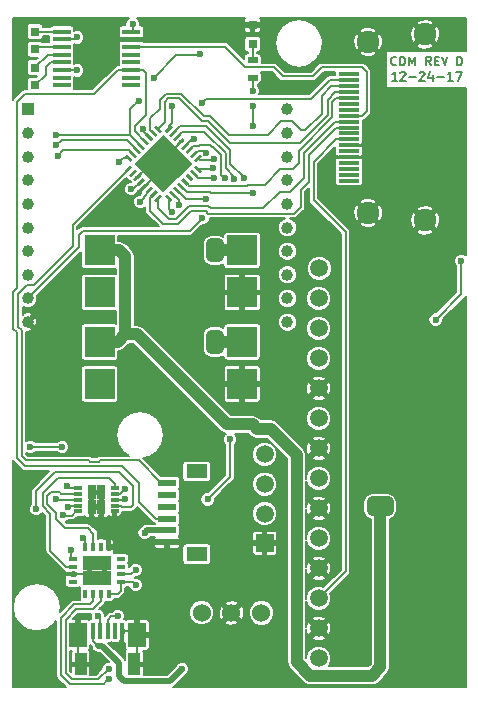
<source format=gtl>
G04 #@! TF.FileFunction,Copper,L1,Top,Signal*
%FSLAX46Y46*%
G04 Gerber Fmt 4.6, Leading zero omitted, Abs format (unit mm)*
G04 Created by KiCad (PCBNEW 4.0.5+dfsg1-4) date Sat Dec 30 21:32:09 2017*
%MOMM*%
%LPD*%
G01*
G04 APERTURE LIST*
%ADD10C,0.100000*%
%ADD11C,0.150000*%
%ADD12C,0.508000*%
%ADD13C,0.600000*%
%ADD14R,0.750000X0.800000*%
%ADD15R,0.800000X0.800000*%
%ADD16R,1.000000X1.900000*%
%ADD17R,1.500000X2.100000*%
%ADD18R,0.450000X1.380000*%
%ADD19R,1.508000X1.508000*%
%ADD20C,1.508000*%
%ADD21R,1.800000X0.300000*%
%ADD22C,1.900000*%
%ADD23C,1.500000*%
%ADD24R,0.900000X0.500000*%
%ADD25R,0.650000X0.300000*%
%ADD26R,0.775000X1.240000*%
%ADD27R,0.800000X0.350000*%
%ADD28R,0.350000X0.800000*%
%ADD29R,1.250000X1.250000*%
%ADD30C,1.524000*%
%ADD31R,2.540000X2.540000*%
%ADD32R,1.550000X0.600000*%
%ADD33R,1.800000X1.200000*%
%ADD34R,1.500000X0.450000*%
%ADD35R,1.008000X1.008000*%
%ADD36C,1.008000*%
%ADD37C,0.203200*%
%ADD38C,1.016000*%
G04 APERTURE END LIST*
D10*
D11*
X165467429Y-71004357D02*
X165431715Y-71040071D01*
X165324572Y-71075786D01*
X165253143Y-71075786D01*
X165146000Y-71040071D01*
X165074572Y-70968643D01*
X165038857Y-70897214D01*
X165003143Y-70754357D01*
X165003143Y-70647214D01*
X165038857Y-70504357D01*
X165074572Y-70432929D01*
X165146000Y-70361500D01*
X165253143Y-70325786D01*
X165324572Y-70325786D01*
X165431715Y-70361500D01*
X165467429Y-70397214D01*
X165788857Y-71075786D02*
X165788857Y-70325786D01*
X165967429Y-70325786D01*
X166074572Y-70361500D01*
X166146000Y-70432929D01*
X166181715Y-70504357D01*
X166217429Y-70647214D01*
X166217429Y-70754357D01*
X166181715Y-70897214D01*
X166146000Y-70968643D01*
X166074572Y-71040071D01*
X165967429Y-71075786D01*
X165788857Y-71075786D01*
X166538857Y-71075786D02*
X166538857Y-70325786D01*
X166788857Y-70861500D01*
X167038857Y-70325786D01*
X167038857Y-71075786D01*
X168396001Y-71075786D02*
X168146001Y-70718643D01*
X167967429Y-71075786D02*
X167967429Y-70325786D01*
X168253144Y-70325786D01*
X168324572Y-70361500D01*
X168360287Y-70397214D01*
X168396001Y-70468643D01*
X168396001Y-70575786D01*
X168360287Y-70647214D01*
X168324572Y-70682929D01*
X168253144Y-70718643D01*
X167967429Y-70718643D01*
X168717429Y-70682929D02*
X168967429Y-70682929D01*
X169074572Y-71075786D02*
X168717429Y-71075786D01*
X168717429Y-70325786D01*
X169074572Y-70325786D01*
X169288858Y-70325786D02*
X169538858Y-71075786D01*
X169788858Y-70325786D01*
X170610286Y-71075786D02*
X170610286Y-70325786D01*
X170788858Y-70325786D01*
X170896001Y-70361500D01*
X170967429Y-70432929D01*
X171003144Y-70504357D01*
X171038858Y-70647214D01*
X171038858Y-70754357D01*
X171003144Y-70897214D01*
X170967429Y-70968643D01*
X170896001Y-71040071D01*
X170788858Y-71075786D01*
X170610286Y-71075786D01*
X165521000Y-72350786D02*
X165092428Y-72350786D01*
X165306714Y-72350786D02*
X165306714Y-71600786D01*
X165235285Y-71707929D01*
X165163857Y-71779357D01*
X165092428Y-71815071D01*
X165806714Y-71672214D02*
X165842428Y-71636500D01*
X165913857Y-71600786D01*
X166092428Y-71600786D01*
X166163857Y-71636500D01*
X166199571Y-71672214D01*
X166235286Y-71743643D01*
X166235286Y-71815071D01*
X166199571Y-71922214D01*
X165771000Y-72350786D01*
X166235286Y-72350786D01*
X166556714Y-72065071D02*
X167128143Y-72065071D01*
X167449571Y-71672214D02*
X167485285Y-71636500D01*
X167556714Y-71600786D01*
X167735285Y-71600786D01*
X167806714Y-71636500D01*
X167842428Y-71672214D01*
X167878143Y-71743643D01*
X167878143Y-71815071D01*
X167842428Y-71922214D01*
X167413857Y-72350786D01*
X167878143Y-72350786D01*
X168521000Y-71850786D02*
X168521000Y-72350786D01*
X168342429Y-71565071D02*
X168163857Y-72100786D01*
X168628143Y-72100786D01*
X168913857Y-72065071D02*
X169485286Y-72065071D01*
X170235286Y-72350786D02*
X169806714Y-72350786D01*
X170021000Y-72350786D02*
X170021000Y-71600786D01*
X169949571Y-71707929D01*
X169878143Y-71779357D01*
X169806714Y-71815071D01*
X170485286Y-71600786D02*
X170985286Y-71600786D01*
X170663857Y-72350786D01*
D12*
X141605000Y-94488000D02*
X141732000Y-94488000D01*
X141605000Y-86741000D02*
X141732000Y-86741000D01*
D13*
X155321000Y-70358000D03*
X154559000Y-70358000D03*
X159004000Y-70485000D03*
X159893000Y-70485000D03*
X159893000Y-69469000D03*
X159893000Y-68453000D03*
X159893000Y-67564000D03*
X159004000Y-67564000D03*
X155448000Y-67564000D03*
X154559000Y-69342000D03*
X154559000Y-68453000D03*
X155067000Y-105283000D03*
X153289000Y-110109000D03*
X153289000Y-105283000D03*
X165735000Y-104013000D03*
X165735000Y-103124000D03*
X164719000Y-103124000D03*
X164719000Y-104013000D03*
X163703000Y-103124000D03*
X163703000Y-104013000D03*
X162687000Y-104013000D03*
X162687000Y-105029000D03*
X162687000Y-106045000D03*
X162687000Y-107061000D03*
X162179000Y-108077000D03*
X162179000Y-108966000D03*
X162687000Y-109855000D03*
X162687000Y-110871000D03*
X162687000Y-111887000D03*
X162687000Y-112903000D03*
X162687000Y-113919000D03*
X162687000Y-114808000D03*
X161671000Y-114808000D03*
X160655000Y-115697000D03*
X161671000Y-115697000D03*
X162687000Y-115697000D03*
X162687000Y-116586000D03*
X161671000Y-116586000D03*
X160655000Y-116586000D03*
X160655000Y-117475000D03*
X161671000Y-117475000D03*
X162687000Y-117475000D03*
X162687000Y-118364000D03*
X161671000Y-118364000D03*
X160655000Y-118364000D03*
X162687000Y-119253000D03*
X161671000Y-119253000D03*
X160655000Y-119253000D03*
X160655000Y-120142000D03*
X161671000Y-120142000D03*
X162687000Y-120142000D03*
X162687000Y-121031000D03*
X161671000Y-121031000D03*
X160655000Y-121031000D03*
X148844000Y-102108000D03*
X149479000Y-98171000D03*
X148971000Y-97536000D03*
X148844000Y-103124000D03*
X149479000Y-102489000D03*
X149479000Y-101727000D03*
X148844000Y-101092000D03*
X139319000Y-84328000D03*
X140208000Y-83566000D03*
X140208000Y-84328000D03*
X141986000Y-82804000D03*
X141097000Y-82804000D03*
X141097000Y-83566000D03*
X141097000Y-84328000D03*
X141986000Y-84328000D03*
X141986000Y-83566000D03*
X142875000Y-83566000D03*
X142875000Y-84328000D03*
X143764000Y-84328000D03*
X143764000Y-83566000D03*
X164719000Y-82550000D03*
X163703000Y-81534000D03*
X164719000Y-81534000D03*
X163703000Y-80518000D03*
X164719000Y-80518000D03*
X163703000Y-79502000D03*
X164719000Y-79502000D03*
X165735000Y-82550000D03*
X165735000Y-81534000D03*
X165735000Y-80518000D03*
X165735000Y-79502000D03*
X166878000Y-82550000D03*
X166878000Y-81534000D03*
X166878000Y-80518000D03*
X166878000Y-79502000D03*
X167894000Y-82550000D03*
X167894000Y-81534000D03*
X167894000Y-80518000D03*
X167894000Y-79502000D03*
X163703000Y-78486000D03*
X164719000Y-78486000D03*
X165735000Y-78486000D03*
X166878000Y-78486000D03*
X167894000Y-78486000D03*
X163703000Y-77470000D03*
X164719000Y-77470000D03*
X165735000Y-77470000D03*
X166878000Y-77470000D03*
X167894000Y-77470000D03*
X163703000Y-76454000D03*
X164719000Y-76454000D03*
X165735000Y-76454000D03*
X166878000Y-76454000D03*
X167894000Y-76454000D03*
X163703000Y-75438000D03*
X164719000Y-75438000D03*
X165735000Y-75438000D03*
X166878000Y-75438000D03*
X167894000Y-75438000D03*
X168910000Y-75438000D03*
X168910000Y-76454000D03*
X168910000Y-77470000D03*
X168910000Y-78486000D03*
X168910000Y-79502000D03*
X168910000Y-80518000D03*
X168910000Y-81534000D03*
X168910000Y-82550000D03*
X169672000Y-103759000D03*
X168656000Y-102870000D03*
X169672000Y-102870000D03*
X168656000Y-101854000D03*
X169672000Y-101854000D03*
X167640000Y-100965000D03*
X168656000Y-100965000D03*
X169672000Y-100965000D03*
X166624000Y-99949000D03*
X167640000Y-99949000D03*
X168656000Y-99949000D03*
X169672000Y-99949000D03*
X169672000Y-99060000D03*
X168656000Y-99060000D03*
X167640000Y-99060000D03*
X166624000Y-99060000D03*
X165608000Y-99060000D03*
X164592000Y-99060000D03*
X164592000Y-98171000D03*
X165608000Y-98171000D03*
X166624000Y-98171000D03*
X167640000Y-98171000D03*
X168656000Y-98171000D03*
X169672000Y-98171000D03*
X165608000Y-97282000D03*
X166624000Y-97282000D03*
X167640000Y-97282000D03*
X168656000Y-97282000D03*
X169672000Y-97282000D03*
X147828000Y-107061000D03*
X147828000Y-107950000D03*
X147828000Y-108966000D03*
X147828000Y-109982000D03*
X147828000Y-110871000D03*
X151765000Y-122555000D03*
X152781000Y-122555000D03*
X152781000Y-123444000D03*
X151765000Y-123444000D03*
X150749000Y-123444000D03*
X149733000Y-123444000D03*
X148717000Y-123444000D03*
X147701000Y-123444000D03*
X133731000Y-122682000D03*
X134620000Y-122682000D03*
X135509000Y-122682000D03*
X133731000Y-121920000D03*
X133731000Y-121031000D03*
X135509000Y-121920000D03*
X134620000Y-121920000D03*
X134620000Y-121031000D03*
X135509000Y-121031000D03*
X133731000Y-120142000D03*
X134620000Y-120142000D03*
X135509000Y-120142000D03*
X135509000Y-119253000D03*
X134620000Y-119253000D03*
X133731000Y-119253000D03*
X167640000Y-111633000D03*
X167640000Y-115316000D03*
X167640000Y-113538000D03*
X167640000Y-112649000D03*
X167640000Y-114427000D03*
X167640000Y-108839000D03*
X167640000Y-107823000D03*
X167640000Y-110744000D03*
X167640000Y-109728000D03*
X167640000Y-119126000D03*
X167640000Y-118237000D03*
X167640000Y-120142000D03*
X167640000Y-116332000D03*
X167640000Y-117221000D03*
X167640000Y-121031000D03*
X166751000Y-111633000D03*
X166751000Y-115316000D03*
X166751000Y-113538000D03*
X166751000Y-112649000D03*
X166751000Y-114427000D03*
X166751000Y-108839000D03*
X166751000Y-107823000D03*
X166751000Y-110744000D03*
X166751000Y-109728000D03*
X166751000Y-119126000D03*
X166751000Y-118237000D03*
X166751000Y-120142000D03*
X166751000Y-116332000D03*
X166751000Y-117221000D03*
X166751000Y-121031000D03*
X166751000Y-121920000D03*
X165862000Y-111633000D03*
X165862000Y-115316000D03*
X165862000Y-113538000D03*
X165862000Y-112649000D03*
X165862000Y-114427000D03*
X165862000Y-108839000D03*
X165862000Y-107823000D03*
X165862000Y-110744000D03*
X165862000Y-109728000D03*
X165862000Y-119126000D03*
X165862000Y-118237000D03*
X165862000Y-120142000D03*
X165862000Y-116332000D03*
X165862000Y-117221000D03*
X165862000Y-121031000D03*
X165862000Y-121920000D03*
X170688000Y-103759000D03*
X170688000Y-102870000D03*
X170688000Y-105664000D03*
X170688000Y-104775000D03*
X170688000Y-106680000D03*
X170688000Y-107569000D03*
X170688000Y-110363000D03*
X170688000Y-108458000D03*
X170688000Y-109347000D03*
X170688000Y-111252000D03*
X170688000Y-98171000D03*
X170688000Y-99187000D03*
X170688000Y-100965000D03*
X170688000Y-97282000D03*
X170688000Y-101854000D03*
X170688000Y-100076000D03*
X170688000Y-113157000D03*
X170688000Y-118745000D03*
X170688000Y-115062000D03*
X170688000Y-115951000D03*
X170688000Y-117856000D03*
X170688000Y-114173000D03*
X170688000Y-112268000D03*
X170688000Y-116840000D03*
X170688000Y-120650000D03*
X170688000Y-119761000D03*
X170688000Y-122555000D03*
X170688000Y-121666000D03*
X170688000Y-123444000D03*
X154432000Y-73279000D03*
X138557000Y-70485000D03*
X139446000Y-70485000D03*
X140335000Y-70485000D03*
X141351000Y-70485000D03*
X154559000Y-67564000D03*
X151638000Y-67564000D03*
X150749000Y-67564000D03*
X149860000Y-67564000D03*
X148971000Y-67564000D03*
X148082000Y-67564000D03*
X147193000Y-67564000D03*
X146304000Y-67564000D03*
X145415000Y-67564000D03*
X144526000Y-67564000D03*
X145669000Y-80518000D03*
X141605000Y-111125000D03*
X142494000Y-111125000D03*
X142494000Y-112014000D03*
X144272000Y-112903000D03*
X143383000Y-112014000D03*
X143383000Y-112903000D03*
X136271000Y-114173000D03*
X136271000Y-114935000D03*
X137033000Y-115697000D03*
X137033000Y-114935000D03*
X137033000Y-114173000D03*
X145796000Y-99568000D03*
X144907000Y-99568000D03*
X144018000Y-99568000D03*
X143256000Y-99568000D03*
X142494000Y-99568000D03*
X142494000Y-98679000D03*
X143256000Y-98679000D03*
X144018000Y-98679000D03*
X144907000Y-98679000D03*
X145796000Y-98679000D03*
X145796000Y-97790000D03*
X144018000Y-97409000D03*
X143129000Y-97409000D03*
X142240000Y-97409000D03*
X142240000Y-96647000D03*
X143129000Y-96647000D03*
X144018000Y-96647000D03*
X144018000Y-95758000D03*
X143129000Y-95758000D03*
X142240000Y-95758000D03*
X145034000Y-93853000D03*
X145796000Y-94615000D03*
X145796000Y-93853000D03*
X145796000Y-92964000D03*
X145796000Y-92075000D03*
X145796000Y-91186000D03*
X155067000Y-100838000D03*
X154178000Y-100838000D03*
X154178000Y-100076000D03*
X153289000Y-100076000D03*
X152400000Y-100076000D03*
X156337000Y-97917000D03*
X156337000Y-96901000D03*
X155448000Y-96901000D03*
X155448000Y-95885000D03*
X154432000Y-95885000D03*
X154432000Y-94869000D03*
X153543000Y-92456000D03*
X152781000Y-92456000D03*
X152019000Y-92456000D03*
X151257000Y-92456000D03*
X149733000Y-92456000D03*
X150495000Y-92456000D03*
X150495000Y-91440000D03*
X149733000Y-91440000D03*
X149733000Y-90424000D03*
X149733000Y-89535000D03*
X150495000Y-90424000D03*
X150495000Y-89535000D03*
X150495000Y-88646000D03*
X149733000Y-88646000D03*
X145034000Y-92964000D03*
X144145000Y-92964000D03*
X144145000Y-92075000D03*
X145034000Y-92075000D03*
X145034000Y-91186000D03*
X144145000Y-91186000D03*
X144145000Y-89535000D03*
X144145000Y-88646000D03*
X145034000Y-88646000D03*
X145034000Y-87757000D03*
X144145000Y-87757000D03*
X144145000Y-86868000D03*
X145034000Y-86868000D03*
X145034000Y-85979000D03*
X144145000Y-85979000D03*
X143256000Y-85979000D03*
X138684000Y-117729000D03*
X144399000Y-121031000D03*
X144399000Y-121793000D03*
X139827000Y-122301000D03*
X149860000Y-86233000D03*
X149860000Y-86741000D03*
X149860000Y-87249000D03*
X150368000Y-87249000D03*
X150368000Y-86233000D03*
X150368000Y-86741000D03*
X149860000Y-94996000D03*
X149860000Y-93980000D03*
X149860000Y-94488000D03*
X150368000Y-94488000D03*
X150368000Y-94996000D03*
X150368000Y-93980000D03*
X164719000Y-108712000D03*
X164084000Y-108712000D03*
X163449000Y-108712000D03*
X163449000Y-108077000D03*
X164719000Y-108077000D03*
X164084000Y-108077000D03*
X166370000Y-89535000D03*
X166370000Y-90297000D03*
X167132000Y-90297000D03*
X170180000Y-90297000D03*
X169418000Y-90297000D03*
X168656000Y-90297000D03*
X167894000Y-90297000D03*
X166370000Y-94488000D03*
X166370000Y-95250000D03*
X167132000Y-95250000D03*
X170180000Y-95250000D03*
X169418000Y-95250000D03*
X168656000Y-95250000D03*
D14*
X134874000Y-68211000D03*
X134874000Y-69711000D03*
X134874000Y-71259000D03*
X134874000Y-72759000D03*
D15*
X153289000Y-69253000D03*
X153289000Y-67653000D03*
D16*
X143256000Y-121793000D03*
X138756000Y-121793000D03*
D17*
X143506000Y-119293000D03*
X138506000Y-119293000D03*
D18*
X141006000Y-118943000D03*
X141606000Y-118943000D03*
X142206000Y-118943000D03*
X140406000Y-118943000D03*
X139806000Y-118943000D03*
D19*
X154305000Y-111513000D03*
D20*
X154305000Y-109013000D03*
X154305000Y-106513000D03*
X154305000Y-104013000D03*
D21*
X161464000Y-71831000D03*
X161464000Y-72331000D03*
X161464000Y-72831000D03*
X161464000Y-73331000D03*
X161464000Y-74331000D03*
X161464000Y-75331000D03*
X161464000Y-73831000D03*
X161464000Y-74831000D03*
X161464000Y-76831000D03*
X161464000Y-79331000D03*
X161464000Y-77831000D03*
X161464000Y-78331000D03*
X161464000Y-76331000D03*
X161464000Y-77331000D03*
X161464000Y-75831000D03*
X161464000Y-78831000D03*
X161464000Y-79831000D03*
X161464000Y-80331000D03*
X161464000Y-80831000D03*
D22*
X167894000Y-68453000D03*
X163068000Y-69088000D03*
X163068000Y-83566000D03*
X167894000Y-84201000D03*
D23*
X158877000Y-116205000D03*
X158877000Y-118745000D03*
X158877000Y-121285000D03*
X158877000Y-113665000D03*
X158877000Y-108585000D03*
X158877000Y-111125000D03*
X158877000Y-95885000D03*
X158877000Y-93345000D03*
X158877000Y-98425000D03*
X158877000Y-106045000D03*
X158877000Y-100965000D03*
X158877000Y-103505000D03*
X158877000Y-90805000D03*
X158940500Y-88265000D03*
D24*
X153289000Y-70612000D03*
X153289000Y-72112000D03*
D25*
X138505000Y-106839000D03*
X138505000Y-107339000D03*
X138505000Y-107839000D03*
X138505000Y-108339000D03*
X138505000Y-108839000D03*
X141605000Y-108839000D03*
X141605000Y-108339000D03*
X141605000Y-107839000D03*
X141605000Y-107339000D03*
X141605000Y-106839000D03*
D26*
X140442500Y-108459000D03*
X140442500Y-107219000D03*
X139667500Y-108459000D03*
X139667500Y-107219000D03*
D27*
X138113000Y-112858000D03*
X138113000Y-113508000D03*
X138113000Y-114158000D03*
X138113000Y-114808000D03*
D28*
X139138000Y-115833000D03*
X139788000Y-115833000D03*
X140438000Y-115833000D03*
X141088000Y-115833000D03*
D27*
X142113000Y-114808000D03*
X142113000Y-114158000D03*
X142113000Y-113508000D03*
X142113000Y-112858000D03*
D28*
X141088000Y-111833000D03*
X140438000Y-111833000D03*
X139788000Y-111833000D03*
X139138000Y-111833000D03*
D29*
X140738000Y-114458000D03*
X140738000Y-113208000D03*
X139488000Y-114458000D03*
X139488000Y-113208000D03*
D10*
G36*
X142623789Y-80183988D02*
X142447012Y-80007211D01*
X142941987Y-79512236D01*
X143118764Y-79689013D01*
X142623789Y-80183988D01*
X142623789Y-80183988D01*
G37*
G36*
X142977342Y-80537542D02*
X142800565Y-80360765D01*
X143295540Y-79865790D01*
X143472317Y-80042567D01*
X142977342Y-80537542D01*
X142977342Y-80537542D01*
G37*
G36*
X143330896Y-80891095D02*
X143154119Y-80714318D01*
X143649094Y-80219343D01*
X143825871Y-80396120D01*
X143330896Y-80891095D01*
X143330896Y-80891095D01*
G37*
G36*
X143684449Y-81244649D02*
X143507672Y-81067872D01*
X144002647Y-80572897D01*
X144179424Y-80749674D01*
X143684449Y-81244649D01*
X143684449Y-81244649D01*
G37*
G36*
X144038002Y-81598202D02*
X143861225Y-81421425D01*
X144356200Y-80926450D01*
X144532977Y-81103227D01*
X144038002Y-81598202D01*
X144038002Y-81598202D01*
G37*
G36*
X144391556Y-81951755D02*
X144214779Y-81774978D01*
X144709754Y-81280003D01*
X144886531Y-81456780D01*
X144391556Y-81951755D01*
X144391556Y-81951755D01*
G37*
G36*
X144745109Y-82305309D02*
X144568332Y-82128532D01*
X145063307Y-81633557D01*
X145240084Y-81810334D01*
X144745109Y-82305309D01*
X144745109Y-82305309D01*
G37*
G36*
X145098663Y-82658862D02*
X144921886Y-82482085D01*
X145416861Y-81987110D01*
X145593638Y-82163887D01*
X145098663Y-82658862D01*
X145098663Y-82658862D01*
G37*
G36*
X146512876Y-82482085D02*
X146336099Y-82658862D01*
X145841124Y-82163887D01*
X146017901Y-81987110D01*
X146512876Y-82482085D01*
X146512876Y-82482085D01*
G37*
G36*
X146866430Y-82128532D02*
X146689653Y-82305309D01*
X146194678Y-81810334D01*
X146371455Y-81633557D01*
X146866430Y-82128532D01*
X146866430Y-82128532D01*
G37*
G36*
X147219983Y-81774978D02*
X147043206Y-81951755D01*
X146548231Y-81456780D01*
X146725008Y-81280003D01*
X147219983Y-81774978D01*
X147219983Y-81774978D01*
G37*
G36*
X147573537Y-81421425D02*
X147396760Y-81598202D01*
X146901785Y-81103227D01*
X147078562Y-80926450D01*
X147573537Y-81421425D01*
X147573537Y-81421425D01*
G37*
G36*
X147927090Y-81067872D02*
X147750313Y-81244649D01*
X147255338Y-80749674D01*
X147432115Y-80572897D01*
X147927090Y-81067872D01*
X147927090Y-81067872D01*
G37*
G36*
X148280643Y-80714318D02*
X148103866Y-80891095D01*
X147608891Y-80396120D01*
X147785668Y-80219343D01*
X148280643Y-80714318D01*
X148280643Y-80714318D01*
G37*
G36*
X148634197Y-80360765D02*
X148457420Y-80537542D01*
X147962445Y-80042567D01*
X148139222Y-79865790D01*
X148634197Y-80360765D01*
X148634197Y-80360765D01*
G37*
G36*
X148987750Y-80007211D02*
X148810973Y-80183988D01*
X148315998Y-79689013D01*
X148492775Y-79512236D01*
X148987750Y-80007211D01*
X148987750Y-80007211D01*
G37*
G36*
X148492775Y-79264750D02*
X148315998Y-79087973D01*
X148810973Y-78592998D01*
X148987750Y-78769775D01*
X148492775Y-79264750D01*
X148492775Y-79264750D01*
G37*
G36*
X148139222Y-78911196D02*
X147962445Y-78734419D01*
X148457420Y-78239444D01*
X148634197Y-78416221D01*
X148139222Y-78911196D01*
X148139222Y-78911196D01*
G37*
G36*
X147785668Y-78557643D02*
X147608891Y-78380866D01*
X148103866Y-77885891D01*
X148280643Y-78062668D01*
X147785668Y-78557643D01*
X147785668Y-78557643D01*
G37*
G36*
X147432115Y-78204089D02*
X147255338Y-78027312D01*
X147750313Y-77532337D01*
X147927090Y-77709114D01*
X147432115Y-78204089D01*
X147432115Y-78204089D01*
G37*
G36*
X147078562Y-77850536D02*
X146901785Y-77673759D01*
X147396760Y-77178784D01*
X147573537Y-77355561D01*
X147078562Y-77850536D01*
X147078562Y-77850536D01*
G37*
G36*
X146725008Y-77496983D02*
X146548231Y-77320206D01*
X147043206Y-76825231D01*
X147219983Y-77002008D01*
X146725008Y-77496983D01*
X146725008Y-77496983D01*
G37*
G36*
X146371455Y-77143429D02*
X146194678Y-76966652D01*
X146689653Y-76471677D01*
X146866430Y-76648454D01*
X146371455Y-77143429D01*
X146371455Y-77143429D01*
G37*
G36*
X146017901Y-76789876D02*
X145841124Y-76613099D01*
X146336099Y-76118124D01*
X146512876Y-76294901D01*
X146017901Y-76789876D01*
X146017901Y-76789876D01*
G37*
G36*
X145593638Y-76613099D02*
X145416861Y-76789876D01*
X144921886Y-76294901D01*
X145098663Y-76118124D01*
X145593638Y-76613099D01*
X145593638Y-76613099D01*
G37*
G36*
X145240084Y-76966652D02*
X145063307Y-77143429D01*
X144568332Y-76648454D01*
X144745109Y-76471677D01*
X145240084Y-76966652D01*
X145240084Y-76966652D01*
G37*
G36*
X144886531Y-77320206D02*
X144709754Y-77496983D01*
X144214779Y-77002008D01*
X144391556Y-76825231D01*
X144886531Y-77320206D01*
X144886531Y-77320206D01*
G37*
G36*
X144532977Y-77673759D02*
X144356200Y-77850536D01*
X143861225Y-77355561D01*
X144038002Y-77178784D01*
X144532977Y-77673759D01*
X144532977Y-77673759D01*
G37*
G36*
X144179424Y-78027312D02*
X144002647Y-78204089D01*
X143507672Y-77709114D01*
X143684449Y-77532337D01*
X144179424Y-78027312D01*
X144179424Y-78027312D01*
G37*
G36*
X143825871Y-78380866D02*
X143649094Y-78557643D01*
X143154119Y-78062668D01*
X143330896Y-77885891D01*
X143825871Y-78380866D01*
X143825871Y-78380866D01*
G37*
G36*
X143472317Y-78734419D02*
X143295540Y-78911196D01*
X142800565Y-78416221D01*
X142977342Y-78239444D01*
X143472317Y-78734419D01*
X143472317Y-78734419D01*
G37*
G36*
X143118764Y-79087973D02*
X142941987Y-79264750D01*
X142447012Y-78769775D01*
X142623789Y-78592998D01*
X143118764Y-79087973D01*
X143118764Y-79087973D01*
G37*
G36*
X146937140Y-80608252D02*
X145717381Y-79388493D01*
X146937140Y-78168734D01*
X148156899Y-79388493D01*
X146937140Y-80608252D01*
X146937140Y-80608252D01*
G37*
G36*
X145717381Y-79388493D02*
X144497622Y-78168734D01*
X145717381Y-76948975D01*
X146937140Y-78168734D01*
X145717381Y-79388493D01*
X145717381Y-79388493D01*
G37*
G36*
X145717381Y-81828011D02*
X144497622Y-80608252D01*
X145717381Y-79388493D01*
X146937140Y-80608252D01*
X145717381Y-81828011D01*
X145717381Y-81828011D01*
G37*
G36*
X144497622Y-80608252D02*
X143277863Y-79388493D01*
X144497622Y-78168734D01*
X145717381Y-79388493D01*
X144497622Y-80608252D01*
X144497622Y-80608252D01*
G37*
D30*
X148971000Y-117411500D03*
X151501000Y-117431500D03*
X154041000Y-117431500D03*
D31*
X140335000Y-94488000D03*
X140335000Y-98044000D03*
X152400000Y-94488000D03*
X152400000Y-98044000D03*
X140335000Y-86741000D03*
X140335000Y-90297000D03*
X152400000Y-86741000D03*
X152400000Y-90297000D03*
D32*
X146050000Y-106442000D03*
X146050000Y-107442000D03*
X146050000Y-108442000D03*
X146050000Y-109442000D03*
X146050000Y-110442000D03*
X146050000Y-111442000D03*
D33*
X148550000Y-105442000D03*
X148550000Y-112442000D03*
D34*
X137131000Y-68210000D03*
X137131000Y-68860000D03*
X137131000Y-69510000D03*
X137131000Y-70160000D03*
X137131000Y-70810000D03*
X137131000Y-71460000D03*
X137131000Y-72110000D03*
X137131000Y-72760000D03*
X143031000Y-72760000D03*
X143031000Y-72110000D03*
X143031000Y-71460000D03*
X143031000Y-70810000D03*
X143031000Y-70160000D03*
X143031000Y-69510000D03*
X143031000Y-68860000D03*
X143031000Y-68210000D03*
D13*
X167894000Y-95250000D03*
D35*
X134239000Y-74803000D03*
D36*
X134239000Y-76803000D03*
X134239000Y-78812000D03*
X134239000Y-80812000D03*
X134239000Y-82812000D03*
X134239000Y-84812000D03*
X134239000Y-86812000D03*
X134239000Y-88812000D03*
X134239000Y-90803000D03*
X134239000Y-92803000D03*
X156239000Y-74803000D03*
X156239000Y-76803000D03*
X156239000Y-78803000D03*
X156239000Y-80812000D03*
X156239000Y-82803000D03*
X156239000Y-84812000D03*
X156239000Y-86803000D03*
X156239000Y-88803000D03*
X156239000Y-90803000D03*
X156239000Y-92803000D03*
D13*
X142875000Y-82550000D03*
X144526000Y-68453000D03*
X139827000Y-104013000D03*
X134462810Y-103378000D03*
X143653541Y-74057541D03*
X136652000Y-76962000D03*
X137160000Y-103378000D03*
X143792362Y-82626516D03*
X143010150Y-81559518D03*
X148311289Y-77312810D03*
X149384906Y-78455810D03*
X143129000Y-67564000D03*
X137541000Y-106680000D03*
X144145000Y-110642038D03*
X149992178Y-80570714D03*
X149913036Y-79771411D03*
X149999551Y-78972880D03*
X148844000Y-70104000D03*
X144907000Y-72136000D03*
X136652000Y-77851000D03*
X136652000Y-107823000D03*
X136779000Y-78740000D03*
X142494000Y-106934000D03*
X146442448Y-74473731D03*
X148971000Y-74295000D03*
X149479000Y-107823000D03*
X151384000Y-102743000D03*
X152527000Y-80645000D03*
X150920611Y-80644731D03*
X151723805Y-80650039D03*
X140208000Y-117729000D03*
X141859000Y-117729000D03*
X141097000Y-122174000D03*
X141120863Y-123005469D03*
X140335000Y-98044000D03*
X146498044Y-83498956D03*
X140335000Y-90297000D03*
X147066000Y-82931000D03*
X149352000Y-82387241D03*
X149043467Y-84003263D03*
X137261451Y-109136534D03*
X134957147Y-108645178D03*
X137668000Y-108443810D03*
X142470383Y-107821466D03*
X147320000Y-122174000D03*
X143383000Y-113792000D03*
X137922000Y-112141000D03*
X143383000Y-115062000D03*
X138937078Y-111094810D03*
X138430000Y-68707000D03*
X138430000Y-71501000D03*
X170942000Y-87630000D03*
X168783000Y-92595000D03*
X144009709Y-76428125D03*
X141986000Y-79248000D03*
X153289000Y-81915000D03*
X153289000Y-76200000D03*
X153289000Y-74549000D03*
X153289000Y-73279000D03*
D37*
X143844477Y-81580523D02*
X142875000Y-82550000D01*
X143878904Y-81580523D02*
X143844477Y-81580523D01*
X144197101Y-81262326D02*
X143878904Y-81580523D01*
X143031000Y-68860000D02*
X144119000Y-68860000D01*
X144119000Y-68860000D02*
X144526000Y-68453000D01*
X142206000Y-118943000D02*
X143156000Y-118943000D01*
X143156000Y-118943000D02*
X143506000Y-119293000D01*
X138506000Y-119293000D02*
X138506000Y-121543000D01*
X138506000Y-121543000D02*
X138756000Y-121793000D01*
X143506000Y-119293000D02*
X143506000Y-121543000D01*
X143506000Y-121543000D02*
X143256000Y-121793000D01*
X138113000Y-114158000D02*
X139188000Y-114158000D01*
X139188000Y-114158000D02*
X139488000Y-114458000D01*
X143489995Y-80555219D02*
X144497622Y-79547592D01*
X144497622Y-79547592D02*
X144497622Y-79388493D01*
X144197101Y-81262326D02*
X144851175Y-80608252D01*
X144851175Y-80608252D02*
X145717381Y-80608252D01*
X147237661Y-77514660D02*
X146044417Y-78707904D01*
X146044417Y-78707904D02*
X146256551Y-78707904D01*
X146256551Y-78707904D02*
X146937140Y-79388493D01*
X137160000Y-103378000D02*
X134462810Y-103378000D01*
X143353542Y-74357540D02*
X143653541Y-74057541D01*
X142935250Y-74775832D02*
X143353542Y-74357540D01*
X143764000Y-74168000D02*
X143653541Y-74057541D01*
X142935250Y-76962000D02*
X142935250Y-74775832D01*
X143843548Y-77868213D02*
X143525351Y-77550016D01*
X143525351Y-77550016D02*
X143523266Y-77550016D01*
X143523266Y-77550016D02*
X142935250Y-76962000D01*
X142935250Y-76962000D02*
X137076264Y-76962000D01*
X137076264Y-76962000D02*
X136652000Y-76962000D01*
D38*
X164084000Y-108712000D02*
X164084000Y-122047000D01*
X164084000Y-122047000D02*
X163384799Y-122746201D01*
X157009388Y-121579966D02*
X157009388Y-104050388D01*
X163384799Y-122746201D02*
X158175623Y-122746201D01*
X158175623Y-122746201D02*
X157009388Y-121579966D01*
X153658713Y-101849201D02*
X153282512Y-101473000D01*
X157009388Y-104050388D02*
X154808201Y-101849201D01*
X154808201Y-101849201D02*
X153658713Y-101849201D01*
X153282512Y-101473000D02*
X151130000Y-101473000D01*
X151130000Y-101473000D02*
X143510000Y-93853000D01*
X143510000Y-93853000D02*
X142494000Y-93853000D01*
X163449000Y-108712000D02*
X164084000Y-108712000D01*
X163449000Y-108077000D02*
X164084000Y-108077000D01*
X164084000Y-108077000D02*
X164719000Y-108077000D01*
X164084000Y-108712000D02*
X164719000Y-108712000D01*
X163449000Y-108712000D02*
X163449000Y-108077000D01*
X164719000Y-108712000D02*
X164719000Y-108077000D01*
X141859000Y-94488000D02*
X142494000Y-93853000D01*
X142494000Y-93853000D02*
X142494000Y-87249000D01*
X140335000Y-94488000D02*
X141859000Y-94488000D01*
X141986000Y-86741000D02*
X142494000Y-87249000D01*
X140335000Y-86741000D02*
X141986000Y-86741000D01*
D37*
X143192803Y-81559518D02*
X143010150Y-81559518D01*
X143843548Y-80908773D02*
X143192803Y-81559518D01*
X144092361Y-82326517D02*
X143792362Y-82626516D01*
X144550655Y-81615879D02*
X144550655Y-81715140D01*
X144550655Y-81715140D02*
X144092361Y-82173434D01*
X144092361Y-82173434D02*
X144092361Y-82326517D01*
X148146617Y-77312810D02*
X148311289Y-77312810D01*
X148397582Y-78575320D02*
X148684714Y-78288188D01*
X148298321Y-78575320D02*
X148397582Y-78575320D01*
X147591214Y-77868213D02*
X148146617Y-77312810D01*
X148684714Y-78288188D02*
X149217284Y-78288188D01*
X149217284Y-78288188D02*
X149384906Y-78455810D01*
X143129000Y-67564000D02*
X143129000Y-68112000D01*
X143129000Y-68112000D02*
X143031000Y-68210000D01*
X138505000Y-106839000D02*
X137700000Y-106839000D01*
X137700000Y-106839000D02*
X137541000Y-106680000D01*
D12*
X146050000Y-110442000D02*
X144345038Y-110442000D01*
X144345038Y-110442000D02*
X144145000Y-110642038D01*
D37*
X148298321Y-80201666D02*
X148667369Y-80570714D01*
X149567914Y-80570714D02*
X149992178Y-80570714D01*
X148667369Y-80570714D02*
X149567914Y-80570714D01*
X149836335Y-79848112D02*
X149913036Y-79771411D01*
X148651874Y-79848112D02*
X149836335Y-79848112D01*
X149884459Y-79087972D02*
X149999551Y-78972880D01*
X148651874Y-78928874D02*
X148810972Y-79087972D01*
X148810972Y-79087972D02*
X149884459Y-79087972D01*
X146812000Y-70231000D02*
X148717000Y-70231000D01*
X148717000Y-70231000D02*
X148844000Y-70104000D01*
X144907000Y-72136000D02*
X146812000Y-70231000D01*
X143171798Y-77903570D02*
X143489995Y-78221767D01*
X142636639Y-77368411D02*
X143171798Y-77903570D01*
X137134589Y-77368411D02*
X142636639Y-77368411D01*
X136652000Y-77851000D02*
X137134589Y-77368411D01*
X138505000Y-107839000D02*
X136668000Y-107839000D01*
X136668000Y-107839000D02*
X136652000Y-107823000D01*
X137261877Y-78257123D02*
X142818244Y-78257123D01*
X142818244Y-78257123D02*
X143136441Y-78575320D01*
X136779000Y-78740000D02*
X137261877Y-78257123D01*
X142089000Y-107339000D02*
X142494000Y-106934000D01*
X141605000Y-107339000D02*
X142089000Y-107339000D01*
X154305000Y-81226970D02*
X152840138Y-81226970D01*
X160045411Y-74150946D02*
X160045411Y-75479340D01*
X155648970Y-79883000D02*
X154305000Y-81226970D01*
X161464000Y-73831000D02*
X160365357Y-73831000D01*
X160365357Y-73831000D02*
X160045411Y-74150946D01*
X160045411Y-75479340D02*
X157226000Y-78298751D01*
X157226000Y-78298751D02*
X157226000Y-79375000D01*
X157226000Y-79375000D02*
X156718000Y-79883000D01*
X156718000Y-79883000D02*
X155648970Y-79883000D01*
X147909411Y-81226970D02*
X147591214Y-80908773D01*
X151439363Y-81249802D02*
X147932243Y-81249802D01*
X147932243Y-81249802D02*
X147909411Y-81226970D01*
X152840138Y-81226970D02*
X152812259Y-81254849D01*
X151444410Y-81254849D02*
X151439363Y-81249802D01*
X152812259Y-81254849D02*
X151444410Y-81254849D01*
X149270999Y-73995001D02*
X148971000Y-74295000D01*
X149352000Y-73914000D02*
X149270999Y-73995001D01*
X158242000Y-73914000D02*
X149352000Y-73914000D01*
X159825000Y-72331000D02*
X158242000Y-73914000D01*
X161464000Y-72331000D02*
X159825000Y-72331000D01*
X146177000Y-76177223D02*
X146442448Y-75911775D01*
X146442448Y-75911775D02*
X146442448Y-74473731D01*
X146177000Y-76454000D02*
X146177000Y-76177223D01*
X147087680Y-73868929D02*
X146152142Y-73868929D01*
X161464000Y-73331000D02*
X160290607Y-73331000D01*
X145837646Y-74183425D02*
X145837646Y-75874116D01*
X145416860Y-76294902D02*
X145257762Y-76454000D01*
X145837646Y-75874116D02*
X145416860Y-76294902D01*
X149012340Y-75793589D02*
X147087680Y-73868929D01*
X149520340Y-75793589D02*
X149012340Y-75793589D01*
X151338551Y-77611801D02*
X149520340Y-75793589D01*
X157338199Y-77611801D02*
X151338551Y-77611801D01*
X160290607Y-73331000D02*
X159639000Y-73982607D01*
X159639000Y-75311000D02*
X157338199Y-77611801D01*
X159639000Y-73982607D02*
X159639000Y-75311000D01*
X146152142Y-73868929D02*
X145837646Y-74183425D01*
X160360800Y-76331000D02*
X158038822Y-78652978D01*
X145724169Y-84510169D02*
X144586011Y-83372011D01*
X149333772Y-83398462D02*
X148068397Y-83398462D01*
X158038822Y-80914929D02*
X157353000Y-81600751D01*
X144586011Y-82287630D02*
X144904208Y-81969433D01*
X146956690Y-84510169D02*
X145724169Y-84510169D01*
X149547111Y-83611801D02*
X149333772Y-83398462D01*
X158038822Y-78652978D02*
X158038822Y-80914929D01*
X156799199Y-83611801D02*
X149547111Y-83611801D01*
X157353000Y-83058000D02*
X156799199Y-83611801D01*
X157353000Y-81600751D02*
X157353000Y-83058000D01*
X144586011Y-83372011D02*
X144586011Y-82287630D01*
X148068397Y-83398462D02*
X146956690Y-84510169D01*
X161464000Y-76331000D02*
X160360800Y-76331000D01*
X160360800Y-75831000D02*
X161464000Y-75831000D01*
X160268502Y-75831000D02*
X160360800Y-75831000D01*
X155575000Y-81788000D02*
X156460026Y-81788000D01*
X149546157Y-82992051D02*
X149739106Y-83185000D01*
X157632411Y-78467091D02*
X160268502Y-75831000D01*
X147900057Y-82992051D02*
X149546157Y-82992051D01*
X146207738Y-84103758D02*
X146788350Y-84103758D01*
X146788350Y-84103758D02*
X147900057Y-82992051D01*
X145257762Y-83153782D02*
X146207738Y-84103758D01*
X145257762Y-82322986D02*
X145257762Y-83153782D01*
X149739106Y-83185000D02*
X154178000Y-83185000D01*
X156460026Y-81788000D02*
X157632411Y-80615615D01*
X157632411Y-80615615D02*
X157632411Y-78467091D01*
X154178000Y-83185000D02*
X155575000Y-81788000D01*
X159156411Y-73634589D02*
X159960000Y-72831000D01*
X145431235Y-74015085D02*
X145983802Y-73462518D01*
X159156411Y-75158589D02*
X159156411Y-73634589D01*
X157353000Y-76581000D02*
X157734000Y-76581000D01*
X155702000Y-75819000D02*
X156591000Y-75819000D01*
X154559000Y-76962000D02*
X155702000Y-75819000D01*
X145431235Y-74736822D02*
X145431235Y-74015085D01*
X144904208Y-76807553D02*
X144614511Y-76517856D01*
X145983802Y-73462518D02*
X147256020Y-73462518D01*
X144614511Y-75553546D02*
X145431235Y-74736822D01*
X144614511Y-76517856D02*
X144614511Y-75553546D01*
X157734000Y-76581000D02*
X159156411Y-75158589D01*
X151263501Y-76962000D02*
X154559000Y-76962000D01*
X156591000Y-75819000D02*
X157353000Y-76581000D01*
X159960000Y-72831000D02*
X160360800Y-72831000D01*
X149688680Y-75387178D02*
X151263501Y-76962000D01*
X160360800Y-72831000D02*
X161464000Y-72831000D01*
X149180679Y-75387178D02*
X149688680Y-75387178D01*
X147256020Y-73462518D02*
X149180679Y-75387178D01*
X133731000Y-104140000D02*
X133731000Y-93492026D01*
X133430199Y-90414775D02*
X134224173Y-89620801D01*
X134788199Y-89620801D02*
X138049000Y-86360000D01*
X138049000Y-84582000D02*
X142464691Y-80166309D01*
X133731000Y-93492026D02*
X133430199Y-93191225D01*
X139439894Y-104521000D02*
X134112000Y-104521000D01*
X138049000Y-86360000D02*
X138049000Y-84582000D01*
X140341106Y-104521000D02*
X140244305Y-104617801D01*
X139536695Y-104617801D02*
X139439894Y-104521000D01*
X134224173Y-89620801D02*
X134788199Y-89620801D01*
X143654000Y-104521000D02*
X140341106Y-104521000D01*
X145575000Y-106442000D02*
X143654000Y-104521000D01*
X134112000Y-104521000D02*
X133731000Y-104140000D01*
X142464691Y-80166309D02*
X142782888Y-79848112D01*
X133430199Y-93191225D02*
X133430199Y-90414775D01*
X140244305Y-104617801D02*
X139536695Y-104617801D01*
X146050000Y-106442000D02*
X145575000Y-106442000D01*
X149479000Y-107823000D02*
X151384000Y-105918000D01*
X151384000Y-105918000D02*
X151384000Y-102743000D01*
X152527000Y-80518000D02*
X152527000Y-80645000D01*
X151417172Y-79408172D02*
X152527000Y-80518000D01*
X151417172Y-79375000D02*
X151417172Y-79408172D01*
X151417172Y-78345895D02*
X151417172Y-79375000D01*
X149352000Y-76200000D02*
X151384000Y-78232000D01*
X151384000Y-78232000D02*
X151384000Y-78312723D01*
X151384000Y-78312723D02*
X151417172Y-78345895D01*
X147138107Y-76200000D02*
X149352000Y-76200000D01*
X146530554Y-76807553D02*
X147138107Y-76200000D01*
X150620612Y-80344732D02*
X150920611Y-80644731D01*
X148480540Y-77917611D02*
X148516374Y-77881777D01*
X150604352Y-80328472D02*
X150620612Y-80344732D01*
X149925186Y-78003409D02*
X150604352Y-78682575D01*
X148760106Y-77851009D02*
X149666259Y-77851009D01*
X149666259Y-77851009D02*
X149818659Y-78003409D01*
X148729338Y-77881777D02*
X148760106Y-77851009D01*
X148516374Y-77881777D02*
X148729338Y-77881777D01*
X148248923Y-77917611D02*
X148480540Y-77917611D01*
X147944767Y-78221767D02*
X148248923Y-77917611D01*
X149818659Y-78003409D02*
X149925186Y-78003409D01*
X150604352Y-78682575D02*
X150604352Y-80328472D01*
X151010762Y-79763762D02*
X151723805Y-80476805D01*
X151723805Y-80476805D02*
X151723805Y-80650039D01*
X151010762Y-78514235D02*
X151010762Y-79763762D01*
X149356936Y-76860409D02*
X151010762Y-78514235D01*
X149310659Y-76860409D02*
X149356936Y-76860409D01*
X149158250Y-76708000D02*
X149310659Y-76860409D01*
X146884107Y-77161107D02*
X147337214Y-76708000D01*
X147337214Y-76708000D02*
X149158250Y-76708000D01*
X140406000Y-118943000D02*
X140406000Y-117927000D01*
X140406000Y-117927000D02*
X140208000Y-117729000D01*
X141006000Y-118943000D02*
X141006000Y-118049800D01*
X141006000Y-118049800D02*
X141326800Y-117729000D01*
X141326800Y-117729000D02*
X141859000Y-117729000D01*
X140223199Y-123047801D02*
X141097000Y-122174000D01*
X140438000Y-116436200D02*
X139754789Y-117119411D01*
X140438000Y-115833000D02*
X140438000Y-116436200D01*
X137451199Y-118012551D02*
X137451199Y-122486841D01*
X139754789Y-117119411D02*
X138344339Y-117119411D01*
X138344339Y-117119411D02*
X137451199Y-118012551D01*
X137451199Y-122486841D02*
X138012159Y-123047801D01*
X138012159Y-123047801D02*
X140223199Y-123047801D01*
X140820864Y-123305468D02*
X141120863Y-123005469D01*
X137843819Y-123454212D02*
X140672120Y-123454212D01*
X137044789Y-122693789D02*
X137795000Y-123444000D01*
X137044789Y-117844211D02*
X137044789Y-122693789D01*
X139511200Y-116713000D02*
X138176000Y-116713000D01*
X137795000Y-123444000D02*
X137833607Y-123444000D01*
X139788000Y-116436200D02*
X139511200Y-116713000D01*
X137833607Y-123444000D02*
X137843819Y-123454212D01*
X140672120Y-123454212D02*
X140820864Y-123305468D01*
X139788000Y-115833000D02*
X139788000Y-116436200D01*
X138176000Y-116713000D02*
X137044789Y-117844211D01*
X146198045Y-83198957D02*
X146498044Y-83498956D01*
X146177000Y-83177912D02*
X146198045Y-83198957D01*
X146177000Y-82322986D02*
X146177000Y-83177912D01*
X147066000Y-82504879D02*
X147066000Y-82931000D01*
X146530554Y-81969433D02*
X147066000Y-82504879D01*
X147655469Y-82387241D02*
X148927736Y-82387241D01*
X146884107Y-81615879D02*
X147655469Y-82387241D01*
X148743468Y-84303262D02*
X149043467Y-84003263D01*
X148927736Y-82387241D02*
X149352000Y-82387241D01*
X138557000Y-86485000D02*
X138557000Y-85430358D01*
X138557000Y-85430358D02*
X138897358Y-85090000D01*
X138897358Y-85090000D02*
X147956730Y-85090000D01*
X147956730Y-85090000D02*
X148743468Y-84303262D01*
X134239000Y-90803000D02*
X138557000Y-86485000D01*
X138113000Y-113508000D02*
X137509800Y-113508000D01*
X141605000Y-106485800D02*
X141605000Y-106839000D01*
X141164200Y-106045000D02*
X141605000Y-106485800D01*
X136779000Y-106045000D02*
X141164200Y-106045000D01*
X136144000Y-112142200D02*
X136144000Y-109038859D01*
X135513787Y-107310213D02*
X136779000Y-106045000D01*
X137509800Y-113508000D02*
X136144000Y-112142200D01*
X136144000Y-109038859D02*
X135513787Y-108408646D01*
X135513787Y-108408646D02*
X135513787Y-107310213D01*
X137976800Y-107339000D02*
X138505000Y-107339000D01*
X137063108Y-107339000D02*
X137976800Y-107339000D01*
X136942306Y-107218198D02*
X137063108Y-107339000D01*
X137414000Y-110236000D02*
X136652000Y-109474000D01*
X136652000Y-109474000D02*
X136652000Y-108972108D01*
X139788000Y-110705000D02*
X139319000Y-110236000D01*
X135920198Y-108240306D02*
X135920198Y-107532694D01*
X139788000Y-111833000D02*
X139788000Y-110705000D01*
X136234694Y-107218198D02*
X136942306Y-107218198D01*
X135920198Y-107532694D02*
X136234694Y-107218198D01*
X139319000Y-110236000D02*
X137414000Y-110236000D01*
X136652000Y-108972108D02*
X135920198Y-108240306D01*
X158369000Y-72009000D02*
X159131000Y-71247000D01*
X159131000Y-71247000D02*
X162560000Y-71247000D01*
X155829000Y-72009000D02*
X158369000Y-72009000D01*
X155067000Y-71247000D02*
X155829000Y-72009000D01*
X152675358Y-71247000D02*
X155067000Y-71247000D01*
X161464000Y-75331000D02*
X162567200Y-75331000D01*
X162567200Y-75331000D02*
X162941000Y-74957200D01*
X162941000Y-74957200D02*
X162941000Y-71628000D01*
X162941000Y-71628000D02*
X162560000Y-71247000D01*
X152675358Y-71247000D02*
X150927556Y-69499198D01*
X150927556Y-69499198D02*
X149134306Y-69499198D01*
X143031000Y-69510000D02*
X148542892Y-69510000D01*
X148553694Y-69499198D02*
X149134306Y-69499198D01*
X149134306Y-69499198D02*
X149145108Y-69510000D01*
X148542892Y-69510000D02*
X148553694Y-69499198D01*
X161464000Y-77331000D02*
X160360800Y-77331000D01*
X160360800Y-77331000D02*
X158445233Y-79246567D01*
X158445233Y-79246567D02*
X158445233Y-82499233D01*
X158445233Y-82499233D02*
X161163000Y-85217000D01*
X161163000Y-85217000D02*
X161163000Y-113919000D01*
X161163000Y-113919000D02*
X158877000Y-116205000D01*
D38*
X149860000Y-94996000D02*
X150368000Y-94996000D01*
X149860000Y-93980000D02*
X150368000Y-93980000D01*
X150368000Y-94488000D02*
X150368000Y-94996000D01*
X149860000Y-94488000D02*
X149860000Y-94996000D01*
X149860000Y-93980000D02*
X149860000Y-94488000D01*
X150368000Y-93980000D02*
X150368000Y-94488000D01*
X150368000Y-94488000D02*
X152400000Y-94488000D01*
X149860000Y-87249000D02*
X150368000Y-87249000D01*
X149860000Y-86233000D02*
X150368000Y-86233000D01*
X150368000Y-86741000D02*
X150368000Y-87249000D01*
X149860000Y-86741000D02*
X149860000Y-87249000D01*
X149860000Y-86233000D02*
X149860000Y-86741000D01*
X150368000Y-86233000D02*
X150368000Y-86741000D01*
X152400000Y-86741000D02*
X150368000Y-86741000D01*
D37*
X137976800Y-109192200D02*
X137317117Y-109192200D01*
X138505000Y-108839000D02*
X138330000Y-108839000D01*
X138330000Y-108839000D02*
X137976800Y-109192200D01*
X137317117Y-109192200D02*
X137261451Y-109136534D01*
X143129000Y-108331000D02*
X143129000Y-106673892D01*
X143002000Y-108458000D02*
X143129000Y-108331000D01*
X143129000Y-106673892D02*
X141992108Y-105537000D01*
X142252200Y-108458000D02*
X143002000Y-108458000D01*
X142133200Y-108339000D02*
X142252200Y-108458000D01*
X141605000Y-108339000D02*
X142133200Y-108339000D01*
X141992108Y-105537000D02*
X136525000Y-105537000D01*
X136525000Y-105537000D02*
X134957147Y-107104853D01*
X134957147Y-107104853D02*
X134957147Y-108220914D01*
X134957147Y-108220914D02*
X134957147Y-108645178D01*
X138505000Y-108339000D02*
X137772810Y-108339000D01*
X137772810Y-108339000D02*
X137668000Y-108443810D01*
X142452849Y-107839000D02*
X142470383Y-107821466D01*
X141605000Y-107839000D02*
X142452849Y-107839000D01*
D12*
X146293799Y-123200201D02*
X147320000Y-122174000D01*
X141986000Y-121666000D02*
X141986000Y-122795962D01*
X141986000Y-122795962D02*
X142390239Y-123200201D01*
X142390239Y-123200201D02*
X146293799Y-123200201D01*
X140558200Y-120238200D02*
X141986000Y-121666000D01*
X140208000Y-120238200D02*
X140558200Y-120238200D01*
D37*
X139806000Y-118943000D02*
X139806000Y-119836200D01*
X139806000Y-119836200D02*
X140208000Y-120238200D01*
X143383000Y-113792000D02*
X143017000Y-114158000D01*
X143017000Y-114158000D02*
X142113000Y-114158000D01*
X137131000Y-69510000D02*
X135075000Y-69510000D01*
X135075000Y-69510000D02*
X134874000Y-69711000D01*
X142113000Y-115570000D02*
X142113000Y-114808000D01*
X141850000Y-115833000D02*
X142113000Y-115570000D01*
X141088000Y-115833000D02*
X141850000Y-115833000D01*
X137922000Y-112141000D02*
X137922000Y-112667000D01*
X137922000Y-112667000D02*
X138113000Y-112858000D01*
X142113000Y-114808000D02*
X143129000Y-114808000D01*
X143129000Y-114808000D02*
X143383000Y-115062000D01*
X139003010Y-111094810D02*
X138937078Y-111094810D01*
X139138000Y-111229800D02*
X139003010Y-111094810D01*
X139138000Y-111833000D02*
X139138000Y-111229800D01*
X137131000Y-68210000D02*
X134875000Y-68210000D01*
X134875000Y-68210000D02*
X134874000Y-68211000D01*
X137131000Y-70160000D02*
X135948000Y-70160000D01*
X135948000Y-70160000D02*
X134874000Y-71234000D01*
X134874000Y-71234000D02*
X134874000Y-71259000D01*
X135763000Y-71224800D02*
X135763000Y-71845000D01*
X135763000Y-71845000D02*
X134874000Y-72734000D01*
X134874000Y-72734000D02*
X134874000Y-72759000D01*
X137131000Y-70810000D02*
X136177800Y-70810000D01*
X136177800Y-70810000D02*
X135763000Y-71224800D01*
X137131000Y-68860000D02*
X138277000Y-68860000D01*
X138277000Y-68860000D02*
X138430000Y-68707000D01*
X137131000Y-71460000D02*
X138389000Y-71460000D01*
X138389000Y-71460000D02*
X138430000Y-71501000D01*
X153289000Y-70612000D02*
X153289000Y-69253000D01*
X168783000Y-92595000D02*
X170942000Y-90436000D01*
X170942000Y-90436000D02*
X170942000Y-87630000D01*
X144550655Y-77161107D02*
X144009709Y-76620161D01*
X144009709Y-76620161D02*
X144009709Y-76428125D01*
X142782888Y-78928874D02*
X142305126Y-78928874D01*
X142305126Y-78928874D02*
X141986000Y-79248000D01*
X153289000Y-81915000D02*
X149774865Y-81915000D01*
X149774865Y-81915000D02*
X149642305Y-81782440D01*
X147757775Y-81782440D02*
X147237661Y-81262326D01*
X149642305Y-81782440D02*
X147757775Y-81782440D01*
X153289000Y-74549000D02*
X153289000Y-76200000D01*
X153301000Y-72136000D02*
X153301000Y-73267000D01*
X153301000Y-73267000D02*
X153289000Y-73279000D01*
X133350000Y-89920224D02*
X133350000Y-74135358D01*
X133023788Y-90246435D02*
X133350000Y-89920224D01*
X133023788Y-93359565D02*
X133023788Y-90246435D01*
X133324589Y-104308340D02*
X133324589Y-93660365D01*
X142240000Y-105029000D02*
X134045249Y-105029000D01*
X143637000Y-106426000D02*
X142240000Y-105029000D01*
X134021557Y-73463801D02*
X139896199Y-73463801D01*
X145071800Y-109442000D02*
X143637000Y-108007200D01*
X146050000Y-109442000D02*
X145071800Y-109442000D01*
X143637000Y-108007200D02*
X143637000Y-106426000D01*
X134045249Y-105029000D02*
X133324589Y-104308340D01*
X133350000Y-74135358D02*
X134021557Y-73463801D01*
X139896199Y-73463801D02*
X141900000Y-71460000D01*
X141900000Y-71460000D02*
X142077800Y-71460000D01*
X133324589Y-93660365D02*
X133023788Y-93359565D01*
X142077800Y-71460000D02*
X143031000Y-71460000D01*
X144272000Y-71747800D02*
X143984200Y-71460000D01*
X143341661Y-76240842D02*
X144272000Y-75310503D01*
X143341661Y-76659220D02*
X143341661Y-76240842D01*
X144197101Y-77514660D02*
X143341661Y-76659220D01*
X144272000Y-75310503D02*
X144272000Y-71747800D01*
X143984200Y-71460000D02*
X143031000Y-71460000D01*
G36*
X133120280Y-117741143D02*
X133561559Y-118401564D01*
X134221980Y-118842843D01*
X135001000Y-118997800D01*
X135780020Y-118842843D01*
X136440441Y-118401564D01*
X136638389Y-118105314D01*
X136638389Y-122693789D01*
X136669324Y-122849312D01*
X136713654Y-122915656D01*
X136757421Y-122981157D01*
X137475464Y-123699200D01*
X132967800Y-123699200D01*
X132967800Y-116974576D01*
X133120280Y-117741143D01*
X133120280Y-117741143D01*
G37*
X133120280Y-117741143D02*
X133561559Y-118401564D01*
X134221980Y-118842843D01*
X135001000Y-118997800D01*
X135780020Y-118842843D01*
X136440441Y-118401564D01*
X136638389Y-118105314D01*
X136638389Y-122693789D01*
X136669324Y-122849312D01*
X136713654Y-122915656D01*
X136757421Y-122981157D01*
X137475464Y-123699200D01*
X132967800Y-123699200D01*
X132967800Y-116974576D01*
X133120280Y-117741143D01*
G36*
X142616574Y-67220961D02*
X142524305Y-67443170D01*
X142524103Y-67674229D01*
X142281000Y-67674229D01*
X142168048Y-67695482D01*
X142064308Y-67762237D01*
X141994713Y-67864093D01*
X141970229Y-67985000D01*
X141970229Y-68435000D01*
X141990127Y-68540749D01*
X141976200Y-68574371D01*
X141976200Y-68671300D01*
X142052400Y-68747500D01*
X142878600Y-68747500D01*
X142878600Y-68745771D01*
X143183400Y-68745771D01*
X143183400Y-68747500D01*
X144009600Y-68747500D01*
X144085800Y-68671300D01*
X144085800Y-68574371D01*
X144070855Y-68538290D01*
X144091771Y-68435000D01*
X144091771Y-67985000D01*
X144072316Y-67881600D01*
X152584200Y-67881600D01*
X152584200Y-68113628D01*
X152630603Y-68225655D01*
X152716344Y-68311397D01*
X152828371Y-68357800D01*
X153060400Y-68357800D01*
X153136600Y-68281600D01*
X153136600Y-67805400D01*
X153441400Y-67805400D01*
X153441400Y-68281600D01*
X153517600Y-68357800D01*
X153749629Y-68357800D01*
X153861656Y-68311397D01*
X153947397Y-68225655D01*
X153993800Y-68113628D01*
X153993800Y-67881600D01*
X153917600Y-67805400D01*
X153441400Y-67805400D01*
X153136600Y-67805400D01*
X152660400Y-67805400D01*
X152584200Y-67881600D01*
X144072316Y-67881600D01*
X144070518Y-67872048D01*
X144003763Y-67768308D01*
X143901907Y-67698713D01*
X143781000Y-67674229D01*
X143733704Y-67674229D01*
X143733905Y-67444226D01*
X143642024Y-67221856D01*
X143475259Y-67054800D01*
X152656148Y-67054800D01*
X152630603Y-67080345D01*
X152584200Y-67192372D01*
X152584200Y-67424400D01*
X152660400Y-67500600D01*
X153136600Y-67500600D01*
X153136600Y-67480600D01*
X153441400Y-67480600D01*
X153441400Y-67500600D01*
X153917600Y-67500600D01*
X153993800Y-67424400D01*
X153993800Y-67192372D01*
X153947397Y-67080345D01*
X153921852Y-67054800D01*
X171324200Y-67054800D01*
X171324200Y-69831700D01*
X164555486Y-69831700D01*
X164555486Y-72991300D01*
X171324200Y-72991300D01*
X171324200Y-87156803D01*
X171285039Y-87117574D01*
X171062830Y-87025305D01*
X170822226Y-87025095D01*
X170599856Y-87116976D01*
X170429574Y-87286961D01*
X170337305Y-87509170D01*
X170337095Y-87749774D01*
X170428976Y-87972144D01*
X170535600Y-88078954D01*
X170535600Y-90267664D01*
X168813038Y-91990226D01*
X168663226Y-91990095D01*
X168440856Y-92081976D01*
X168270574Y-92251961D01*
X168178305Y-92474170D01*
X168178095Y-92714774D01*
X168269976Y-92937144D01*
X168439961Y-93107426D01*
X168662170Y-93199695D01*
X168902774Y-93199905D01*
X169125144Y-93108024D01*
X169295426Y-92938039D01*
X169387695Y-92715830D01*
X169387827Y-92564909D01*
X171229368Y-90723368D01*
X171317465Y-90591523D01*
X171324200Y-90557663D01*
X171324200Y-123699200D01*
X146533482Y-123699200D01*
X146688930Y-123595332D01*
X147551537Y-122732726D01*
X147662144Y-122687024D01*
X147832426Y-122517039D01*
X147924695Y-122294830D01*
X147924905Y-122054226D01*
X147833024Y-121831856D01*
X147663039Y-121661574D01*
X147440830Y-121569305D01*
X147200226Y-121569095D01*
X146977856Y-121660976D01*
X146807574Y-121830961D01*
X146761275Y-121942463D01*
X146062337Y-122641401D01*
X144060800Y-122641401D01*
X144060800Y-122021600D01*
X143984600Y-121945400D01*
X143408400Y-121945400D01*
X143408400Y-121965400D01*
X143103600Y-121965400D01*
X143103600Y-121945400D01*
X143083600Y-121945400D01*
X143083600Y-121640600D01*
X143103600Y-121640600D01*
X143103600Y-121620600D01*
X143408400Y-121620600D01*
X143408400Y-121640600D01*
X143984600Y-121640600D01*
X144060800Y-121564400D01*
X144060800Y-120782371D01*
X144014397Y-120670344D01*
X143991853Y-120647800D01*
X144316628Y-120647800D01*
X144428655Y-120601397D01*
X144514397Y-120515656D01*
X144560800Y-120403629D01*
X144560800Y-119521600D01*
X144484600Y-119445400D01*
X143658400Y-119445400D01*
X143658400Y-119465400D01*
X143353600Y-119465400D01*
X143353600Y-119445400D01*
X143333600Y-119445400D01*
X143333600Y-119140600D01*
X143353600Y-119140600D01*
X143353600Y-118014400D01*
X143658400Y-118014400D01*
X143658400Y-119140600D01*
X144484600Y-119140600D01*
X144560800Y-119064400D01*
X144560800Y-118182371D01*
X144514397Y-118070344D01*
X144428655Y-117984603D01*
X144316628Y-117938200D01*
X143734600Y-117938200D01*
X143658400Y-118014400D01*
X143353600Y-118014400D01*
X143277400Y-117938200D01*
X142695372Y-117938200D01*
X142583345Y-117984603D01*
X142582223Y-117985725D01*
X142491628Y-117948200D01*
X142422848Y-117948200D01*
X142463695Y-117849830D01*
X142463893Y-117622769D01*
X147904015Y-117622769D01*
X148066084Y-118015004D01*
X148365917Y-118315362D01*
X148757869Y-118478115D01*
X149182269Y-118478485D01*
X149574504Y-118316416D01*
X149644705Y-118246337D01*
X150901690Y-118246337D01*
X150991267Y-118392366D01*
X151397775Y-118514291D01*
X151819998Y-118471371D01*
X152010733Y-118392366D01*
X152100310Y-118246337D01*
X151501000Y-117647026D01*
X150901690Y-118246337D01*
X149644705Y-118246337D01*
X149874862Y-118016583D01*
X150037615Y-117624631D01*
X150037873Y-117328275D01*
X150418209Y-117328275D01*
X150461129Y-117750498D01*
X150540134Y-117941233D01*
X150686163Y-118030810D01*
X151285474Y-117431500D01*
X151716526Y-117431500D01*
X152315837Y-118030810D01*
X152461866Y-117941233D01*
X152551385Y-117642769D01*
X152974015Y-117642769D01*
X153136084Y-118035004D01*
X153435917Y-118335362D01*
X153827869Y-118498115D01*
X154252269Y-118498485D01*
X154644504Y-118336416D01*
X154944862Y-118036583D01*
X155107615Y-117644631D01*
X155107985Y-117220231D01*
X154945916Y-116827996D01*
X154646083Y-116527638D01*
X154254131Y-116364885D01*
X153829731Y-116364515D01*
X153437496Y-116526584D01*
X153137138Y-116826417D01*
X152974385Y-117218369D01*
X152974015Y-117642769D01*
X152551385Y-117642769D01*
X152583791Y-117534725D01*
X152540871Y-117112502D01*
X152461866Y-116921767D01*
X152315837Y-116832190D01*
X151716526Y-117431500D01*
X151285474Y-117431500D01*
X150686163Y-116832190D01*
X150540134Y-116921767D01*
X150418209Y-117328275D01*
X150037873Y-117328275D01*
X150037985Y-117200231D01*
X149875916Y-116807996D01*
X149684918Y-116616663D01*
X150901690Y-116616663D01*
X151501000Y-117215974D01*
X152100310Y-116616663D01*
X152010733Y-116470634D01*
X151604225Y-116348709D01*
X151182002Y-116391629D01*
X150991267Y-116470634D01*
X150901690Y-116616663D01*
X149684918Y-116616663D01*
X149576083Y-116507638D01*
X149184131Y-116344885D01*
X148759731Y-116344515D01*
X148367496Y-116506584D01*
X148067138Y-116806417D01*
X147904385Y-117198369D01*
X147904015Y-117622769D01*
X142463893Y-117622769D01*
X142463905Y-117609226D01*
X142372024Y-117386856D01*
X142202039Y-117216574D01*
X141979830Y-117124305D01*
X141739226Y-117124095D01*
X141516856Y-117215976D01*
X141410046Y-117322600D01*
X141326800Y-117322600D01*
X141171277Y-117353535D01*
X141039432Y-117441632D01*
X140812854Y-117668210D01*
X140812905Y-117609226D01*
X140721024Y-117386856D01*
X140551039Y-117216574D01*
X140328830Y-117124305D01*
X140324635Y-117124301D01*
X140725368Y-116723568D01*
X140813465Y-116591723D01*
X140826488Y-116526252D01*
X140913000Y-116543771D01*
X141263000Y-116543771D01*
X141375952Y-116522518D01*
X141479692Y-116455763D01*
X141549287Y-116353907D01*
X141572475Y-116239400D01*
X141850000Y-116239400D01*
X142005523Y-116208465D01*
X142137368Y-116120368D01*
X142400368Y-115857368D01*
X142488465Y-115725523D01*
X142519400Y-115570000D01*
X142519400Y-115292567D01*
X142625952Y-115272518D01*
X142716270Y-115214400D01*
X142791576Y-115214400D01*
X142869976Y-115404144D01*
X143039961Y-115574426D01*
X143262170Y-115666695D01*
X143502774Y-115666905D01*
X143725144Y-115575024D01*
X143895426Y-115405039D01*
X143987695Y-115182830D01*
X143987905Y-114942226D01*
X143896024Y-114719856D01*
X143726039Y-114549574D01*
X143503830Y-114457305D01*
X143321355Y-114457146D01*
X143304048Y-114445582D01*
X143304368Y-114445368D01*
X143352962Y-114396774D01*
X143502774Y-114396905D01*
X143725144Y-114305024D01*
X143895426Y-114135039D01*
X143987695Y-113912830D01*
X143987905Y-113672226D01*
X143896024Y-113449856D01*
X143726039Y-113279574D01*
X143503830Y-113187305D01*
X143263226Y-113187095D01*
X143040856Y-113278976D01*
X142870574Y-113448961D01*
X142823771Y-113561675D01*
X142823771Y-113333000D01*
X142802518Y-113220048D01*
X142779032Y-113183551D01*
X142799287Y-113153907D01*
X142823771Y-113033000D01*
X142823771Y-112683000D01*
X142802518Y-112570048D01*
X142735763Y-112466308D01*
X142633907Y-112396713D01*
X142513000Y-112372229D01*
X141713000Y-112372229D01*
X141603824Y-112392771D01*
X141549313Y-112338260D01*
X141567800Y-112293628D01*
X141567800Y-112061600D01*
X141491600Y-111985400D01*
X141175500Y-111985400D01*
X141175500Y-112005400D01*
X141000500Y-112005400D01*
X141000500Y-111985400D01*
X140923771Y-111985400D01*
X140923771Y-111680600D01*
X141000500Y-111680600D01*
X141000500Y-111204400D01*
X141175500Y-111204400D01*
X141175500Y-111680600D01*
X141491600Y-111680600D01*
X141504000Y-111668200D01*
X144970200Y-111668200D01*
X144970200Y-111802628D01*
X145016603Y-111914655D01*
X145102344Y-112000397D01*
X145214371Y-112046800D01*
X145821400Y-112046800D01*
X145897600Y-111970600D01*
X145897600Y-111592000D01*
X146202400Y-111592000D01*
X146202400Y-111970600D01*
X146278600Y-112046800D01*
X146885629Y-112046800D01*
X146997656Y-112000397D01*
X147083397Y-111914655D01*
X147113491Y-111842000D01*
X147339229Y-111842000D01*
X147339229Y-113042000D01*
X147360482Y-113154952D01*
X147427237Y-113258692D01*
X147529093Y-113328287D01*
X147650000Y-113352771D01*
X149450000Y-113352771D01*
X149562952Y-113331518D01*
X149666692Y-113264763D01*
X149736287Y-113162907D01*
X149760771Y-113042000D01*
X149760771Y-111842000D01*
X149741880Y-111741600D01*
X153246200Y-111741600D01*
X153246200Y-112327628D01*
X153292603Y-112439655D01*
X153378344Y-112525397D01*
X153490371Y-112571800D01*
X154076400Y-112571800D01*
X154152600Y-112495600D01*
X154152600Y-111665400D01*
X154457400Y-111665400D01*
X154457400Y-112495600D01*
X154533600Y-112571800D01*
X155119629Y-112571800D01*
X155231656Y-112525397D01*
X155317397Y-112439655D01*
X155363800Y-112327628D01*
X155363800Y-111741600D01*
X155287600Y-111665400D01*
X154457400Y-111665400D01*
X154152600Y-111665400D01*
X153322400Y-111665400D01*
X153246200Y-111741600D01*
X149741880Y-111741600D01*
X149739518Y-111729048D01*
X149672763Y-111625308D01*
X149570907Y-111555713D01*
X149450000Y-111531229D01*
X147650000Y-111531229D01*
X147537048Y-111552482D01*
X147433308Y-111619237D01*
X147363713Y-111721093D01*
X147339229Y-111842000D01*
X147113491Y-111842000D01*
X147129800Y-111802628D01*
X147129800Y-111668200D01*
X147053600Y-111592000D01*
X146202400Y-111592000D01*
X145897600Y-111592000D01*
X145046400Y-111592000D01*
X144970200Y-111668200D01*
X141504000Y-111668200D01*
X141567800Y-111604400D01*
X141567800Y-111372372D01*
X141521397Y-111260345D01*
X141435656Y-111174603D01*
X141323629Y-111128200D01*
X141251700Y-111128200D01*
X141175500Y-111204400D01*
X141000500Y-111204400D01*
X140924300Y-111128200D01*
X140852371Y-111128200D01*
X140761749Y-111165737D01*
X140733907Y-111146713D01*
X140613000Y-111122229D01*
X140263000Y-111122229D01*
X140194400Y-111135137D01*
X140194400Y-110705000D01*
X140163465Y-110549477D01*
X140075368Y-110417632D01*
X139606368Y-109948632D01*
X139572102Y-109925736D01*
X139474523Y-109860535D01*
X139319000Y-109829600D01*
X137582336Y-109829600D01*
X137461151Y-109708415D01*
X137603595Y-109649558D01*
X137654642Y-109598600D01*
X137976800Y-109598600D01*
X138132323Y-109567665D01*
X138264168Y-109479568D01*
X138443965Y-109299771D01*
X138830000Y-109299771D01*
X138942952Y-109278518D01*
X139013836Y-109232905D01*
X139021603Y-109251656D01*
X139107345Y-109337397D01*
X139219372Y-109383800D01*
X139438900Y-109383800D01*
X139515100Y-109307600D01*
X139515100Y-108687600D01*
X139750200Y-108687600D01*
X139750200Y-109139629D01*
X139796603Y-109251656D01*
X139819900Y-109274953D01*
X139819900Y-109307600D01*
X139896100Y-109383800D01*
X140213900Y-109383800D01*
X140290100Y-109307600D01*
X140290100Y-109274953D01*
X140313397Y-109251656D01*
X140359800Y-109139629D01*
X140359800Y-108687600D01*
X140290100Y-108617900D01*
X140290100Y-108611400D01*
X139819900Y-108611400D01*
X139819900Y-108617900D01*
X139750200Y-108687600D01*
X139515100Y-108687600D01*
X139515100Y-108611400D01*
X139495100Y-108611400D01*
X139495100Y-108306600D01*
X139515100Y-108306600D01*
X139515100Y-107447600D01*
X139750200Y-107447600D01*
X139750200Y-108230400D01*
X139819900Y-108300100D01*
X139819900Y-108306600D01*
X140290100Y-108306600D01*
X140290100Y-108300100D01*
X140359800Y-108230400D01*
X140359800Y-107447600D01*
X140290100Y-107377900D01*
X140290100Y-107371400D01*
X139819900Y-107371400D01*
X139819900Y-107377900D01*
X139750200Y-107447600D01*
X139515100Y-107447600D01*
X139515100Y-107371400D01*
X139495100Y-107371400D01*
X139495100Y-107066600D01*
X139515100Y-107066600D01*
X139515100Y-107046600D01*
X139806400Y-107046600D01*
X139819900Y-107060100D01*
X139819900Y-107066600D01*
X140290100Y-107066600D01*
X140290100Y-107060100D01*
X140303600Y-107046600D01*
X140594900Y-107046600D01*
X140594900Y-107066600D01*
X140614900Y-107066600D01*
X140614900Y-107371400D01*
X140594900Y-107371400D01*
X140594900Y-108306600D01*
X140614900Y-108306600D01*
X140614900Y-108611400D01*
X140594900Y-108611400D01*
X140594900Y-109307600D01*
X140671100Y-109383800D01*
X140890628Y-109383800D01*
X141002655Y-109337397D01*
X141088397Y-109251656D01*
X141095194Y-109235246D01*
X141107345Y-109247397D01*
X141219372Y-109293800D01*
X141376400Y-109293800D01*
X141452600Y-109217600D01*
X141452600Y-108914000D01*
X141432600Y-108914000D01*
X141432600Y-108799771D01*
X141777400Y-108799771D01*
X141777400Y-108914000D01*
X141757400Y-108914000D01*
X141757400Y-109217600D01*
X141833600Y-109293800D01*
X141990628Y-109293800D01*
X142102655Y-109247397D01*
X142188397Y-109161656D01*
X142234800Y-109049629D01*
X142234800Y-108860939D01*
X142252200Y-108864400D01*
X143002000Y-108864400D01*
X143157523Y-108833465D01*
X143289368Y-108745368D01*
X143416368Y-108618368D01*
X143504465Y-108486523D01*
X143510624Y-108455560D01*
X144784432Y-109729368D01*
X144916277Y-109817465D01*
X144980845Y-109830308D01*
X144985482Y-109854952D01*
X145003659Y-109883200D01*
X144345038Y-109883200D01*
X144133346Y-109925308D01*
X144131194Y-109925736D01*
X143949906Y-110046869D01*
X143913463Y-110083312D01*
X143802856Y-110129014D01*
X143632574Y-110298999D01*
X143540305Y-110521208D01*
X143540095Y-110761812D01*
X143631976Y-110984182D01*
X143801961Y-111154464D01*
X144024170Y-111246733D01*
X144264774Y-111246943D01*
X144487144Y-111155062D01*
X144641676Y-111000800D01*
X145003574Y-111000800D01*
X144970200Y-111081372D01*
X144970200Y-111215800D01*
X145046400Y-111292000D01*
X145897600Y-111292000D01*
X145897600Y-111269600D01*
X146202400Y-111269600D01*
X146202400Y-111292000D01*
X147053600Y-111292000D01*
X147129800Y-111215800D01*
X147129800Y-111081372D01*
X147083397Y-110969345D01*
X147056761Y-110942709D01*
X147111287Y-110862907D01*
X147135771Y-110742000D01*
X147135771Y-110698372D01*
X153246200Y-110698372D01*
X153246200Y-111284400D01*
X153322400Y-111360600D01*
X154152600Y-111360600D01*
X154152600Y-110530400D01*
X154457400Y-110530400D01*
X154457400Y-111360600D01*
X155287600Y-111360600D01*
X155363800Y-111284400D01*
X155363800Y-110698372D01*
X155317397Y-110586345D01*
X155231656Y-110500603D01*
X155119629Y-110454200D01*
X154533600Y-110454200D01*
X154457400Y-110530400D01*
X154152600Y-110530400D01*
X154076400Y-110454200D01*
X153490371Y-110454200D01*
X153378344Y-110500603D01*
X153292603Y-110586345D01*
X153246200Y-110698372D01*
X147135771Y-110698372D01*
X147135771Y-110142000D01*
X147114518Y-110029048D01*
X147057894Y-109941051D01*
X147111287Y-109862907D01*
X147135771Y-109742000D01*
X147135771Y-109222684D01*
X153246017Y-109222684D01*
X153406870Y-109611978D01*
X153704455Y-109910083D01*
X154093468Y-110071616D01*
X154514684Y-110071983D01*
X154903978Y-109911130D01*
X155202083Y-109613545D01*
X155363616Y-109224532D01*
X155363983Y-108803316D01*
X155203130Y-108414022D01*
X154905545Y-108115917D01*
X154516532Y-107954384D01*
X154095316Y-107954017D01*
X153706022Y-108114870D01*
X153407917Y-108412455D01*
X153246384Y-108801468D01*
X153246017Y-109222684D01*
X147135771Y-109222684D01*
X147135771Y-109142000D01*
X147114518Y-109029048D01*
X147057894Y-108941051D01*
X147111287Y-108862907D01*
X147135771Y-108742000D01*
X147135771Y-108142000D01*
X147114518Y-108029048D01*
X147057894Y-107941051D01*
X147111287Y-107862907D01*
X147135771Y-107742000D01*
X147135771Y-107142000D01*
X147114518Y-107029048D01*
X147057894Y-106941051D01*
X147111287Y-106862907D01*
X147135771Y-106742000D01*
X147135771Y-106142000D01*
X147114518Y-106029048D01*
X147047763Y-105925308D01*
X146945907Y-105855713D01*
X146825000Y-105831229D01*
X145538965Y-105831229D01*
X144549736Y-104842000D01*
X147339229Y-104842000D01*
X147339229Y-106042000D01*
X147360482Y-106154952D01*
X147427237Y-106258692D01*
X147529093Y-106328287D01*
X147650000Y-106352771D01*
X149450000Y-106352771D01*
X149562952Y-106331518D01*
X149666692Y-106264763D01*
X149736287Y-106162907D01*
X149760771Y-106042000D01*
X149760771Y-104842000D01*
X149739518Y-104729048D01*
X149672763Y-104625308D01*
X149570907Y-104555713D01*
X149450000Y-104531229D01*
X147650000Y-104531229D01*
X147537048Y-104552482D01*
X147433308Y-104619237D01*
X147363713Y-104721093D01*
X147339229Y-104842000D01*
X144549736Y-104842000D01*
X144049578Y-104341842D01*
X144547897Y-104242720D01*
X145208318Y-103801441D01*
X145649597Y-103141020D01*
X145804554Y-102362000D01*
X145649597Y-101582980D01*
X145208318Y-100922559D01*
X144547897Y-100481280D01*
X143768877Y-100326323D01*
X142989857Y-100481280D01*
X142329436Y-100922559D01*
X141888157Y-101582980D01*
X141733200Y-102362000D01*
X141888157Y-103141020D01*
X142329436Y-103801441D01*
X142798112Y-104114600D01*
X140341106Y-104114600D01*
X140185583Y-104145535D01*
X140087009Y-104211401D01*
X139693991Y-104211401D01*
X139595417Y-104145535D01*
X139439894Y-104114600D01*
X134280336Y-104114600D01*
X134137400Y-103971664D01*
X134137400Y-103897746D01*
X134341980Y-103982695D01*
X134582584Y-103982905D01*
X134804954Y-103891024D01*
X134911764Y-103784400D01*
X136711120Y-103784400D01*
X136816961Y-103890426D01*
X137039170Y-103982695D01*
X137279774Y-103982905D01*
X137502144Y-103891024D01*
X137672426Y-103721039D01*
X137764695Y-103498830D01*
X137764905Y-103258226D01*
X137673024Y-103035856D01*
X137503039Y-102865574D01*
X137280830Y-102773305D01*
X137040226Y-102773095D01*
X136817856Y-102864976D01*
X136711046Y-102971600D01*
X134911690Y-102971600D01*
X134805849Y-102865574D01*
X134583640Y-102773305D01*
X134343036Y-102773095D01*
X134137400Y-102858062D01*
X134137400Y-96774000D01*
X138754229Y-96774000D01*
X138754229Y-99314000D01*
X138775482Y-99426952D01*
X138842237Y-99530692D01*
X138944093Y-99600287D01*
X139065000Y-99624771D01*
X141605000Y-99624771D01*
X141717952Y-99603518D01*
X141821692Y-99536763D01*
X141891287Y-99434907D01*
X141915771Y-99314000D01*
X141915771Y-96774000D01*
X141894518Y-96661048D01*
X141827763Y-96557308D01*
X141725907Y-96487713D01*
X141605000Y-96463229D01*
X139065000Y-96463229D01*
X138952048Y-96484482D01*
X138848308Y-96551237D01*
X138778713Y-96653093D01*
X138754229Y-96774000D01*
X134137400Y-96774000D01*
X134137400Y-93611404D01*
X134197995Y-93626625D01*
X134516304Y-93579623D01*
X134592071Y-93548238D01*
X134649380Y-93428906D01*
X134239000Y-93018526D01*
X134224858Y-93032669D01*
X134009332Y-92817143D01*
X134023474Y-92803000D01*
X134454526Y-92803000D01*
X134864906Y-93213380D01*
X134984238Y-93156071D01*
X135062625Y-92844005D01*
X135015623Y-92525696D01*
X134984238Y-92449929D01*
X134864906Y-92392620D01*
X134454526Y-92803000D01*
X134023474Y-92803000D01*
X134009332Y-92788858D01*
X134224858Y-92573332D01*
X134239000Y-92587474D01*
X134649380Y-92177094D01*
X134592071Y-92057762D01*
X134280005Y-91979375D01*
X133961696Y-92026377D01*
X133885929Y-92057762D01*
X133836599Y-92160480D01*
X133836599Y-91511664D01*
X134077414Y-91611659D01*
X134399174Y-91611940D01*
X134696550Y-91489067D01*
X134924267Y-91261746D01*
X135047659Y-90964586D01*
X135047940Y-90642826D01*
X135026295Y-90590441D01*
X138754229Y-86862507D01*
X138754229Y-88011000D01*
X138775482Y-88123952D01*
X138842237Y-88227692D01*
X138944093Y-88297287D01*
X139065000Y-88321771D01*
X141605000Y-88321771D01*
X141681200Y-88307433D01*
X141681200Y-88731660D01*
X141605000Y-88716229D01*
X139065000Y-88716229D01*
X138952048Y-88737482D01*
X138848308Y-88804237D01*
X138778713Y-88906093D01*
X138754229Y-89027000D01*
X138754229Y-91567000D01*
X138775482Y-91679952D01*
X138842237Y-91783692D01*
X138944093Y-91853287D01*
X139065000Y-91877771D01*
X141605000Y-91877771D01*
X141681200Y-91863433D01*
X141681200Y-92922660D01*
X141605000Y-92907229D01*
X139065000Y-92907229D01*
X138952048Y-92928482D01*
X138848308Y-92995237D01*
X138778713Y-93097093D01*
X138754229Y-93218000D01*
X138754229Y-95758000D01*
X138775482Y-95870952D01*
X138842237Y-95974692D01*
X138944093Y-96044287D01*
X139065000Y-96068771D01*
X141605000Y-96068771D01*
X141717952Y-96047518D01*
X141821692Y-95980763D01*
X141891287Y-95878907D01*
X141915771Y-95758000D01*
X141915771Y-95289507D01*
X142170045Y-95238929D01*
X142433736Y-95062736D01*
X142830673Y-94665800D01*
X143173328Y-94665800D01*
X150555263Y-102047736D01*
X150818955Y-102223929D01*
X151009871Y-102261905D01*
X150871574Y-102399961D01*
X150779305Y-102622170D01*
X150779095Y-102862774D01*
X150870976Y-103085144D01*
X150977600Y-103191954D01*
X150977600Y-105749664D01*
X149509038Y-107218226D01*
X149359226Y-107218095D01*
X149136856Y-107309976D01*
X148966574Y-107479961D01*
X148874305Y-107702170D01*
X148874095Y-107942774D01*
X148965976Y-108165144D01*
X149135961Y-108335426D01*
X149358170Y-108427695D01*
X149598774Y-108427905D01*
X149821144Y-108336024D01*
X149991426Y-108166039D01*
X150083695Y-107943830D01*
X150083827Y-107792909D01*
X151154052Y-106722684D01*
X153246017Y-106722684D01*
X153406870Y-107111978D01*
X153704455Y-107410083D01*
X154093468Y-107571616D01*
X154514684Y-107571983D01*
X154903978Y-107411130D01*
X155202083Y-107113545D01*
X155363616Y-106724532D01*
X155363983Y-106303316D01*
X155203130Y-105914022D01*
X154905545Y-105615917D01*
X154516532Y-105454384D01*
X154095316Y-105454017D01*
X153706022Y-105614870D01*
X153407917Y-105912455D01*
X153246384Y-106301468D01*
X153246017Y-106722684D01*
X151154052Y-106722684D01*
X151671368Y-106205368D01*
X151705269Y-106154632D01*
X151759465Y-106073523D01*
X151790400Y-105918000D01*
X151790400Y-104222684D01*
X153246017Y-104222684D01*
X153406870Y-104611978D01*
X153704455Y-104910083D01*
X154093468Y-105071616D01*
X154514684Y-105071983D01*
X154903978Y-104911130D01*
X155202083Y-104613545D01*
X155363616Y-104224532D01*
X155363983Y-103803316D01*
X155203130Y-103414022D01*
X154905545Y-103115917D01*
X154516532Y-102954384D01*
X154095316Y-102954017D01*
X153706022Y-103114870D01*
X153407917Y-103412455D01*
X153246384Y-103801468D01*
X153246017Y-104222684D01*
X151790400Y-104222684D01*
X151790400Y-103191880D01*
X151896426Y-103086039D01*
X151988695Y-102863830D01*
X151988905Y-102623226D01*
X151897024Y-102400856D01*
X151782169Y-102285800D01*
X152945839Y-102285800D01*
X153083977Y-102423938D01*
X153347668Y-102600130D01*
X153658713Y-102662001D01*
X154471529Y-102662001D01*
X156196588Y-104387061D01*
X156196588Y-121579966D01*
X156246514Y-121830961D01*
X156258459Y-121891011D01*
X156434652Y-122154702D01*
X157600886Y-123320937D01*
X157785063Y-123444000D01*
X157864578Y-123497130D01*
X158175623Y-123559001D01*
X163384799Y-123559001D01*
X163695844Y-123497130D01*
X163959535Y-123320937D01*
X164658737Y-122621736D01*
X164834929Y-122358045D01*
X164896800Y-122047000D01*
X164896800Y-109489433D01*
X165030045Y-109462929D01*
X165293736Y-109286736D01*
X165469929Y-109023045D01*
X165531800Y-108712000D01*
X165531800Y-108077000D01*
X165469929Y-107765955D01*
X165293736Y-107502264D01*
X165030045Y-107326071D01*
X164719000Y-107264200D01*
X163449000Y-107264200D01*
X163137955Y-107326071D01*
X162874264Y-107502264D01*
X162698071Y-107765955D01*
X162636200Y-108077000D01*
X162636200Y-108712000D01*
X162698071Y-109023045D01*
X162874264Y-109286736D01*
X163137955Y-109462929D01*
X163271200Y-109489433D01*
X163271200Y-121710327D01*
X163048127Y-121933401D01*
X159720483Y-121933401D01*
X159770695Y-121883276D01*
X159931617Y-121495733D01*
X159931983Y-121076108D01*
X159771738Y-120688284D01*
X159475276Y-120391305D01*
X159087733Y-120230383D01*
X158668108Y-120230017D01*
X158280284Y-120390262D01*
X157983305Y-120686724D01*
X157822383Y-121074267D01*
X157822236Y-121243341D01*
X157822188Y-121243294D01*
X157822188Y-119551084D01*
X158286442Y-119551084D01*
X158374531Y-119695868D01*
X158776661Y-119815774D01*
X159194066Y-119772664D01*
X159379469Y-119695868D01*
X159467558Y-119551084D01*
X158877000Y-118960526D01*
X158286442Y-119551084D01*
X157822188Y-119551084D01*
X157822188Y-118799210D01*
X157849336Y-119062066D01*
X157926132Y-119247469D01*
X158070916Y-119335558D01*
X158661474Y-118745000D01*
X159092526Y-118745000D01*
X159683084Y-119335558D01*
X159827868Y-119247469D01*
X159947774Y-118845339D01*
X159904664Y-118427934D01*
X159827868Y-118242531D01*
X159683084Y-118154442D01*
X159092526Y-118745000D01*
X158661474Y-118745000D01*
X158070916Y-118154442D01*
X157926132Y-118242531D01*
X157822188Y-118591129D01*
X157822188Y-117938916D01*
X158286442Y-117938916D01*
X158877000Y-118529474D01*
X159467558Y-117938916D01*
X159379469Y-117794132D01*
X158977339Y-117674226D01*
X158559934Y-117717336D01*
X158374531Y-117794132D01*
X158286442Y-117938916D01*
X157822188Y-117938916D01*
X157822188Y-116414306D01*
X157982262Y-116801716D01*
X158278724Y-117098695D01*
X158666267Y-117259617D01*
X159085892Y-117259983D01*
X159473716Y-117099738D01*
X159770695Y-116803276D01*
X159931617Y-116415733D01*
X159931983Y-115996108D01*
X159852644Y-115804092D01*
X161450368Y-114206368D01*
X161538465Y-114074523D01*
X161569400Y-113919000D01*
X161569400Y-85217000D01*
X161556608Y-85152689D01*
X167157837Y-85152689D01*
X167270646Y-85318251D01*
X167745649Y-85471753D01*
X168243237Y-85431794D01*
X168517354Y-85318251D01*
X168630163Y-85152689D01*
X167894000Y-84416526D01*
X167157837Y-85152689D01*
X161556608Y-85152689D01*
X161538465Y-85061477D01*
X161450368Y-84929632D01*
X161038425Y-84517689D01*
X162331837Y-84517689D01*
X162444646Y-84683251D01*
X162919649Y-84836753D01*
X163417237Y-84796794D01*
X163691354Y-84683251D01*
X163804163Y-84517689D01*
X163068000Y-83781526D01*
X162331837Y-84517689D01*
X161038425Y-84517689D01*
X159938385Y-83417649D01*
X161797247Y-83417649D01*
X161837206Y-83915237D01*
X161950749Y-84189354D01*
X162116311Y-84302163D01*
X162852474Y-83566000D01*
X163283526Y-83566000D01*
X164019689Y-84302163D01*
X164185251Y-84189354D01*
X164229428Y-84052649D01*
X166623247Y-84052649D01*
X166663206Y-84550237D01*
X166776749Y-84824354D01*
X166942311Y-84937163D01*
X167678474Y-84201000D01*
X168109526Y-84201000D01*
X168845689Y-84937163D01*
X169011251Y-84824354D01*
X169164753Y-84349351D01*
X169124794Y-83851763D01*
X169011251Y-83577646D01*
X168845689Y-83464837D01*
X168109526Y-84201000D01*
X167678474Y-84201000D01*
X166942311Y-83464837D01*
X166776749Y-83577646D01*
X166623247Y-84052649D01*
X164229428Y-84052649D01*
X164338753Y-83714351D01*
X164301408Y-83249311D01*
X167157837Y-83249311D01*
X167894000Y-83985474D01*
X168630163Y-83249311D01*
X168517354Y-83083749D01*
X168042351Y-82930247D01*
X167544763Y-82970206D01*
X167270646Y-83083749D01*
X167157837Y-83249311D01*
X164301408Y-83249311D01*
X164298794Y-83216763D01*
X164185251Y-82942646D01*
X164019689Y-82829837D01*
X163283526Y-83566000D01*
X162852474Y-83566000D01*
X162116311Y-82829837D01*
X161950749Y-82942646D01*
X161797247Y-83417649D01*
X159938385Y-83417649D01*
X159135047Y-82614311D01*
X162331837Y-82614311D01*
X163068000Y-83350474D01*
X163804163Y-82614311D01*
X163691354Y-82448749D01*
X163216351Y-82295247D01*
X162718763Y-82335206D01*
X162444646Y-82448749D01*
X162331837Y-82614311D01*
X159135047Y-82614311D01*
X158851633Y-82330897D01*
X158851633Y-79414903D01*
X159085536Y-79181000D01*
X160253229Y-79181000D01*
X160253229Y-79481000D01*
X160272736Y-79584672D01*
X160253229Y-79681000D01*
X160253229Y-79981000D01*
X160272736Y-80084672D01*
X160253229Y-80181000D01*
X160253229Y-80481000D01*
X160272736Y-80584672D01*
X160253229Y-80681000D01*
X160253229Y-80981000D01*
X160274482Y-81093952D01*
X160341237Y-81197692D01*
X160443093Y-81267287D01*
X160564000Y-81291771D01*
X162364000Y-81291771D01*
X162476952Y-81270518D01*
X162580692Y-81203763D01*
X162650287Y-81101907D01*
X162674771Y-80981000D01*
X162674771Y-80681000D01*
X162655264Y-80577328D01*
X162674771Y-80481000D01*
X162674771Y-80181000D01*
X162655264Y-80077328D01*
X162674771Y-79981000D01*
X162674771Y-79681000D01*
X162655264Y-79577328D01*
X162674771Y-79481000D01*
X162674771Y-79181000D01*
X162654873Y-79075250D01*
X162668800Y-79041628D01*
X162668800Y-78982200D01*
X162592600Y-78906000D01*
X162501426Y-78906000D01*
X162484907Y-78894713D01*
X162364000Y-78870229D01*
X160564000Y-78870229D01*
X160451048Y-78891482D01*
X160428486Y-78906000D01*
X160335400Y-78906000D01*
X160259200Y-78982200D01*
X160259200Y-79041628D01*
X160274146Y-79077710D01*
X160253229Y-79181000D01*
X159085536Y-79181000D01*
X160259200Y-78007336D01*
X160259200Y-78041628D01*
X160274146Y-78077710D01*
X160253229Y-78181000D01*
X160253229Y-78481000D01*
X160273127Y-78586750D01*
X160259200Y-78620372D01*
X160259200Y-78679800D01*
X160335400Y-78756000D01*
X160426574Y-78756000D01*
X160443093Y-78767287D01*
X160564000Y-78791771D01*
X162364000Y-78791771D01*
X162476952Y-78770518D01*
X162499514Y-78756000D01*
X162592600Y-78756000D01*
X162668800Y-78679800D01*
X162668800Y-78620372D01*
X162653854Y-78584290D01*
X162674771Y-78481000D01*
X162674771Y-78181000D01*
X162654873Y-78075250D01*
X162668800Y-78041628D01*
X162668800Y-77982200D01*
X162592600Y-77906000D01*
X162501426Y-77906000D01*
X162484907Y-77894713D01*
X162364000Y-77870229D01*
X161291600Y-77870229D01*
X161291600Y-77791771D01*
X162364000Y-77791771D01*
X162476952Y-77770518D01*
X162499514Y-77756000D01*
X162592600Y-77756000D01*
X162668800Y-77679800D01*
X162668800Y-77620372D01*
X162653854Y-77584290D01*
X162674771Y-77481000D01*
X162674771Y-77181000D01*
X162655264Y-77077328D01*
X162674771Y-76981000D01*
X162674771Y-76681000D01*
X162655264Y-76577328D01*
X162674771Y-76481000D01*
X162674771Y-76181000D01*
X162655264Y-76077328D01*
X162674771Y-75981000D01*
X162674771Y-75716003D01*
X162722723Y-75706465D01*
X162854568Y-75618368D01*
X163228368Y-75244568D01*
X163316465Y-75112723D01*
X163347400Y-74957200D01*
X163347400Y-71628000D01*
X163316465Y-71472477D01*
X163228368Y-71340632D01*
X162847368Y-70959632D01*
X162826191Y-70945482D01*
X162715523Y-70871535D01*
X162560000Y-70840600D01*
X159131000Y-70840600D01*
X158975477Y-70871535D01*
X158864809Y-70945482D01*
X158843632Y-70959632D01*
X158200664Y-71602600D01*
X155997336Y-71602600D01*
X155354368Y-70959632D01*
X155333191Y-70945482D01*
X155222523Y-70871535D01*
X155067000Y-70840600D01*
X154049771Y-70840600D01*
X154049771Y-70362000D01*
X154028518Y-70249048D01*
X153961763Y-70145308D01*
X153859907Y-70075713D01*
X153739000Y-70051229D01*
X153695400Y-70051229D01*
X153695400Y-69962567D01*
X153801952Y-69942518D01*
X153905692Y-69875763D01*
X153975287Y-69773907D01*
X153999771Y-69653000D01*
X153999771Y-69215000D01*
X155190323Y-69215000D01*
X155345280Y-69994020D01*
X155786559Y-70654441D01*
X156446980Y-71095720D01*
X157226000Y-71250677D01*
X158005020Y-71095720D01*
X158665441Y-70654441D01*
X159076204Y-70039689D01*
X162331837Y-70039689D01*
X162444646Y-70205251D01*
X162919649Y-70358753D01*
X163417237Y-70318794D01*
X163691354Y-70205251D01*
X163804163Y-70039689D01*
X163068000Y-69303526D01*
X162331837Y-70039689D01*
X159076204Y-70039689D01*
X159106720Y-69994020D01*
X159261677Y-69215000D01*
X159206907Y-68939649D01*
X161797247Y-68939649D01*
X161837206Y-69437237D01*
X161950749Y-69711354D01*
X162116311Y-69824163D01*
X162852474Y-69088000D01*
X163283526Y-69088000D01*
X164019689Y-69824163D01*
X164185251Y-69711354D01*
X164284352Y-69404689D01*
X167157837Y-69404689D01*
X167270646Y-69570251D01*
X167745649Y-69723753D01*
X168243237Y-69683794D01*
X168517354Y-69570251D01*
X168630163Y-69404689D01*
X167894000Y-68668526D01*
X167157837Y-69404689D01*
X164284352Y-69404689D01*
X164338753Y-69236351D01*
X164298794Y-68738763D01*
X164185251Y-68464646D01*
X164019689Y-68351837D01*
X163283526Y-69088000D01*
X162852474Y-69088000D01*
X162116311Y-68351837D01*
X161950749Y-68464646D01*
X161797247Y-68939649D01*
X159206907Y-68939649D01*
X159106720Y-68435980D01*
X158906488Y-68136311D01*
X162331837Y-68136311D01*
X163068000Y-68872474D01*
X163635825Y-68304649D01*
X166623247Y-68304649D01*
X166663206Y-68802237D01*
X166776749Y-69076354D01*
X166942311Y-69189163D01*
X167678474Y-68453000D01*
X168109526Y-68453000D01*
X168845689Y-69189163D01*
X169011251Y-69076354D01*
X169164753Y-68601351D01*
X169124794Y-68103763D01*
X169011251Y-67829646D01*
X168845689Y-67716837D01*
X168109526Y-68453000D01*
X167678474Y-68453000D01*
X166942311Y-67716837D01*
X166776749Y-67829646D01*
X166623247Y-68304649D01*
X163635825Y-68304649D01*
X163804163Y-68136311D01*
X163691354Y-67970749D01*
X163216351Y-67817247D01*
X162718763Y-67857206D01*
X162444646Y-67970749D01*
X162331837Y-68136311D01*
X158906488Y-68136311D01*
X158665441Y-67775559D01*
X158255000Y-67501311D01*
X167157837Y-67501311D01*
X167894000Y-68237474D01*
X168630163Y-67501311D01*
X168517354Y-67335749D01*
X168042351Y-67182247D01*
X167544763Y-67222206D01*
X167270646Y-67335749D01*
X167157837Y-67501311D01*
X158255000Y-67501311D01*
X158005020Y-67334280D01*
X157226000Y-67179323D01*
X156446980Y-67334280D01*
X155786559Y-67775559D01*
X155345280Y-68435980D01*
X155190323Y-69215000D01*
X153999771Y-69215000D01*
X153999771Y-68853000D01*
X153978518Y-68740048D01*
X153911763Y-68636308D01*
X153809907Y-68566713D01*
X153689000Y-68542229D01*
X152889000Y-68542229D01*
X152776048Y-68563482D01*
X152672308Y-68630237D01*
X152602713Y-68732093D01*
X152578229Y-68853000D01*
X152578229Y-69653000D01*
X152599482Y-69765952D01*
X152666237Y-69869692D01*
X152768093Y-69939287D01*
X152882600Y-69962475D01*
X152882600Y-70051229D01*
X152839000Y-70051229D01*
X152726048Y-70072482D01*
X152622308Y-70139237D01*
X152552713Y-70241093D01*
X152528229Y-70362000D01*
X152528229Y-70525135D01*
X151214924Y-69211830D01*
X151194154Y-69197952D01*
X151083079Y-69123733D01*
X150927556Y-69092798D01*
X148553694Y-69092798D01*
X148499388Y-69103600D01*
X144085800Y-69103600D01*
X144085800Y-69048700D01*
X144009600Y-68972500D01*
X143183400Y-68972500D01*
X143183400Y-68974229D01*
X142878600Y-68974229D01*
X142878600Y-68972500D01*
X142052400Y-68972500D01*
X141976200Y-69048700D01*
X141976200Y-69145629D01*
X141991145Y-69181710D01*
X141970229Y-69285000D01*
X141970229Y-69735000D01*
X141989736Y-69838672D01*
X141970229Y-69935000D01*
X141970229Y-70385000D01*
X141989736Y-70488672D01*
X141970229Y-70585000D01*
X141970229Y-71035000D01*
X141973729Y-71053600D01*
X141900000Y-71053600D01*
X141744478Y-71084534D01*
X141612632Y-71172631D01*
X139727863Y-73057401D01*
X138177110Y-73057401D01*
X138191771Y-72985000D01*
X138191771Y-72535000D01*
X138172264Y-72431328D01*
X138191771Y-72335000D01*
X138191771Y-72056947D01*
X138309170Y-72105695D01*
X138549774Y-72105905D01*
X138772144Y-72014024D01*
X138942426Y-71844039D01*
X139034695Y-71621830D01*
X139034905Y-71381226D01*
X138943024Y-71158856D01*
X138773039Y-70988574D01*
X138550830Y-70896305D01*
X138310226Y-70896095D01*
X138191771Y-70945039D01*
X138191771Y-70585000D01*
X138172264Y-70481328D01*
X138191771Y-70385000D01*
X138191771Y-69935000D01*
X138172264Y-69831328D01*
X138191771Y-69735000D01*
X138191771Y-69285000D01*
X138188271Y-69266400D01*
X138200087Y-69266400D01*
X138309170Y-69311695D01*
X138549774Y-69311905D01*
X138772144Y-69220024D01*
X138942426Y-69050039D01*
X139034695Y-68827830D01*
X139034905Y-68587226D01*
X138943024Y-68364856D01*
X138773039Y-68194574D01*
X138550830Y-68102305D01*
X138310226Y-68102095D01*
X138191771Y-68151039D01*
X138191771Y-67985000D01*
X138170518Y-67872048D01*
X138103763Y-67768308D01*
X138001907Y-67698713D01*
X137881000Y-67674229D01*
X136381000Y-67674229D01*
X136268048Y-67695482D01*
X136164308Y-67762237D01*
X136136046Y-67803600D01*
X135558379Y-67803600D01*
X135538518Y-67698048D01*
X135471763Y-67594308D01*
X135369907Y-67524713D01*
X135249000Y-67500229D01*
X134499000Y-67500229D01*
X134386048Y-67521482D01*
X134282308Y-67588237D01*
X134212713Y-67690093D01*
X134188229Y-67811000D01*
X134188229Y-68611000D01*
X134209482Y-68723952D01*
X134276237Y-68827692D01*
X134378093Y-68897287D01*
X134499000Y-68921771D01*
X135249000Y-68921771D01*
X135361952Y-68900518D01*
X135465692Y-68833763D01*
X135535287Y-68731907D01*
X135558677Y-68616400D01*
X136073996Y-68616400D01*
X136070229Y-68635000D01*
X136070229Y-69085000D01*
X136073729Y-69103600D01*
X135477742Y-69103600D01*
X135471763Y-69094308D01*
X135369907Y-69024713D01*
X135249000Y-69000229D01*
X134499000Y-69000229D01*
X134386048Y-69021482D01*
X134282308Y-69088237D01*
X134212713Y-69190093D01*
X134188229Y-69311000D01*
X134188229Y-70111000D01*
X134209482Y-70223952D01*
X134276237Y-70327692D01*
X134378093Y-70397287D01*
X134499000Y-70421771D01*
X135111493Y-70421771D01*
X134985035Y-70548229D01*
X134499000Y-70548229D01*
X134386048Y-70569482D01*
X134282308Y-70636237D01*
X134212713Y-70738093D01*
X134188229Y-70859000D01*
X134188229Y-71659000D01*
X134209482Y-71771952D01*
X134276237Y-71875692D01*
X134378093Y-71945287D01*
X134499000Y-71969771D01*
X135063493Y-71969771D01*
X134985035Y-72048229D01*
X134499000Y-72048229D01*
X134386048Y-72069482D01*
X134282308Y-72136237D01*
X134212713Y-72238093D01*
X134188229Y-72359000D01*
X134188229Y-73057401D01*
X134021557Y-73057401D01*
X133866034Y-73088336D01*
X133813441Y-73123478D01*
X133734189Y-73176433D01*
X133062632Y-73847990D01*
X132974535Y-73979835D01*
X132967800Y-74013695D01*
X132967800Y-67054800D01*
X142783025Y-67054800D01*
X142616574Y-67220961D01*
X142616574Y-67220961D01*
G37*
X142616574Y-67220961D02*
X142524305Y-67443170D01*
X142524103Y-67674229D01*
X142281000Y-67674229D01*
X142168048Y-67695482D01*
X142064308Y-67762237D01*
X141994713Y-67864093D01*
X141970229Y-67985000D01*
X141970229Y-68435000D01*
X141990127Y-68540749D01*
X141976200Y-68574371D01*
X141976200Y-68671300D01*
X142052400Y-68747500D01*
X142878600Y-68747500D01*
X142878600Y-68745771D01*
X143183400Y-68745771D01*
X143183400Y-68747500D01*
X144009600Y-68747500D01*
X144085800Y-68671300D01*
X144085800Y-68574371D01*
X144070855Y-68538290D01*
X144091771Y-68435000D01*
X144091771Y-67985000D01*
X144072316Y-67881600D01*
X152584200Y-67881600D01*
X152584200Y-68113628D01*
X152630603Y-68225655D01*
X152716344Y-68311397D01*
X152828371Y-68357800D01*
X153060400Y-68357800D01*
X153136600Y-68281600D01*
X153136600Y-67805400D01*
X153441400Y-67805400D01*
X153441400Y-68281600D01*
X153517600Y-68357800D01*
X153749629Y-68357800D01*
X153861656Y-68311397D01*
X153947397Y-68225655D01*
X153993800Y-68113628D01*
X153993800Y-67881600D01*
X153917600Y-67805400D01*
X153441400Y-67805400D01*
X153136600Y-67805400D01*
X152660400Y-67805400D01*
X152584200Y-67881600D01*
X144072316Y-67881600D01*
X144070518Y-67872048D01*
X144003763Y-67768308D01*
X143901907Y-67698713D01*
X143781000Y-67674229D01*
X143733704Y-67674229D01*
X143733905Y-67444226D01*
X143642024Y-67221856D01*
X143475259Y-67054800D01*
X152656148Y-67054800D01*
X152630603Y-67080345D01*
X152584200Y-67192372D01*
X152584200Y-67424400D01*
X152660400Y-67500600D01*
X153136600Y-67500600D01*
X153136600Y-67480600D01*
X153441400Y-67480600D01*
X153441400Y-67500600D01*
X153917600Y-67500600D01*
X153993800Y-67424400D01*
X153993800Y-67192372D01*
X153947397Y-67080345D01*
X153921852Y-67054800D01*
X171324200Y-67054800D01*
X171324200Y-69831700D01*
X164555486Y-69831700D01*
X164555486Y-72991300D01*
X171324200Y-72991300D01*
X171324200Y-87156803D01*
X171285039Y-87117574D01*
X171062830Y-87025305D01*
X170822226Y-87025095D01*
X170599856Y-87116976D01*
X170429574Y-87286961D01*
X170337305Y-87509170D01*
X170337095Y-87749774D01*
X170428976Y-87972144D01*
X170535600Y-88078954D01*
X170535600Y-90267664D01*
X168813038Y-91990226D01*
X168663226Y-91990095D01*
X168440856Y-92081976D01*
X168270574Y-92251961D01*
X168178305Y-92474170D01*
X168178095Y-92714774D01*
X168269976Y-92937144D01*
X168439961Y-93107426D01*
X168662170Y-93199695D01*
X168902774Y-93199905D01*
X169125144Y-93108024D01*
X169295426Y-92938039D01*
X169387695Y-92715830D01*
X169387827Y-92564909D01*
X171229368Y-90723368D01*
X171317465Y-90591523D01*
X171324200Y-90557663D01*
X171324200Y-123699200D01*
X146533482Y-123699200D01*
X146688930Y-123595332D01*
X147551537Y-122732726D01*
X147662144Y-122687024D01*
X147832426Y-122517039D01*
X147924695Y-122294830D01*
X147924905Y-122054226D01*
X147833024Y-121831856D01*
X147663039Y-121661574D01*
X147440830Y-121569305D01*
X147200226Y-121569095D01*
X146977856Y-121660976D01*
X146807574Y-121830961D01*
X146761275Y-121942463D01*
X146062337Y-122641401D01*
X144060800Y-122641401D01*
X144060800Y-122021600D01*
X143984600Y-121945400D01*
X143408400Y-121945400D01*
X143408400Y-121965400D01*
X143103600Y-121965400D01*
X143103600Y-121945400D01*
X143083600Y-121945400D01*
X143083600Y-121640600D01*
X143103600Y-121640600D01*
X143103600Y-121620600D01*
X143408400Y-121620600D01*
X143408400Y-121640600D01*
X143984600Y-121640600D01*
X144060800Y-121564400D01*
X144060800Y-120782371D01*
X144014397Y-120670344D01*
X143991853Y-120647800D01*
X144316628Y-120647800D01*
X144428655Y-120601397D01*
X144514397Y-120515656D01*
X144560800Y-120403629D01*
X144560800Y-119521600D01*
X144484600Y-119445400D01*
X143658400Y-119445400D01*
X143658400Y-119465400D01*
X143353600Y-119465400D01*
X143353600Y-119445400D01*
X143333600Y-119445400D01*
X143333600Y-119140600D01*
X143353600Y-119140600D01*
X143353600Y-118014400D01*
X143658400Y-118014400D01*
X143658400Y-119140600D01*
X144484600Y-119140600D01*
X144560800Y-119064400D01*
X144560800Y-118182371D01*
X144514397Y-118070344D01*
X144428655Y-117984603D01*
X144316628Y-117938200D01*
X143734600Y-117938200D01*
X143658400Y-118014400D01*
X143353600Y-118014400D01*
X143277400Y-117938200D01*
X142695372Y-117938200D01*
X142583345Y-117984603D01*
X142582223Y-117985725D01*
X142491628Y-117948200D01*
X142422848Y-117948200D01*
X142463695Y-117849830D01*
X142463893Y-117622769D01*
X147904015Y-117622769D01*
X148066084Y-118015004D01*
X148365917Y-118315362D01*
X148757869Y-118478115D01*
X149182269Y-118478485D01*
X149574504Y-118316416D01*
X149644705Y-118246337D01*
X150901690Y-118246337D01*
X150991267Y-118392366D01*
X151397775Y-118514291D01*
X151819998Y-118471371D01*
X152010733Y-118392366D01*
X152100310Y-118246337D01*
X151501000Y-117647026D01*
X150901690Y-118246337D01*
X149644705Y-118246337D01*
X149874862Y-118016583D01*
X150037615Y-117624631D01*
X150037873Y-117328275D01*
X150418209Y-117328275D01*
X150461129Y-117750498D01*
X150540134Y-117941233D01*
X150686163Y-118030810D01*
X151285474Y-117431500D01*
X151716526Y-117431500D01*
X152315837Y-118030810D01*
X152461866Y-117941233D01*
X152551385Y-117642769D01*
X152974015Y-117642769D01*
X153136084Y-118035004D01*
X153435917Y-118335362D01*
X153827869Y-118498115D01*
X154252269Y-118498485D01*
X154644504Y-118336416D01*
X154944862Y-118036583D01*
X155107615Y-117644631D01*
X155107985Y-117220231D01*
X154945916Y-116827996D01*
X154646083Y-116527638D01*
X154254131Y-116364885D01*
X153829731Y-116364515D01*
X153437496Y-116526584D01*
X153137138Y-116826417D01*
X152974385Y-117218369D01*
X152974015Y-117642769D01*
X152551385Y-117642769D01*
X152583791Y-117534725D01*
X152540871Y-117112502D01*
X152461866Y-116921767D01*
X152315837Y-116832190D01*
X151716526Y-117431500D01*
X151285474Y-117431500D01*
X150686163Y-116832190D01*
X150540134Y-116921767D01*
X150418209Y-117328275D01*
X150037873Y-117328275D01*
X150037985Y-117200231D01*
X149875916Y-116807996D01*
X149684918Y-116616663D01*
X150901690Y-116616663D01*
X151501000Y-117215974D01*
X152100310Y-116616663D01*
X152010733Y-116470634D01*
X151604225Y-116348709D01*
X151182002Y-116391629D01*
X150991267Y-116470634D01*
X150901690Y-116616663D01*
X149684918Y-116616663D01*
X149576083Y-116507638D01*
X149184131Y-116344885D01*
X148759731Y-116344515D01*
X148367496Y-116506584D01*
X148067138Y-116806417D01*
X147904385Y-117198369D01*
X147904015Y-117622769D01*
X142463893Y-117622769D01*
X142463905Y-117609226D01*
X142372024Y-117386856D01*
X142202039Y-117216574D01*
X141979830Y-117124305D01*
X141739226Y-117124095D01*
X141516856Y-117215976D01*
X141410046Y-117322600D01*
X141326800Y-117322600D01*
X141171277Y-117353535D01*
X141039432Y-117441632D01*
X140812854Y-117668210D01*
X140812905Y-117609226D01*
X140721024Y-117386856D01*
X140551039Y-117216574D01*
X140328830Y-117124305D01*
X140324635Y-117124301D01*
X140725368Y-116723568D01*
X140813465Y-116591723D01*
X140826488Y-116526252D01*
X140913000Y-116543771D01*
X141263000Y-116543771D01*
X141375952Y-116522518D01*
X141479692Y-116455763D01*
X141549287Y-116353907D01*
X141572475Y-116239400D01*
X141850000Y-116239400D01*
X142005523Y-116208465D01*
X142137368Y-116120368D01*
X142400368Y-115857368D01*
X142488465Y-115725523D01*
X142519400Y-115570000D01*
X142519400Y-115292567D01*
X142625952Y-115272518D01*
X142716270Y-115214400D01*
X142791576Y-115214400D01*
X142869976Y-115404144D01*
X143039961Y-115574426D01*
X143262170Y-115666695D01*
X143502774Y-115666905D01*
X143725144Y-115575024D01*
X143895426Y-115405039D01*
X143987695Y-115182830D01*
X143987905Y-114942226D01*
X143896024Y-114719856D01*
X143726039Y-114549574D01*
X143503830Y-114457305D01*
X143321355Y-114457146D01*
X143304048Y-114445582D01*
X143304368Y-114445368D01*
X143352962Y-114396774D01*
X143502774Y-114396905D01*
X143725144Y-114305024D01*
X143895426Y-114135039D01*
X143987695Y-113912830D01*
X143987905Y-113672226D01*
X143896024Y-113449856D01*
X143726039Y-113279574D01*
X143503830Y-113187305D01*
X143263226Y-113187095D01*
X143040856Y-113278976D01*
X142870574Y-113448961D01*
X142823771Y-113561675D01*
X142823771Y-113333000D01*
X142802518Y-113220048D01*
X142779032Y-113183551D01*
X142799287Y-113153907D01*
X142823771Y-113033000D01*
X142823771Y-112683000D01*
X142802518Y-112570048D01*
X142735763Y-112466308D01*
X142633907Y-112396713D01*
X142513000Y-112372229D01*
X141713000Y-112372229D01*
X141603824Y-112392771D01*
X141549313Y-112338260D01*
X141567800Y-112293628D01*
X141567800Y-112061600D01*
X141491600Y-111985400D01*
X141175500Y-111985400D01*
X141175500Y-112005400D01*
X141000500Y-112005400D01*
X141000500Y-111985400D01*
X140923771Y-111985400D01*
X140923771Y-111680600D01*
X141000500Y-111680600D01*
X141000500Y-111204400D01*
X141175500Y-111204400D01*
X141175500Y-111680600D01*
X141491600Y-111680600D01*
X141504000Y-111668200D01*
X144970200Y-111668200D01*
X144970200Y-111802628D01*
X145016603Y-111914655D01*
X145102344Y-112000397D01*
X145214371Y-112046800D01*
X145821400Y-112046800D01*
X145897600Y-111970600D01*
X145897600Y-111592000D01*
X146202400Y-111592000D01*
X146202400Y-111970600D01*
X146278600Y-112046800D01*
X146885629Y-112046800D01*
X146997656Y-112000397D01*
X147083397Y-111914655D01*
X147113491Y-111842000D01*
X147339229Y-111842000D01*
X147339229Y-113042000D01*
X147360482Y-113154952D01*
X147427237Y-113258692D01*
X147529093Y-113328287D01*
X147650000Y-113352771D01*
X149450000Y-113352771D01*
X149562952Y-113331518D01*
X149666692Y-113264763D01*
X149736287Y-113162907D01*
X149760771Y-113042000D01*
X149760771Y-111842000D01*
X149741880Y-111741600D01*
X153246200Y-111741600D01*
X153246200Y-112327628D01*
X153292603Y-112439655D01*
X153378344Y-112525397D01*
X153490371Y-112571800D01*
X154076400Y-112571800D01*
X154152600Y-112495600D01*
X154152600Y-111665400D01*
X154457400Y-111665400D01*
X154457400Y-112495600D01*
X154533600Y-112571800D01*
X155119629Y-112571800D01*
X155231656Y-112525397D01*
X155317397Y-112439655D01*
X155363800Y-112327628D01*
X155363800Y-111741600D01*
X155287600Y-111665400D01*
X154457400Y-111665400D01*
X154152600Y-111665400D01*
X153322400Y-111665400D01*
X153246200Y-111741600D01*
X149741880Y-111741600D01*
X149739518Y-111729048D01*
X149672763Y-111625308D01*
X149570907Y-111555713D01*
X149450000Y-111531229D01*
X147650000Y-111531229D01*
X147537048Y-111552482D01*
X147433308Y-111619237D01*
X147363713Y-111721093D01*
X147339229Y-111842000D01*
X147113491Y-111842000D01*
X147129800Y-111802628D01*
X147129800Y-111668200D01*
X147053600Y-111592000D01*
X146202400Y-111592000D01*
X145897600Y-111592000D01*
X145046400Y-111592000D01*
X144970200Y-111668200D01*
X141504000Y-111668200D01*
X141567800Y-111604400D01*
X141567800Y-111372372D01*
X141521397Y-111260345D01*
X141435656Y-111174603D01*
X141323629Y-111128200D01*
X141251700Y-111128200D01*
X141175500Y-111204400D01*
X141000500Y-111204400D01*
X140924300Y-111128200D01*
X140852371Y-111128200D01*
X140761749Y-111165737D01*
X140733907Y-111146713D01*
X140613000Y-111122229D01*
X140263000Y-111122229D01*
X140194400Y-111135137D01*
X140194400Y-110705000D01*
X140163465Y-110549477D01*
X140075368Y-110417632D01*
X139606368Y-109948632D01*
X139572102Y-109925736D01*
X139474523Y-109860535D01*
X139319000Y-109829600D01*
X137582336Y-109829600D01*
X137461151Y-109708415D01*
X137603595Y-109649558D01*
X137654642Y-109598600D01*
X137976800Y-109598600D01*
X138132323Y-109567665D01*
X138264168Y-109479568D01*
X138443965Y-109299771D01*
X138830000Y-109299771D01*
X138942952Y-109278518D01*
X139013836Y-109232905D01*
X139021603Y-109251656D01*
X139107345Y-109337397D01*
X139219372Y-109383800D01*
X139438900Y-109383800D01*
X139515100Y-109307600D01*
X139515100Y-108687600D01*
X139750200Y-108687600D01*
X139750200Y-109139629D01*
X139796603Y-109251656D01*
X139819900Y-109274953D01*
X139819900Y-109307600D01*
X139896100Y-109383800D01*
X140213900Y-109383800D01*
X140290100Y-109307600D01*
X140290100Y-109274953D01*
X140313397Y-109251656D01*
X140359800Y-109139629D01*
X140359800Y-108687600D01*
X140290100Y-108617900D01*
X140290100Y-108611400D01*
X139819900Y-108611400D01*
X139819900Y-108617900D01*
X139750200Y-108687600D01*
X139515100Y-108687600D01*
X139515100Y-108611400D01*
X139495100Y-108611400D01*
X139495100Y-108306600D01*
X139515100Y-108306600D01*
X139515100Y-107447600D01*
X139750200Y-107447600D01*
X139750200Y-108230400D01*
X139819900Y-108300100D01*
X139819900Y-108306600D01*
X140290100Y-108306600D01*
X140290100Y-108300100D01*
X140359800Y-108230400D01*
X140359800Y-107447600D01*
X140290100Y-107377900D01*
X140290100Y-107371400D01*
X139819900Y-107371400D01*
X139819900Y-107377900D01*
X139750200Y-107447600D01*
X139515100Y-107447600D01*
X139515100Y-107371400D01*
X139495100Y-107371400D01*
X139495100Y-107066600D01*
X139515100Y-107066600D01*
X139515100Y-107046600D01*
X139806400Y-107046600D01*
X139819900Y-107060100D01*
X139819900Y-107066600D01*
X140290100Y-107066600D01*
X140290100Y-107060100D01*
X140303600Y-107046600D01*
X140594900Y-107046600D01*
X140594900Y-107066600D01*
X140614900Y-107066600D01*
X140614900Y-107371400D01*
X140594900Y-107371400D01*
X140594900Y-108306600D01*
X140614900Y-108306600D01*
X140614900Y-108611400D01*
X140594900Y-108611400D01*
X140594900Y-109307600D01*
X140671100Y-109383800D01*
X140890628Y-109383800D01*
X141002655Y-109337397D01*
X141088397Y-109251656D01*
X141095194Y-109235246D01*
X141107345Y-109247397D01*
X141219372Y-109293800D01*
X141376400Y-109293800D01*
X141452600Y-109217600D01*
X141452600Y-108914000D01*
X141432600Y-108914000D01*
X141432600Y-108799771D01*
X141777400Y-108799771D01*
X141777400Y-108914000D01*
X141757400Y-108914000D01*
X141757400Y-109217600D01*
X141833600Y-109293800D01*
X141990628Y-109293800D01*
X142102655Y-109247397D01*
X142188397Y-109161656D01*
X142234800Y-109049629D01*
X142234800Y-108860939D01*
X142252200Y-108864400D01*
X143002000Y-108864400D01*
X143157523Y-108833465D01*
X143289368Y-108745368D01*
X143416368Y-108618368D01*
X143504465Y-108486523D01*
X143510624Y-108455560D01*
X144784432Y-109729368D01*
X144916277Y-109817465D01*
X144980845Y-109830308D01*
X144985482Y-109854952D01*
X145003659Y-109883200D01*
X144345038Y-109883200D01*
X144133346Y-109925308D01*
X144131194Y-109925736D01*
X143949906Y-110046869D01*
X143913463Y-110083312D01*
X143802856Y-110129014D01*
X143632574Y-110298999D01*
X143540305Y-110521208D01*
X143540095Y-110761812D01*
X143631976Y-110984182D01*
X143801961Y-111154464D01*
X144024170Y-111246733D01*
X144264774Y-111246943D01*
X144487144Y-111155062D01*
X144641676Y-111000800D01*
X145003574Y-111000800D01*
X144970200Y-111081372D01*
X144970200Y-111215800D01*
X145046400Y-111292000D01*
X145897600Y-111292000D01*
X145897600Y-111269600D01*
X146202400Y-111269600D01*
X146202400Y-111292000D01*
X147053600Y-111292000D01*
X147129800Y-111215800D01*
X147129800Y-111081372D01*
X147083397Y-110969345D01*
X147056761Y-110942709D01*
X147111287Y-110862907D01*
X147135771Y-110742000D01*
X147135771Y-110698372D01*
X153246200Y-110698372D01*
X153246200Y-111284400D01*
X153322400Y-111360600D01*
X154152600Y-111360600D01*
X154152600Y-110530400D01*
X154457400Y-110530400D01*
X154457400Y-111360600D01*
X155287600Y-111360600D01*
X155363800Y-111284400D01*
X155363800Y-110698372D01*
X155317397Y-110586345D01*
X155231656Y-110500603D01*
X155119629Y-110454200D01*
X154533600Y-110454200D01*
X154457400Y-110530400D01*
X154152600Y-110530400D01*
X154076400Y-110454200D01*
X153490371Y-110454200D01*
X153378344Y-110500603D01*
X153292603Y-110586345D01*
X153246200Y-110698372D01*
X147135771Y-110698372D01*
X147135771Y-110142000D01*
X147114518Y-110029048D01*
X147057894Y-109941051D01*
X147111287Y-109862907D01*
X147135771Y-109742000D01*
X147135771Y-109222684D01*
X153246017Y-109222684D01*
X153406870Y-109611978D01*
X153704455Y-109910083D01*
X154093468Y-110071616D01*
X154514684Y-110071983D01*
X154903978Y-109911130D01*
X155202083Y-109613545D01*
X155363616Y-109224532D01*
X155363983Y-108803316D01*
X155203130Y-108414022D01*
X154905545Y-108115917D01*
X154516532Y-107954384D01*
X154095316Y-107954017D01*
X153706022Y-108114870D01*
X153407917Y-108412455D01*
X153246384Y-108801468D01*
X153246017Y-109222684D01*
X147135771Y-109222684D01*
X147135771Y-109142000D01*
X147114518Y-109029048D01*
X147057894Y-108941051D01*
X147111287Y-108862907D01*
X147135771Y-108742000D01*
X147135771Y-108142000D01*
X147114518Y-108029048D01*
X147057894Y-107941051D01*
X147111287Y-107862907D01*
X147135771Y-107742000D01*
X147135771Y-107142000D01*
X147114518Y-107029048D01*
X147057894Y-106941051D01*
X147111287Y-106862907D01*
X147135771Y-106742000D01*
X147135771Y-106142000D01*
X147114518Y-106029048D01*
X147047763Y-105925308D01*
X146945907Y-105855713D01*
X146825000Y-105831229D01*
X145538965Y-105831229D01*
X144549736Y-104842000D01*
X147339229Y-104842000D01*
X147339229Y-106042000D01*
X147360482Y-106154952D01*
X147427237Y-106258692D01*
X147529093Y-106328287D01*
X147650000Y-106352771D01*
X149450000Y-106352771D01*
X149562952Y-106331518D01*
X149666692Y-106264763D01*
X149736287Y-106162907D01*
X149760771Y-106042000D01*
X149760771Y-104842000D01*
X149739518Y-104729048D01*
X149672763Y-104625308D01*
X149570907Y-104555713D01*
X149450000Y-104531229D01*
X147650000Y-104531229D01*
X147537048Y-104552482D01*
X147433308Y-104619237D01*
X147363713Y-104721093D01*
X147339229Y-104842000D01*
X144549736Y-104842000D01*
X144049578Y-104341842D01*
X144547897Y-104242720D01*
X145208318Y-103801441D01*
X145649597Y-103141020D01*
X145804554Y-102362000D01*
X145649597Y-101582980D01*
X145208318Y-100922559D01*
X144547897Y-100481280D01*
X143768877Y-100326323D01*
X142989857Y-100481280D01*
X142329436Y-100922559D01*
X141888157Y-101582980D01*
X141733200Y-102362000D01*
X141888157Y-103141020D01*
X142329436Y-103801441D01*
X142798112Y-104114600D01*
X140341106Y-104114600D01*
X140185583Y-104145535D01*
X140087009Y-104211401D01*
X139693991Y-104211401D01*
X139595417Y-104145535D01*
X139439894Y-104114600D01*
X134280336Y-104114600D01*
X134137400Y-103971664D01*
X134137400Y-103897746D01*
X134341980Y-103982695D01*
X134582584Y-103982905D01*
X134804954Y-103891024D01*
X134911764Y-103784400D01*
X136711120Y-103784400D01*
X136816961Y-103890426D01*
X137039170Y-103982695D01*
X137279774Y-103982905D01*
X137502144Y-103891024D01*
X137672426Y-103721039D01*
X137764695Y-103498830D01*
X137764905Y-103258226D01*
X137673024Y-103035856D01*
X137503039Y-102865574D01*
X137280830Y-102773305D01*
X137040226Y-102773095D01*
X136817856Y-102864976D01*
X136711046Y-102971600D01*
X134911690Y-102971600D01*
X134805849Y-102865574D01*
X134583640Y-102773305D01*
X134343036Y-102773095D01*
X134137400Y-102858062D01*
X134137400Y-96774000D01*
X138754229Y-96774000D01*
X138754229Y-99314000D01*
X138775482Y-99426952D01*
X138842237Y-99530692D01*
X138944093Y-99600287D01*
X139065000Y-99624771D01*
X141605000Y-99624771D01*
X141717952Y-99603518D01*
X141821692Y-99536763D01*
X141891287Y-99434907D01*
X141915771Y-99314000D01*
X141915771Y-96774000D01*
X141894518Y-96661048D01*
X141827763Y-96557308D01*
X141725907Y-96487713D01*
X141605000Y-96463229D01*
X139065000Y-96463229D01*
X138952048Y-96484482D01*
X138848308Y-96551237D01*
X138778713Y-96653093D01*
X138754229Y-96774000D01*
X134137400Y-96774000D01*
X134137400Y-93611404D01*
X134197995Y-93626625D01*
X134516304Y-93579623D01*
X134592071Y-93548238D01*
X134649380Y-93428906D01*
X134239000Y-93018526D01*
X134224858Y-93032669D01*
X134009332Y-92817143D01*
X134023474Y-92803000D01*
X134454526Y-92803000D01*
X134864906Y-93213380D01*
X134984238Y-93156071D01*
X135062625Y-92844005D01*
X135015623Y-92525696D01*
X134984238Y-92449929D01*
X134864906Y-92392620D01*
X134454526Y-92803000D01*
X134023474Y-92803000D01*
X134009332Y-92788858D01*
X134224858Y-92573332D01*
X134239000Y-92587474D01*
X134649380Y-92177094D01*
X134592071Y-92057762D01*
X134280005Y-91979375D01*
X133961696Y-92026377D01*
X133885929Y-92057762D01*
X133836599Y-92160480D01*
X133836599Y-91511664D01*
X134077414Y-91611659D01*
X134399174Y-91611940D01*
X134696550Y-91489067D01*
X134924267Y-91261746D01*
X135047659Y-90964586D01*
X135047940Y-90642826D01*
X135026295Y-90590441D01*
X138754229Y-86862507D01*
X138754229Y-88011000D01*
X138775482Y-88123952D01*
X138842237Y-88227692D01*
X138944093Y-88297287D01*
X139065000Y-88321771D01*
X141605000Y-88321771D01*
X141681200Y-88307433D01*
X141681200Y-88731660D01*
X141605000Y-88716229D01*
X139065000Y-88716229D01*
X138952048Y-88737482D01*
X138848308Y-88804237D01*
X138778713Y-88906093D01*
X138754229Y-89027000D01*
X138754229Y-91567000D01*
X138775482Y-91679952D01*
X138842237Y-91783692D01*
X138944093Y-91853287D01*
X139065000Y-91877771D01*
X141605000Y-91877771D01*
X141681200Y-91863433D01*
X141681200Y-92922660D01*
X141605000Y-92907229D01*
X139065000Y-92907229D01*
X138952048Y-92928482D01*
X138848308Y-92995237D01*
X138778713Y-93097093D01*
X138754229Y-93218000D01*
X138754229Y-95758000D01*
X138775482Y-95870952D01*
X138842237Y-95974692D01*
X138944093Y-96044287D01*
X139065000Y-96068771D01*
X141605000Y-96068771D01*
X141717952Y-96047518D01*
X141821692Y-95980763D01*
X141891287Y-95878907D01*
X141915771Y-95758000D01*
X141915771Y-95289507D01*
X142170045Y-95238929D01*
X142433736Y-95062736D01*
X142830673Y-94665800D01*
X143173328Y-94665800D01*
X150555263Y-102047736D01*
X150818955Y-102223929D01*
X151009871Y-102261905D01*
X150871574Y-102399961D01*
X150779305Y-102622170D01*
X150779095Y-102862774D01*
X150870976Y-103085144D01*
X150977600Y-103191954D01*
X150977600Y-105749664D01*
X149509038Y-107218226D01*
X149359226Y-107218095D01*
X149136856Y-107309976D01*
X148966574Y-107479961D01*
X148874305Y-107702170D01*
X148874095Y-107942774D01*
X148965976Y-108165144D01*
X149135961Y-108335426D01*
X149358170Y-108427695D01*
X149598774Y-108427905D01*
X149821144Y-108336024D01*
X149991426Y-108166039D01*
X150083695Y-107943830D01*
X150083827Y-107792909D01*
X151154052Y-106722684D01*
X153246017Y-106722684D01*
X153406870Y-107111978D01*
X153704455Y-107410083D01*
X154093468Y-107571616D01*
X154514684Y-107571983D01*
X154903978Y-107411130D01*
X155202083Y-107113545D01*
X155363616Y-106724532D01*
X155363983Y-106303316D01*
X155203130Y-105914022D01*
X154905545Y-105615917D01*
X154516532Y-105454384D01*
X154095316Y-105454017D01*
X153706022Y-105614870D01*
X153407917Y-105912455D01*
X153246384Y-106301468D01*
X153246017Y-106722684D01*
X151154052Y-106722684D01*
X151671368Y-106205368D01*
X151705269Y-106154632D01*
X151759465Y-106073523D01*
X151790400Y-105918000D01*
X151790400Y-104222684D01*
X153246017Y-104222684D01*
X153406870Y-104611978D01*
X153704455Y-104910083D01*
X154093468Y-105071616D01*
X154514684Y-105071983D01*
X154903978Y-104911130D01*
X155202083Y-104613545D01*
X155363616Y-104224532D01*
X155363983Y-103803316D01*
X155203130Y-103414022D01*
X154905545Y-103115917D01*
X154516532Y-102954384D01*
X154095316Y-102954017D01*
X153706022Y-103114870D01*
X153407917Y-103412455D01*
X153246384Y-103801468D01*
X153246017Y-104222684D01*
X151790400Y-104222684D01*
X151790400Y-103191880D01*
X151896426Y-103086039D01*
X151988695Y-102863830D01*
X151988905Y-102623226D01*
X151897024Y-102400856D01*
X151782169Y-102285800D01*
X152945839Y-102285800D01*
X153083977Y-102423938D01*
X153347668Y-102600130D01*
X153658713Y-102662001D01*
X154471529Y-102662001D01*
X156196588Y-104387061D01*
X156196588Y-121579966D01*
X156246514Y-121830961D01*
X156258459Y-121891011D01*
X156434652Y-122154702D01*
X157600886Y-123320937D01*
X157785063Y-123444000D01*
X157864578Y-123497130D01*
X158175623Y-123559001D01*
X163384799Y-123559001D01*
X163695844Y-123497130D01*
X163959535Y-123320937D01*
X164658737Y-122621736D01*
X164834929Y-122358045D01*
X164896800Y-122047000D01*
X164896800Y-109489433D01*
X165030045Y-109462929D01*
X165293736Y-109286736D01*
X165469929Y-109023045D01*
X165531800Y-108712000D01*
X165531800Y-108077000D01*
X165469929Y-107765955D01*
X165293736Y-107502264D01*
X165030045Y-107326071D01*
X164719000Y-107264200D01*
X163449000Y-107264200D01*
X163137955Y-107326071D01*
X162874264Y-107502264D01*
X162698071Y-107765955D01*
X162636200Y-108077000D01*
X162636200Y-108712000D01*
X162698071Y-109023045D01*
X162874264Y-109286736D01*
X163137955Y-109462929D01*
X163271200Y-109489433D01*
X163271200Y-121710327D01*
X163048127Y-121933401D01*
X159720483Y-121933401D01*
X159770695Y-121883276D01*
X159931617Y-121495733D01*
X159931983Y-121076108D01*
X159771738Y-120688284D01*
X159475276Y-120391305D01*
X159087733Y-120230383D01*
X158668108Y-120230017D01*
X158280284Y-120390262D01*
X157983305Y-120686724D01*
X157822383Y-121074267D01*
X157822236Y-121243341D01*
X157822188Y-121243294D01*
X157822188Y-119551084D01*
X158286442Y-119551084D01*
X158374531Y-119695868D01*
X158776661Y-119815774D01*
X159194066Y-119772664D01*
X159379469Y-119695868D01*
X159467558Y-119551084D01*
X158877000Y-118960526D01*
X158286442Y-119551084D01*
X157822188Y-119551084D01*
X157822188Y-118799210D01*
X157849336Y-119062066D01*
X157926132Y-119247469D01*
X158070916Y-119335558D01*
X158661474Y-118745000D01*
X159092526Y-118745000D01*
X159683084Y-119335558D01*
X159827868Y-119247469D01*
X159947774Y-118845339D01*
X159904664Y-118427934D01*
X159827868Y-118242531D01*
X159683084Y-118154442D01*
X159092526Y-118745000D01*
X158661474Y-118745000D01*
X158070916Y-118154442D01*
X157926132Y-118242531D01*
X157822188Y-118591129D01*
X157822188Y-117938916D01*
X158286442Y-117938916D01*
X158877000Y-118529474D01*
X159467558Y-117938916D01*
X159379469Y-117794132D01*
X158977339Y-117674226D01*
X158559934Y-117717336D01*
X158374531Y-117794132D01*
X158286442Y-117938916D01*
X157822188Y-117938916D01*
X157822188Y-116414306D01*
X157982262Y-116801716D01*
X158278724Y-117098695D01*
X158666267Y-117259617D01*
X159085892Y-117259983D01*
X159473716Y-117099738D01*
X159770695Y-116803276D01*
X159931617Y-116415733D01*
X159931983Y-115996108D01*
X159852644Y-115804092D01*
X161450368Y-114206368D01*
X161538465Y-114074523D01*
X161569400Y-113919000D01*
X161569400Y-85217000D01*
X161556608Y-85152689D01*
X167157837Y-85152689D01*
X167270646Y-85318251D01*
X167745649Y-85471753D01*
X168243237Y-85431794D01*
X168517354Y-85318251D01*
X168630163Y-85152689D01*
X167894000Y-84416526D01*
X167157837Y-85152689D01*
X161556608Y-85152689D01*
X161538465Y-85061477D01*
X161450368Y-84929632D01*
X161038425Y-84517689D01*
X162331837Y-84517689D01*
X162444646Y-84683251D01*
X162919649Y-84836753D01*
X163417237Y-84796794D01*
X163691354Y-84683251D01*
X163804163Y-84517689D01*
X163068000Y-83781526D01*
X162331837Y-84517689D01*
X161038425Y-84517689D01*
X159938385Y-83417649D01*
X161797247Y-83417649D01*
X161837206Y-83915237D01*
X161950749Y-84189354D01*
X162116311Y-84302163D01*
X162852474Y-83566000D01*
X163283526Y-83566000D01*
X164019689Y-84302163D01*
X164185251Y-84189354D01*
X164229428Y-84052649D01*
X166623247Y-84052649D01*
X166663206Y-84550237D01*
X166776749Y-84824354D01*
X166942311Y-84937163D01*
X167678474Y-84201000D01*
X168109526Y-84201000D01*
X168845689Y-84937163D01*
X169011251Y-84824354D01*
X169164753Y-84349351D01*
X169124794Y-83851763D01*
X169011251Y-83577646D01*
X168845689Y-83464837D01*
X168109526Y-84201000D01*
X167678474Y-84201000D01*
X166942311Y-83464837D01*
X166776749Y-83577646D01*
X166623247Y-84052649D01*
X164229428Y-84052649D01*
X164338753Y-83714351D01*
X164301408Y-83249311D01*
X167157837Y-83249311D01*
X167894000Y-83985474D01*
X168630163Y-83249311D01*
X168517354Y-83083749D01*
X168042351Y-82930247D01*
X167544763Y-82970206D01*
X167270646Y-83083749D01*
X167157837Y-83249311D01*
X164301408Y-83249311D01*
X164298794Y-83216763D01*
X164185251Y-82942646D01*
X164019689Y-82829837D01*
X163283526Y-83566000D01*
X162852474Y-83566000D01*
X162116311Y-82829837D01*
X161950749Y-82942646D01*
X161797247Y-83417649D01*
X159938385Y-83417649D01*
X159135047Y-82614311D01*
X162331837Y-82614311D01*
X163068000Y-83350474D01*
X163804163Y-82614311D01*
X163691354Y-82448749D01*
X163216351Y-82295247D01*
X162718763Y-82335206D01*
X162444646Y-82448749D01*
X162331837Y-82614311D01*
X159135047Y-82614311D01*
X158851633Y-82330897D01*
X158851633Y-79414903D01*
X159085536Y-79181000D01*
X160253229Y-79181000D01*
X160253229Y-79481000D01*
X160272736Y-79584672D01*
X160253229Y-79681000D01*
X160253229Y-79981000D01*
X160272736Y-80084672D01*
X160253229Y-80181000D01*
X160253229Y-80481000D01*
X160272736Y-80584672D01*
X160253229Y-80681000D01*
X160253229Y-80981000D01*
X160274482Y-81093952D01*
X160341237Y-81197692D01*
X160443093Y-81267287D01*
X160564000Y-81291771D01*
X162364000Y-81291771D01*
X162476952Y-81270518D01*
X162580692Y-81203763D01*
X162650287Y-81101907D01*
X162674771Y-80981000D01*
X162674771Y-80681000D01*
X162655264Y-80577328D01*
X162674771Y-80481000D01*
X162674771Y-80181000D01*
X162655264Y-80077328D01*
X162674771Y-79981000D01*
X162674771Y-79681000D01*
X162655264Y-79577328D01*
X162674771Y-79481000D01*
X162674771Y-79181000D01*
X162654873Y-79075250D01*
X162668800Y-79041628D01*
X162668800Y-78982200D01*
X162592600Y-78906000D01*
X162501426Y-78906000D01*
X162484907Y-78894713D01*
X162364000Y-78870229D01*
X160564000Y-78870229D01*
X160451048Y-78891482D01*
X160428486Y-78906000D01*
X160335400Y-78906000D01*
X160259200Y-78982200D01*
X160259200Y-79041628D01*
X160274146Y-79077710D01*
X160253229Y-79181000D01*
X159085536Y-79181000D01*
X160259200Y-78007336D01*
X160259200Y-78041628D01*
X160274146Y-78077710D01*
X160253229Y-78181000D01*
X160253229Y-78481000D01*
X160273127Y-78586750D01*
X160259200Y-78620372D01*
X160259200Y-78679800D01*
X160335400Y-78756000D01*
X160426574Y-78756000D01*
X160443093Y-78767287D01*
X160564000Y-78791771D01*
X162364000Y-78791771D01*
X162476952Y-78770518D01*
X162499514Y-78756000D01*
X162592600Y-78756000D01*
X162668800Y-78679800D01*
X162668800Y-78620372D01*
X162653854Y-78584290D01*
X162674771Y-78481000D01*
X162674771Y-78181000D01*
X162654873Y-78075250D01*
X162668800Y-78041628D01*
X162668800Y-77982200D01*
X162592600Y-77906000D01*
X162501426Y-77906000D01*
X162484907Y-77894713D01*
X162364000Y-77870229D01*
X161291600Y-77870229D01*
X161291600Y-77791771D01*
X162364000Y-77791771D01*
X162476952Y-77770518D01*
X162499514Y-77756000D01*
X162592600Y-77756000D01*
X162668800Y-77679800D01*
X162668800Y-77620372D01*
X162653854Y-77584290D01*
X162674771Y-77481000D01*
X162674771Y-77181000D01*
X162655264Y-77077328D01*
X162674771Y-76981000D01*
X162674771Y-76681000D01*
X162655264Y-76577328D01*
X162674771Y-76481000D01*
X162674771Y-76181000D01*
X162655264Y-76077328D01*
X162674771Y-75981000D01*
X162674771Y-75716003D01*
X162722723Y-75706465D01*
X162854568Y-75618368D01*
X163228368Y-75244568D01*
X163316465Y-75112723D01*
X163347400Y-74957200D01*
X163347400Y-71628000D01*
X163316465Y-71472477D01*
X163228368Y-71340632D01*
X162847368Y-70959632D01*
X162826191Y-70945482D01*
X162715523Y-70871535D01*
X162560000Y-70840600D01*
X159131000Y-70840600D01*
X158975477Y-70871535D01*
X158864809Y-70945482D01*
X158843632Y-70959632D01*
X158200664Y-71602600D01*
X155997336Y-71602600D01*
X155354368Y-70959632D01*
X155333191Y-70945482D01*
X155222523Y-70871535D01*
X155067000Y-70840600D01*
X154049771Y-70840600D01*
X154049771Y-70362000D01*
X154028518Y-70249048D01*
X153961763Y-70145308D01*
X153859907Y-70075713D01*
X153739000Y-70051229D01*
X153695400Y-70051229D01*
X153695400Y-69962567D01*
X153801952Y-69942518D01*
X153905692Y-69875763D01*
X153975287Y-69773907D01*
X153999771Y-69653000D01*
X153999771Y-69215000D01*
X155190323Y-69215000D01*
X155345280Y-69994020D01*
X155786559Y-70654441D01*
X156446980Y-71095720D01*
X157226000Y-71250677D01*
X158005020Y-71095720D01*
X158665441Y-70654441D01*
X159076204Y-70039689D01*
X162331837Y-70039689D01*
X162444646Y-70205251D01*
X162919649Y-70358753D01*
X163417237Y-70318794D01*
X163691354Y-70205251D01*
X163804163Y-70039689D01*
X163068000Y-69303526D01*
X162331837Y-70039689D01*
X159076204Y-70039689D01*
X159106720Y-69994020D01*
X159261677Y-69215000D01*
X159206907Y-68939649D01*
X161797247Y-68939649D01*
X161837206Y-69437237D01*
X161950749Y-69711354D01*
X162116311Y-69824163D01*
X162852474Y-69088000D01*
X163283526Y-69088000D01*
X164019689Y-69824163D01*
X164185251Y-69711354D01*
X164284352Y-69404689D01*
X167157837Y-69404689D01*
X167270646Y-69570251D01*
X167745649Y-69723753D01*
X168243237Y-69683794D01*
X168517354Y-69570251D01*
X168630163Y-69404689D01*
X167894000Y-68668526D01*
X167157837Y-69404689D01*
X164284352Y-69404689D01*
X164338753Y-69236351D01*
X164298794Y-68738763D01*
X164185251Y-68464646D01*
X164019689Y-68351837D01*
X163283526Y-69088000D01*
X162852474Y-69088000D01*
X162116311Y-68351837D01*
X161950749Y-68464646D01*
X161797247Y-68939649D01*
X159206907Y-68939649D01*
X159106720Y-68435980D01*
X158906488Y-68136311D01*
X162331837Y-68136311D01*
X163068000Y-68872474D01*
X163635825Y-68304649D01*
X166623247Y-68304649D01*
X166663206Y-68802237D01*
X166776749Y-69076354D01*
X166942311Y-69189163D01*
X167678474Y-68453000D01*
X168109526Y-68453000D01*
X168845689Y-69189163D01*
X169011251Y-69076354D01*
X169164753Y-68601351D01*
X169124794Y-68103763D01*
X169011251Y-67829646D01*
X168845689Y-67716837D01*
X168109526Y-68453000D01*
X167678474Y-68453000D01*
X166942311Y-67716837D01*
X166776749Y-67829646D01*
X166623247Y-68304649D01*
X163635825Y-68304649D01*
X163804163Y-68136311D01*
X163691354Y-67970749D01*
X163216351Y-67817247D01*
X162718763Y-67857206D01*
X162444646Y-67970749D01*
X162331837Y-68136311D01*
X158906488Y-68136311D01*
X158665441Y-67775559D01*
X158255000Y-67501311D01*
X167157837Y-67501311D01*
X167894000Y-68237474D01*
X168630163Y-67501311D01*
X168517354Y-67335749D01*
X168042351Y-67182247D01*
X167544763Y-67222206D01*
X167270646Y-67335749D01*
X167157837Y-67501311D01*
X158255000Y-67501311D01*
X158005020Y-67334280D01*
X157226000Y-67179323D01*
X156446980Y-67334280D01*
X155786559Y-67775559D01*
X155345280Y-68435980D01*
X155190323Y-69215000D01*
X153999771Y-69215000D01*
X153999771Y-68853000D01*
X153978518Y-68740048D01*
X153911763Y-68636308D01*
X153809907Y-68566713D01*
X153689000Y-68542229D01*
X152889000Y-68542229D01*
X152776048Y-68563482D01*
X152672308Y-68630237D01*
X152602713Y-68732093D01*
X152578229Y-68853000D01*
X152578229Y-69653000D01*
X152599482Y-69765952D01*
X152666237Y-69869692D01*
X152768093Y-69939287D01*
X152882600Y-69962475D01*
X152882600Y-70051229D01*
X152839000Y-70051229D01*
X152726048Y-70072482D01*
X152622308Y-70139237D01*
X152552713Y-70241093D01*
X152528229Y-70362000D01*
X152528229Y-70525135D01*
X151214924Y-69211830D01*
X151194154Y-69197952D01*
X151083079Y-69123733D01*
X150927556Y-69092798D01*
X148553694Y-69092798D01*
X148499388Y-69103600D01*
X144085800Y-69103600D01*
X144085800Y-69048700D01*
X144009600Y-68972500D01*
X143183400Y-68972500D01*
X143183400Y-68974229D01*
X142878600Y-68974229D01*
X142878600Y-68972500D01*
X142052400Y-68972500D01*
X141976200Y-69048700D01*
X141976200Y-69145629D01*
X141991145Y-69181710D01*
X141970229Y-69285000D01*
X141970229Y-69735000D01*
X141989736Y-69838672D01*
X141970229Y-69935000D01*
X141970229Y-70385000D01*
X141989736Y-70488672D01*
X141970229Y-70585000D01*
X141970229Y-71035000D01*
X141973729Y-71053600D01*
X141900000Y-71053600D01*
X141744478Y-71084534D01*
X141612632Y-71172631D01*
X139727863Y-73057401D01*
X138177110Y-73057401D01*
X138191771Y-72985000D01*
X138191771Y-72535000D01*
X138172264Y-72431328D01*
X138191771Y-72335000D01*
X138191771Y-72056947D01*
X138309170Y-72105695D01*
X138549774Y-72105905D01*
X138772144Y-72014024D01*
X138942426Y-71844039D01*
X139034695Y-71621830D01*
X139034905Y-71381226D01*
X138943024Y-71158856D01*
X138773039Y-70988574D01*
X138550830Y-70896305D01*
X138310226Y-70896095D01*
X138191771Y-70945039D01*
X138191771Y-70585000D01*
X138172264Y-70481328D01*
X138191771Y-70385000D01*
X138191771Y-69935000D01*
X138172264Y-69831328D01*
X138191771Y-69735000D01*
X138191771Y-69285000D01*
X138188271Y-69266400D01*
X138200087Y-69266400D01*
X138309170Y-69311695D01*
X138549774Y-69311905D01*
X138772144Y-69220024D01*
X138942426Y-69050039D01*
X139034695Y-68827830D01*
X139034905Y-68587226D01*
X138943024Y-68364856D01*
X138773039Y-68194574D01*
X138550830Y-68102305D01*
X138310226Y-68102095D01*
X138191771Y-68151039D01*
X138191771Y-67985000D01*
X138170518Y-67872048D01*
X138103763Y-67768308D01*
X138001907Y-67698713D01*
X137881000Y-67674229D01*
X136381000Y-67674229D01*
X136268048Y-67695482D01*
X136164308Y-67762237D01*
X136136046Y-67803600D01*
X135558379Y-67803600D01*
X135538518Y-67698048D01*
X135471763Y-67594308D01*
X135369907Y-67524713D01*
X135249000Y-67500229D01*
X134499000Y-67500229D01*
X134386048Y-67521482D01*
X134282308Y-67588237D01*
X134212713Y-67690093D01*
X134188229Y-67811000D01*
X134188229Y-68611000D01*
X134209482Y-68723952D01*
X134276237Y-68827692D01*
X134378093Y-68897287D01*
X134499000Y-68921771D01*
X135249000Y-68921771D01*
X135361952Y-68900518D01*
X135465692Y-68833763D01*
X135535287Y-68731907D01*
X135558677Y-68616400D01*
X136073996Y-68616400D01*
X136070229Y-68635000D01*
X136070229Y-69085000D01*
X136073729Y-69103600D01*
X135477742Y-69103600D01*
X135471763Y-69094308D01*
X135369907Y-69024713D01*
X135249000Y-69000229D01*
X134499000Y-69000229D01*
X134386048Y-69021482D01*
X134282308Y-69088237D01*
X134212713Y-69190093D01*
X134188229Y-69311000D01*
X134188229Y-70111000D01*
X134209482Y-70223952D01*
X134276237Y-70327692D01*
X134378093Y-70397287D01*
X134499000Y-70421771D01*
X135111493Y-70421771D01*
X134985035Y-70548229D01*
X134499000Y-70548229D01*
X134386048Y-70569482D01*
X134282308Y-70636237D01*
X134212713Y-70738093D01*
X134188229Y-70859000D01*
X134188229Y-71659000D01*
X134209482Y-71771952D01*
X134276237Y-71875692D01*
X134378093Y-71945287D01*
X134499000Y-71969771D01*
X135063493Y-71969771D01*
X134985035Y-72048229D01*
X134499000Y-72048229D01*
X134386048Y-72069482D01*
X134282308Y-72136237D01*
X134212713Y-72238093D01*
X134188229Y-72359000D01*
X134188229Y-73057401D01*
X134021557Y-73057401D01*
X133866034Y-73088336D01*
X133813441Y-73123478D01*
X133734189Y-73176433D01*
X133062632Y-73847990D01*
X132974535Y-73979835D01*
X132967800Y-74013695D01*
X132967800Y-67054800D01*
X142783025Y-67054800D01*
X142616574Y-67220961D01*
G36*
X139653157Y-120258093D02*
X139691736Y-120452044D01*
X139812869Y-120633331D01*
X139994156Y-120754464D01*
X140208000Y-120797000D01*
X140326738Y-120797000D01*
X141098939Y-121569201D01*
X140977226Y-121569095D01*
X140754856Y-121660976D01*
X140584574Y-121830961D01*
X140492305Y-122053170D01*
X140492173Y-122204091D01*
X140054863Y-122641401D01*
X139560800Y-122641401D01*
X139560800Y-122021600D01*
X139484600Y-121945400D01*
X138908400Y-121945400D01*
X138908400Y-121965400D01*
X138603600Y-121965400D01*
X138603600Y-121945400D01*
X138027400Y-121945400D01*
X137951200Y-122021600D01*
X137951200Y-122412106D01*
X137857599Y-122318505D01*
X137857599Y-120647800D01*
X138020147Y-120647800D01*
X137997603Y-120670344D01*
X137951200Y-120782371D01*
X137951200Y-121564400D01*
X138027400Y-121640600D01*
X138603600Y-121640600D01*
X138603600Y-121620600D01*
X138908400Y-121620600D01*
X138908400Y-121640600D01*
X139484600Y-121640600D01*
X139560800Y-121564400D01*
X139560800Y-120782371D01*
X139514397Y-120670344D01*
X139437052Y-120593000D01*
X139514397Y-120515656D01*
X139560800Y-120403629D01*
X139560800Y-120165736D01*
X139653157Y-120258093D01*
X139653157Y-120258093D01*
G37*
X139653157Y-120258093D02*
X139691736Y-120452044D01*
X139812869Y-120633331D01*
X139994156Y-120754464D01*
X140208000Y-120797000D01*
X140326738Y-120797000D01*
X141098939Y-121569201D01*
X140977226Y-121569095D01*
X140754856Y-121660976D01*
X140584574Y-121830961D01*
X140492305Y-122053170D01*
X140492173Y-122204091D01*
X140054863Y-122641401D01*
X139560800Y-122641401D01*
X139560800Y-122021600D01*
X139484600Y-121945400D01*
X138908400Y-121945400D01*
X138908400Y-121965400D01*
X138603600Y-121965400D01*
X138603600Y-121945400D01*
X138027400Y-121945400D01*
X137951200Y-122021600D01*
X137951200Y-122412106D01*
X137857599Y-122318505D01*
X137857599Y-120647800D01*
X138020147Y-120647800D01*
X137997603Y-120670344D01*
X137951200Y-120782371D01*
X137951200Y-121564400D01*
X138027400Y-121640600D01*
X138603600Y-121640600D01*
X138603600Y-121620600D01*
X138908400Y-121620600D01*
X138908400Y-121640600D01*
X139484600Y-121640600D01*
X139560800Y-121564400D01*
X139560800Y-120782371D01*
X139514397Y-120670344D01*
X139437052Y-120593000D01*
X139514397Y-120515656D01*
X139560800Y-120403629D01*
X139560800Y-120165736D01*
X139653157Y-120258093D01*
G36*
X142318500Y-118790600D02*
X142378400Y-118790600D01*
X142378400Y-119095400D01*
X142318500Y-119095400D01*
X142318500Y-119861600D01*
X142394700Y-119937800D01*
X142451200Y-119937800D01*
X142451200Y-120403629D01*
X142497603Y-120515656D01*
X142574948Y-120593000D01*
X142497603Y-120670344D01*
X142451200Y-120782371D01*
X142451200Y-121375734D01*
X142381131Y-121270869D01*
X141054033Y-119943771D01*
X141231000Y-119943771D01*
X141308754Y-119929141D01*
X141381000Y-119943771D01*
X141831000Y-119943771D01*
X141902368Y-119930342D01*
X141920372Y-119937800D01*
X142017300Y-119937800D01*
X142093500Y-119861600D01*
X142093500Y-119788721D01*
X142117287Y-119753907D01*
X142141771Y-119633000D01*
X142141771Y-118770600D01*
X142318500Y-118770600D01*
X142318500Y-118790600D01*
X142318500Y-118790600D01*
G37*
X142318500Y-118790600D02*
X142378400Y-118790600D01*
X142378400Y-119095400D01*
X142318500Y-119095400D01*
X142318500Y-119861600D01*
X142394700Y-119937800D01*
X142451200Y-119937800D01*
X142451200Y-120403629D01*
X142497603Y-120515656D01*
X142574948Y-120593000D01*
X142497603Y-120670344D01*
X142451200Y-120782371D01*
X142451200Y-121375734D01*
X142381131Y-121270869D01*
X141054033Y-119943771D01*
X141231000Y-119943771D01*
X141308754Y-119929141D01*
X141381000Y-119943771D01*
X141831000Y-119943771D01*
X141902368Y-119930342D01*
X141920372Y-119937800D01*
X142017300Y-119937800D01*
X142093500Y-119861600D01*
X142093500Y-119788721D01*
X142117287Y-119753907D01*
X142141771Y-119633000D01*
X142141771Y-118770600D01*
X142318500Y-118770600D01*
X142318500Y-118790600D01*
G36*
X139603305Y-117608170D02*
X139603095Y-117848774D01*
X139641710Y-117942229D01*
X139581000Y-117942229D01*
X139468048Y-117963482D01*
X139431227Y-117987175D01*
X139428655Y-117984603D01*
X139316628Y-117938200D01*
X138734600Y-117938200D01*
X138658400Y-118014400D01*
X138658400Y-119140600D01*
X138678400Y-119140600D01*
X138678400Y-119445400D01*
X138658400Y-119445400D01*
X138658400Y-119465400D01*
X138353600Y-119465400D01*
X138353600Y-119445400D01*
X138333600Y-119445400D01*
X138333600Y-119140600D01*
X138353600Y-119140600D01*
X138353600Y-118014400D01*
X138277400Y-117938200D01*
X138100286Y-117938200D01*
X138512675Y-117525811D01*
X139637503Y-117525811D01*
X139603305Y-117608170D01*
X139603305Y-117608170D01*
G37*
X139603305Y-117608170D02*
X139603095Y-117848774D01*
X139641710Y-117942229D01*
X139581000Y-117942229D01*
X139468048Y-117963482D01*
X139431227Y-117987175D01*
X139428655Y-117984603D01*
X139316628Y-117938200D01*
X138734600Y-117938200D01*
X138658400Y-118014400D01*
X138658400Y-119140600D01*
X138678400Y-119140600D01*
X138678400Y-119445400D01*
X138658400Y-119445400D01*
X138658400Y-119465400D01*
X138353600Y-119465400D01*
X138353600Y-119445400D01*
X138333600Y-119445400D01*
X138333600Y-119140600D01*
X138353600Y-119140600D01*
X138353600Y-118014400D01*
X138277400Y-117938200D01*
X138100286Y-117938200D01*
X138512675Y-117525811D01*
X139637503Y-117525811D01*
X139603305Y-117608170D01*
G36*
X132994137Y-104531229D02*
X133037221Y-104595708D01*
X133757881Y-105316368D01*
X133889726Y-105404465D01*
X134045249Y-105435400D01*
X136051864Y-105435400D01*
X134669779Y-106817485D01*
X134581682Y-106949330D01*
X134550747Y-107104853D01*
X134550747Y-108196298D01*
X134444721Y-108302139D01*
X134352452Y-108524348D01*
X134352242Y-108764952D01*
X134444123Y-108987322D01*
X134614108Y-109157604D01*
X134836317Y-109249873D01*
X135076921Y-109250083D01*
X135299291Y-109158202D01*
X135469573Y-108988217D01*
X135483964Y-108953559D01*
X135737600Y-109207195D01*
X135737600Y-112142200D01*
X135768535Y-112297723D01*
X135832520Y-112393482D01*
X135856632Y-112429568D01*
X137222432Y-113795368D01*
X137354277Y-113883465D01*
X137418984Y-113896336D01*
X137408200Y-113922371D01*
X137408200Y-113994300D01*
X137484400Y-114070500D01*
X137960600Y-114070500D01*
X137960600Y-113993771D01*
X138265400Y-113993771D01*
X138265400Y-114070500D01*
X138285400Y-114070500D01*
X138285400Y-114245500D01*
X138265400Y-114245500D01*
X138265400Y-114322229D01*
X137960600Y-114322229D01*
X137960600Y-114245500D01*
X137484400Y-114245500D01*
X137408200Y-114321700D01*
X137408200Y-114393629D01*
X137445737Y-114484251D01*
X137426713Y-114512093D01*
X137402229Y-114633000D01*
X137402229Y-114983000D01*
X137423482Y-115095952D01*
X137490237Y-115199692D01*
X137592093Y-115269287D01*
X137713000Y-115293771D01*
X138513000Y-115293771D01*
X138622176Y-115273229D01*
X138674074Y-115325126D01*
X138652229Y-115433000D01*
X138652229Y-116233000D01*
X138666078Y-116306600D01*
X138176000Y-116306600D01*
X138020477Y-116337535D01*
X137939521Y-116391629D01*
X137888632Y-116425632D01*
X136958346Y-117355918D01*
X137036677Y-116962123D01*
X136881720Y-116183103D01*
X136440441Y-115522682D01*
X135780020Y-115081403D01*
X135001000Y-114926446D01*
X134221980Y-115081403D01*
X133561559Y-115522682D01*
X133120280Y-116183103D01*
X132967800Y-116949670D01*
X132967800Y-104491813D01*
X132994137Y-104531229D01*
X132994137Y-104531229D01*
G37*
X132994137Y-104531229D02*
X133037221Y-104595708D01*
X133757881Y-105316368D01*
X133889726Y-105404465D01*
X134045249Y-105435400D01*
X136051864Y-105435400D01*
X134669779Y-106817485D01*
X134581682Y-106949330D01*
X134550747Y-107104853D01*
X134550747Y-108196298D01*
X134444721Y-108302139D01*
X134352452Y-108524348D01*
X134352242Y-108764952D01*
X134444123Y-108987322D01*
X134614108Y-109157604D01*
X134836317Y-109249873D01*
X135076921Y-109250083D01*
X135299291Y-109158202D01*
X135469573Y-108988217D01*
X135483964Y-108953559D01*
X135737600Y-109207195D01*
X135737600Y-112142200D01*
X135768535Y-112297723D01*
X135832520Y-112393482D01*
X135856632Y-112429568D01*
X137222432Y-113795368D01*
X137354277Y-113883465D01*
X137418984Y-113896336D01*
X137408200Y-113922371D01*
X137408200Y-113994300D01*
X137484400Y-114070500D01*
X137960600Y-114070500D01*
X137960600Y-113993771D01*
X138265400Y-113993771D01*
X138265400Y-114070500D01*
X138285400Y-114070500D01*
X138285400Y-114245500D01*
X138265400Y-114245500D01*
X138265400Y-114322229D01*
X137960600Y-114322229D01*
X137960600Y-114245500D01*
X137484400Y-114245500D01*
X137408200Y-114321700D01*
X137408200Y-114393629D01*
X137445737Y-114484251D01*
X137426713Y-114512093D01*
X137402229Y-114633000D01*
X137402229Y-114983000D01*
X137423482Y-115095952D01*
X137490237Y-115199692D01*
X137592093Y-115269287D01*
X137713000Y-115293771D01*
X138513000Y-115293771D01*
X138622176Y-115273229D01*
X138674074Y-115325126D01*
X138652229Y-115433000D01*
X138652229Y-116233000D01*
X138666078Y-116306600D01*
X138176000Y-116306600D01*
X138020477Y-116337535D01*
X137939521Y-116391629D01*
X137888632Y-116425632D01*
X136958346Y-117355918D01*
X137036677Y-116962123D01*
X136881720Y-116183103D01*
X136440441Y-115522682D01*
X135780020Y-115081403D01*
X135001000Y-114926446D01*
X134221980Y-115081403D01*
X133561559Y-115522682D01*
X133120280Y-116183103D01*
X132967800Y-116949670D01*
X132967800Y-104491813D01*
X132994137Y-104531229D01*
G36*
X158038833Y-82499233D02*
X158069768Y-82654756D01*
X158141899Y-82762706D01*
X158157865Y-82786601D01*
X160756600Y-85385336D01*
X160756600Y-113750664D01*
X159277912Y-115229352D01*
X159087733Y-115150383D01*
X158668108Y-115150017D01*
X158280284Y-115310262D01*
X157983305Y-115606724D01*
X157822383Y-115994267D01*
X157822188Y-116217838D01*
X157822188Y-114471084D01*
X158286442Y-114471084D01*
X158374531Y-114615868D01*
X158776661Y-114735774D01*
X159194066Y-114692664D01*
X159379469Y-114615868D01*
X159467558Y-114471084D01*
X158877000Y-113880526D01*
X158286442Y-114471084D01*
X157822188Y-114471084D01*
X157822188Y-113719210D01*
X157849336Y-113982066D01*
X157926132Y-114167469D01*
X158070916Y-114255558D01*
X158661474Y-113665000D01*
X159092526Y-113665000D01*
X159683084Y-114255558D01*
X159827868Y-114167469D01*
X159947774Y-113765339D01*
X159904664Y-113347934D01*
X159827868Y-113162531D01*
X159683084Y-113074442D01*
X159092526Y-113665000D01*
X158661474Y-113665000D01*
X158070916Y-113074442D01*
X157926132Y-113162531D01*
X157822188Y-113511129D01*
X157822188Y-112858916D01*
X158286442Y-112858916D01*
X158877000Y-113449474D01*
X159467558Y-112858916D01*
X159379469Y-112714132D01*
X158977339Y-112594226D01*
X158559934Y-112637336D01*
X158374531Y-112714132D01*
X158286442Y-112858916D01*
X157822188Y-112858916D01*
X157822188Y-111334306D01*
X157982262Y-111721716D01*
X158278724Y-112018695D01*
X158666267Y-112179617D01*
X159085892Y-112179983D01*
X159473716Y-112019738D01*
X159770695Y-111723276D01*
X159931617Y-111335733D01*
X159931983Y-110916108D01*
X159771738Y-110528284D01*
X159475276Y-110231305D01*
X159087733Y-110070383D01*
X158668108Y-110070017D01*
X158280284Y-110230262D01*
X157983305Y-110526724D01*
X157822383Y-110914267D01*
X157822188Y-111137838D01*
X157822188Y-109391084D01*
X158286442Y-109391084D01*
X158374531Y-109535868D01*
X158776661Y-109655774D01*
X159194066Y-109612664D01*
X159379469Y-109535868D01*
X159467558Y-109391084D01*
X158877000Y-108800526D01*
X158286442Y-109391084D01*
X157822188Y-109391084D01*
X157822188Y-108639210D01*
X157849336Y-108902066D01*
X157926132Y-109087469D01*
X158070916Y-109175558D01*
X158661474Y-108585000D01*
X159092526Y-108585000D01*
X159683084Y-109175558D01*
X159827868Y-109087469D01*
X159947774Y-108685339D01*
X159904664Y-108267934D01*
X159827868Y-108082531D01*
X159683084Y-107994442D01*
X159092526Y-108585000D01*
X158661474Y-108585000D01*
X158070916Y-107994442D01*
X157926132Y-108082531D01*
X157822188Y-108431129D01*
X157822188Y-107778916D01*
X158286442Y-107778916D01*
X158877000Y-108369474D01*
X159467558Y-107778916D01*
X159379469Y-107634132D01*
X158977339Y-107514226D01*
X158559934Y-107557336D01*
X158374531Y-107634132D01*
X158286442Y-107778916D01*
X157822188Y-107778916D01*
X157822188Y-106254306D01*
X157982262Y-106641716D01*
X158278724Y-106938695D01*
X158666267Y-107099617D01*
X159085892Y-107099983D01*
X159473716Y-106939738D01*
X159770695Y-106643276D01*
X159931617Y-106255733D01*
X159931983Y-105836108D01*
X159771738Y-105448284D01*
X159475276Y-105151305D01*
X159087733Y-104990383D01*
X158668108Y-104990017D01*
X158280284Y-105150262D01*
X157983305Y-105446724D01*
X157822383Y-105834267D01*
X157822188Y-106057838D01*
X157822188Y-104311084D01*
X158286442Y-104311084D01*
X158374531Y-104455868D01*
X158776661Y-104575774D01*
X159194066Y-104532664D01*
X159379469Y-104455868D01*
X159467558Y-104311084D01*
X158877000Y-103720526D01*
X158286442Y-104311084D01*
X157822188Y-104311084D01*
X157822188Y-104050388D01*
X157760317Y-103739343D01*
X157747489Y-103720144D01*
X157584125Y-103475652D01*
X157513134Y-103404661D01*
X157806226Y-103404661D01*
X157849336Y-103822066D01*
X157926132Y-104007469D01*
X158070916Y-104095558D01*
X158661474Y-103505000D01*
X159092526Y-103505000D01*
X159683084Y-104095558D01*
X159827868Y-104007469D01*
X159947774Y-103605339D01*
X159904664Y-103187934D01*
X159827868Y-103002531D01*
X159683084Y-102914442D01*
X159092526Y-103505000D01*
X158661474Y-103505000D01*
X158070916Y-102914442D01*
X157926132Y-103002531D01*
X157806226Y-103404661D01*
X157513134Y-103404661D01*
X156807389Y-102698916D01*
X158286442Y-102698916D01*
X158877000Y-103289474D01*
X159467558Y-102698916D01*
X159379469Y-102554132D01*
X158977339Y-102434226D01*
X158559934Y-102477336D01*
X158374531Y-102554132D01*
X158286442Y-102698916D01*
X156807389Y-102698916D01*
X155382937Y-101274465D01*
X155232420Y-101173892D01*
X157822017Y-101173892D01*
X157982262Y-101561716D01*
X158278724Y-101858695D01*
X158666267Y-102019617D01*
X159085892Y-102019983D01*
X159473716Y-101859738D01*
X159770695Y-101563276D01*
X159931617Y-101175733D01*
X159931983Y-100756108D01*
X159771738Y-100368284D01*
X159475276Y-100071305D01*
X159087733Y-99910383D01*
X158668108Y-99910017D01*
X158280284Y-100070262D01*
X157983305Y-100366724D01*
X157822383Y-100754267D01*
X157822017Y-101173892D01*
X155232420Y-101173892D01*
X155119246Y-101098272D01*
X154808201Y-101036401D01*
X153995385Y-101036401D01*
X153857248Y-100898264D01*
X153593557Y-100722071D01*
X153282512Y-100660200D01*
X151466673Y-100660200D01*
X149079073Y-98272600D01*
X150825200Y-98272600D01*
X150825200Y-99374629D01*
X150871603Y-99486656D01*
X150957345Y-99572397D01*
X151069372Y-99618800D01*
X152171400Y-99618800D01*
X152247600Y-99542600D01*
X152247600Y-98196400D01*
X152552400Y-98196400D01*
X152552400Y-99542600D01*
X152628600Y-99618800D01*
X153730628Y-99618800D01*
X153842655Y-99572397D01*
X153928397Y-99486656D01*
X153974800Y-99374629D01*
X153974800Y-99231084D01*
X158286442Y-99231084D01*
X158374531Y-99375868D01*
X158776661Y-99495774D01*
X159194066Y-99452664D01*
X159379469Y-99375868D01*
X159467558Y-99231084D01*
X158877000Y-98640526D01*
X158286442Y-99231084D01*
X153974800Y-99231084D01*
X153974800Y-98324661D01*
X157806226Y-98324661D01*
X157849336Y-98742066D01*
X157926132Y-98927469D01*
X158070916Y-99015558D01*
X158661474Y-98425000D01*
X159092526Y-98425000D01*
X159683084Y-99015558D01*
X159827868Y-98927469D01*
X159947774Y-98525339D01*
X159904664Y-98107934D01*
X159827868Y-97922531D01*
X159683084Y-97834442D01*
X159092526Y-98425000D01*
X158661474Y-98425000D01*
X158070916Y-97834442D01*
X157926132Y-97922531D01*
X157806226Y-98324661D01*
X153974800Y-98324661D01*
X153974800Y-98272600D01*
X153898600Y-98196400D01*
X152552400Y-98196400D01*
X152247600Y-98196400D01*
X150901400Y-98196400D01*
X150825200Y-98272600D01*
X149079073Y-98272600D01*
X147519844Y-96713371D01*
X150825200Y-96713371D01*
X150825200Y-97815400D01*
X150901400Y-97891600D01*
X152247600Y-97891600D01*
X152247600Y-96545400D01*
X152552400Y-96545400D01*
X152552400Y-97891600D01*
X153898600Y-97891600D01*
X153974800Y-97815400D01*
X153974800Y-97618916D01*
X158286442Y-97618916D01*
X158877000Y-98209474D01*
X159467558Y-97618916D01*
X159379469Y-97474132D01*
X158977339Y-97354226D01*
X158559934Y-97397336D01*
X158374531Y-97474132D01*
X158286442Y-97618916D01*
X153974800Y-97618916D01*
X153974800Y-96713371D01*
X153928397Y-96601344D01*
X153842655Y-96515603D01*
X153730628Y-96469200D01*
X152628600Y-96469200D01*
X152552400Y-96545400D01*
X152247600Y-96545400D01*
X152171400Y-96469200D01*
X151069372Y-96469200D01*
X150957345Y-96515603D01*
X150871603Y-96601344D01*
X150825200Y-96713371D01*
X147519844Y-96713371D01*
X146900365Y-96093892D01*
X157822017Y-96093892D01*
X157982262Y-96481716D01*
X158278724Y-96778695D01*
X158666267Y-96939617D01*
X159085892Y-96939983D01*
X159473716Y-96779738D01*
X159770695Y-96483276D01*
X159931617Y-96095733D01*
X159931983Y-95676108D01*
X159771738Y-95288284D01*
X159475276Y-94991305D01*
X159087733Y-94830383D01*
X158668108Y-94830017D01*
X158280284Y-94990262D01*
X157983305Y-95286724D01*
X157822383Y-95674267D01*
X157822017Y-96093892D01*
X146900365Y-96093892D01*
X144786473Y-93980000D01*
X149047200Y-93980000D01*
X149047200Y-94996000D01*
X149109071Y-95307045D01*
X149285264Y-95570736D01*
X149548955Y-95746929D01*
X149860000Y-95808800D01*
X150368000Y-95808800D01*
X150679045Y-95746929D01*
X150819229Y-95653261D01*
X150819229Y-95758000D01*
X150840482Y-95870952D01*
X150907237Y-95974692D01*
X151009093Y-96044287D01*
X151130000Y-96068771D01*
X153670000Y-96068771D01*
X153782952Y-96047518D01*
X153886692Y-95980763D01*
X153956287Y-95878907D01*
X153980771Y-95758000D01*
X153980771Y-93218000D01*
X153959518Y-93105048D01*
X153892763Y-93001308D01*
X153836952Y-92963174D01*
X155430060Y-92963174D01*
X155552933Y-93260550D01*
X155780254Y-93488267D01*
X156077414Y-93611659D01*
X156399174Y-93611940D01*
X156539661Y-93553892D01*
X157822017Y-93553892D01*
X157982262Y-93941716D01*
X158278724Y-94238695D01*
X158666267Y-94399617D01*
X159085892Y-94399983D01*
X159473716Y-94239738D01*
X159770695Y-93943276D01*
X159931617Y-93555733D01*
X159931983Y-93136108D01*
X159771738Y-92748284D01*
X159475276Y-92451305D01*
X159087733Y-92290383D01*
X158668108Y-92290017D01*
X158280284Y-92450262D01*
X157983305Y-92746724D01*
X157822383Y-93134267D01*
X157822017Y-93553892D01*
X156539661Y-93553892D01*
X156696550Y-93489067D01*
X156924267Y-93261746D01*
X157047659Y-92964586D01*
X157047940Y-92642826D01*
X156925067Y-92345450D01*
X156697746Y-92117733D01*
X156400586Y-91994341D01*
X156078826Y-91994060D01*
X155781450Y-92116933D01*
X155553733Y-92344254D01*
X155430341Y-92641414D01*
X155430060Y-92963174D01*
X153836952Y-92963174D01*
X153790907Y-92931713D01*
X153670000Y-92907229D01*
X151130000Y-92907229D01*
X151017048Y-92928482D01*
X150913308Y-92995237D01*
X150843713Y-93097093D01*
X150819229Y-93218000D01*
X150819229Y-93322739D01*
X150679045Y-93229071D01*
X150368000Y-93167200D01*
X149860000Y-93167200D01*
X149548955Y-93229071D01*
X149285264Y-93405264D01*
X149109071Y-93668955D01*
X149047200Y-93980000D01*
X144786473Y-93980000D01*
X144084736Y-93278264D01*
X143821045Y-93102071D01*
X143796019Y-93097093D01*
X143510000Y-93040200D01*
X143306800Y-93040200D01*
X143306800Y-90525600D01*
X150825200Y-90525600D01*
X150825200Y-91627629D01*
X150871603Y-91739656D01*
X150957345Y-91825397D01*
X151069372Y-91871800D01*
X152171400Y-91871800D01*
X152247600Y-91795600D01*
X152247600Y-90449400D01*
X152552400Y-90449400D01*
X152552400Y-91795600D01*
X152628600Y-91871800D01*
X153730628Y-91871800D01*
X153842655Y-91825397D01*
X153928397Y-91739656D01*
X153974800Y-91627629D01*
X153974800Y-90963174D01*
X155430060Y-90963174D01*
X155552933Y-91260550D01*
X155780254Y-91488267D01*
X156077414Y-91611659D01*
X156399174Y-91611940D01*
X156696550Y-91489067D01*
X156924267Y-91261746D01*
X157027185Y-91013892D01*
X157822017Y-91013892D01*
X157982262Y-91401716D01*
X158278724Y-91698695D01*
X158666267Y-91859617D01*
X159085892Y-91859983D01*
X159473716Y-91699738D01*
X159770695Y-91403276D01*
X159931617Y-91015733D01*
X159931983Y-90596108D01*
X159771738Y-90208284D01*
X159475276Y-89911305D01*
X159087733Y-89750383D01*
X158668108Y-89750017D01*
X158280284Y-89910262D01*
X157983305Y-90206724D01*
X157822383Y-90594267D01*
X157822017Y-91013892D01*
X157027185Y-91013892D01*
X157047659Y-90964586D01*
X157047940Y-90642826D01*
X156925067Y-90345450D01*
X156697746Y-90117733D01*
X156400586Y-89994341D01*
X156078826Y-89994060D01*
X155781450Y-90116933D01*
X155553733Y-90344254D01*
X155430341Y-90641414D01*
X155430060Y-90963174D01*
X153974800Y-90963174D01*
X153974800Y-90525600D01*
X153898600Y-90449400D01*
X152552400Y-90449400D01*
X152247600Y-90449400D01*
X150901400Y-90449400D01*
X150825200Y-90525600D01*
X143306800Y-90525600D01*
X143306800Y-88966371D01*
X150825200Y-88966371D01*
X150825200Y-90068400D01*
X150901400Y-90144600D01*
X152247600Y-90144600D01*
X152247600Y-88798400D01*
X152552400Y-88798400D01*
X152552400Y-90144600D01*
X153898600Y-90144600D01*
X153974800Y-90068400D01*
X153974800Y-88966371D01*
X153973476Y-88963174D01*
X155430060Y-88963174D01*
X155552933Y-89260550D01*
X155780254Y-89488267D01*
X156077414Y-89611659D01*
X156399174Y-89611940D01*
X156696550Y-89489067D01*
X156924267Y-89261746D01*
X157047659Y-88964586D01*
X157047940Y-88642826D01*
X156978139Y-88473892D01*
X157885517Y-88473892D01*
X158045762Y-88861716D01*
X158342224Y-89158695D01*
X158729767Y-89319617D01*
X159149392Y-89319983D01*
X159537216Y-89159738D01*
X159834195Y-88863276D01*
X159995117Y-88475733D01*
X159995483Y-88056108D01*
X159835238Y-87668284D01*
X159538776Y-87371305D01*
X159151233Y-87210383D01*
X158731608Y-87210017D01*
X158343784Y-87370262D01*
X158046805Y-87666724D01*
X157885883Y-88054267D01*
X157885517Y-88473892D01*
X156978139Y-88473892D01*
X156925067Y-88345450D01*
X156697746Y-88117733D01*
X156400586Y-87994341D01*
X156078826Y-87994060D01*
X155781450Y-88116933D01*
X155553733Y-88344254D01*
X155430341Y-88641414D01*
X155430060Y-88963174D01*
X153973476Y-88963174D01*
X153928397Y-88854344D01*
X153842655Y-88768603D01*
X153730628Y-88722200D01*
X152628600Y-88722200D01*
X152552400Y-88798400D01*
X152247600Y-88798400D01*
X152171400Y-88722200D01*
X151069372Y-88722200D01*
X150957345Y-88768603D01*
X150871603Y-88854344D01*
X150825200Y-88966371D01*
X143306800Y-88966371D01*
X143306800Y-87249000D01*
X143244929Y-86937955D01*
X143178078Y-86837905D01*
X143068736Y-86674263D01*
X142627473Y-86233000D01*
X149047200Y-86233000D01*
X149047200Y-87249000D01*
X149109071Y-87560045D01*
X149285264Y-87823736D01*
X149548955Y-87999929D01*
X149860000Y-88061800D01*
X150368000Y-88061800D01*
X150679045Y-87999929D01*
X150819229Y-87906261D01*
X150819229Y-88011000D01*
X150840482Y-88123952D01*
X150907237Y-88227692D01*
X151009093Y-88297287D01*
X151130000Y-88321771D01*
X153670000Y-88321771D01*
X153782952Y-88300518D01*
X153886692Y-88233763D01*
X153956287Y-88131907D01*
X153980771Y-88011000D01*
X153980771Y-86963174D01*
X155430060Y-86963174D01*
X155552933Y-87260550D01*
X155780254Y-87488267D01*
X156077414Y-87611659D01*
X156399174Y-87611940D01*
X156696550Y-87489067D01*
X156924267Y-87261746D01*
X157047659Y-86964586D01*
X157047940Y-86642826D01*
X156925067Y-86345450D01*
X156697746Y-86117733D01*
X156400586Y-85994341D01*
X156078826Y-85994060D01*
X155781450Y-86116933D01*
X155553733Y-86344254D01*
X155430341Y-86641414D01*
X155430060Y-86963174D01*
X153980771Y-86963174D01*
X153980771Y-85471000D01*
X153959518Y-85358048D01*
X153892763Y-85254308D01*
X153790907Y-85184713D01*
X153670000Y-85160229D01*
X151130000Y-85160229D01*
X151017048Y-85181482D01*
X150913308Y-85248237D01*
X150843713Y-85350093D01*
X150819229Y-85471000D01*
X150819229Y-85575739D01*
X150679045Y-85482071D01*
X150368000Y-85420200D01*
X149860000Y-85420200D01*
X149548955Y-85482071D01*
X149285264Y-85658264D01*
X149109071Y-85921955D01*
X149047200Y-86233000D01*
X142627473Y-86233000D01*
X142560736Y-86166264D01*
X142297045Y-85990071D01*
X141986000Y-85928200D01*
X141915771Y-85928200D01*
X141915771Y-85496400D01*
X147956730Y-85496400D01*
X148112253Y-85465465D01*
X148244098Y-85377368D01*
X149013430Y-84608037D01*
X149163241Y-84608168D01*
X149385611Y-84516287D01*
X149555893Y-84346302D01*
X149648162Y-84124093D01*
X149648254Y-84018201D01*
X156042182Y-84018201D01*
X155781450Y-84125933D01*
X155553733Y-84353254D01*
X155430341Y-84650414D01*
X155430060Y-84972174D01*
X155552933Y-85269550D01*
X155780254Y-85497267D01*
X156077414Y-85620659D01*
X156399174Y-85620940D01*
X156696550Y-85498067D01*
X156924267Y-85270746D01*
X157047659Y-84973586D01*
X157047940Y-84651826D01*
X156925067Y-84354450D01*
X156697746Y-84126733D01*
X156436373Y-84018201D01*
X156799199Y-84018201D01*
X156954722Y-83987266D01*
X157086567Y-83899169D01*
X157640368Y-83345368D01*
X157690229Y-83270746D01*
X157728465Y-83213523D01*
X157759400Y-83058000D01*
X157759400Y-81769087D01*
X158038833Y-81489654D01*
X158038833Y-82499233D01*
X158038833Y-82499233D01*
G37*
X158038833Y-82499233D02*
X158069768Y-82654756D01*
X158141899Y-82762706D01*
X158157865Y-82786601D01*
X160756600Y-85385336D01*
X160756600Y-113750664D01*
X159277912Y-115229352D01*
X159087733Y-115150383D01*
X158668108Y-115150017D01*
X158280284Y-115310262D01*
X157983305Y-115606724D01*
X157822383Y-115994267D01*
X157822188Y-116217838D01*
X157822188Y-114471084D01*
X158286442Y-114471084D01*
X158374531Y-114615868D01*
X158776661Y-114735774D01*
X159194066Y-114692664D01*
X159379469Y-114615868D01*
X159467558Y-114471084D01*
X158877000Y-113880526D01*
X158286442Y-114471084D01*
X157822188Y-114471084D01*
X157822188Y-113719210D01*
X157849336Y-113982066D01*
X157926132Y-114167469D01*
X158070916Y-114255558D01*
X158661474Y-113665000D01*
X159092526Y-113665000D01*
X159683084Y-114255558D01*
X159827868Y-114167469D01*
X159947774Y-113765339D01*
X159904664Y-113347934D01*
X159827868Y-113162531D01*
X159683084Y-113074442D01*
X159092526Y-113665000D01*
X158661474Y-113665000D01*
X158070916Y-113074442D01*
X157926132Y-113162531D01*
X157822188Y-113511129D01*
X157822188Y-112858916D01*
X158286442Y-112858916D01*
X158877000Y-113449474D01*
X159467558Y-112858916D01*
X159379469Y-112714132D01*
X158977339Y-112594226D01*
X158559934Y-112637336D01*
X158374531Y-112714132D01*
X158286442Y-112858916D01*
X157822188Y-112858916D01*
X157822188Y-111334306D01*
X157982262Y-111721716D01*
X158278724Y-112018695D01*
X158666267Y-112179617D01*
X159085892Y-112179983D01*
X159473716Y-112019738D01*
X159770695Y-111723276D01*
X159931617Y-111335733D01*
X159931983Y-110916108D01*
X159771738Y-110528284D01*
X159475276Y-110231305D01*
X159087733Y-110070383D01*
X158668108Y-110070017D01*
X158280284Y-110230262D01*
X157983305Y-110526724D01*
X157822383Y-110914267D01*
X157822188Y-111137838D01*
X157822188Y-109391084D01*
X158286442Y-109391084D01*
X158374531Y-109535868D01*
X158776661Y-109655774D01*
X159194066Y-109612664D01*
X159379469Y-109535868D01*
X159467558Y-109391084D01*
X158877000Y-108800526D01*
X158286442Y-109391084D01*
X157822188Y-109391084D01*
X157822188Y-108639210D01*
X157849336Y-108902066D01*
X157926132Y-109087469D01*
X158070916Y-109175558D01*
X158661474Y-108585000D01*
X159092526Y-108585000D01*
X159683084Y-109175558D01*
X159827868Y-109087469D01*
X159947774Y-108685339D01*
X159904664Y-108267934D01*
X159827868Y-108082531D01*
X159683084Y-107994442D01*
X159092526Y-108585000D01*
X158661474Y-108585000D01*
X158070916Y-107994442D01*
X157926132Y-108082531D01*
X157822188Y-108431129D01*
X157822188Y-107778916D01*
X158286442Y-107778916D01*
X158877000Y-108369474D01*
X159467558Y-107778916D01*
X159379469Y-107634132D01*
X158977339Y-107514226D01*
X158559934Y-107557336D01*
X158374531Y-107634132D01*
X158286442Y-107778916D01*
X157822188Y-107778916D01*
X157822188Y-106254306D01*
X157982262Y-106641716D01*
X158278724Y-106938695D01*
X158666267Y-107099617D01*
X159085892Y-107099983D01*
X159473716Y-106939738D01*
X159770695Y-106643276D01*
X159931617Y-106255733D01*
X159931983Y-105836108D01*
X159771738Y-105448284D01*
X159475276Y-105151305D01*
X159087733Y-104990383D01*
X158668108Y-104990017D01*
X158280284Y-105150262D01*
X157983305Y-105446724D01*
X157822383Y-105834267D01*
X157822188Y-106057838D01*
X157822188Y-104311084D01*
X158286442Y-104311084D01*
X158374531Y-104455868D01*
X158776661Y-104575774D01*
X159194066Y-104532664D01*
X159379469Y-104455868D01*
X159467558Y-104311084D01*
X158877000Y-103720526D01*
X158286442Y-104311084D01*
X157822188Y-104311084D01*
X157822188Y-104050388D01*
X157760317Y-103739343D01*
X157747489Y-103720144D01*
X157584125Y-103475652D01*
X157513134Y-103404661D01*
X157806226Y-103404661D01*
X157849336Y-103822066D01*
X157926132Y-104007469D01*
X158070916Y-104095558D01*
X158661474Y-103505000D01*
X159092526Y-103505000D01*
X159683084Y-104095558D01*
X159827868Y-104007469D01*
X159947774Y-103605339D01*
X159904664Y-103187934D01*
X159827868Y-103002531D01*
X159683084Y-102914442D01*
X159092526Y-103505000D01*
X158661474Y-103505000D01*
X158070916Y-102914442D01*
X157926132Y-103002531D01*
X157806226Y-103404661D01*
X157513134Y-103404661D01*
X156807389Y-102698916D01*
X158286442Y-102698916D01*
X158877000Y-103289474D01*
X159467558Y-102698916D01*
X159379469Y-102554132D01*
X158977339Y-102434226D01*
X158559934Y-102477336D01*
X158374531Y-102554132D01*
X158286442Y-102698916D01*
X156807389Y-102698916D01*
X155382937Y-101274465D01*
X155232420Y-101173892D01*
X157822017Y-101173892D01*
X157982262Y-101561716D01*
X158278724Y-101858695D01*
X158666267Y-102019617D01*
X159085892Y-102019983D01*
X159473716Y-101859738D01*
X159770695Y-101563276D01*
X159931617Y-101175733D01*
X159931983Y-100756108D01*
X159771738Y-100368284D01*
X159475276Y-100071305D01*
X159087733Y-99910383D01*
X158668108Y-99910017D01*
X158280284Y-100070262D01*
X157983305Y-100366724D01*
X157822383Y-100754267D01*
X157822017Y-101173892D01*
X155232420Y-101173892D01*
X155119246Y-101098272D01*
X154808201Y-101036401D01*
X153995385Y-101036401D01*
X153857248Y-100898264D01*
X153593557Y-100722071D01*
X153282512Y-100660200D01*
X151466673Y-100660200D01*
X149079073Y-98272600D01*
X150825200Y-98272600D01*
X150825200Y-99374629D01*
X150871603Y-99486656D01*
X150957345Y-99572397D01*
X151069372Y-99618800D01*
X152171400Y-99618800D01*
X152247600Y-99542600D01*
X152247600Y-98196400D01*
X152552400Y-98196400D01*
X152552400Y-99542600D01*
X152628600Y-99618800D01*
X153730628Y-99618800D01*
X153842655Y-99572397D01*
X153928397Y-99486656D01*
X153974800Y-99374629D01*
X153974800Y-99231084D01*
X158286442Y-99231084D01*
X158374531Y-99375868D01*
X158776661Y-99495774D01*
X159194066Y-99452664D01*
X159379469Y-99375868D01*
X159467558Y-99231084D01*
X158877000Y-98640526D01*
X158286442Y-99231084D01*
X153974800Y-99231084D01*
X153974800Y-98324661D01*
X157806226Y-98324661D01*
X157849336Y-98742066D01*
X157926132Y-98927469D01*
X158070916Y-99015558D01*
X158661474Y-98425000D01*
X159092526Y-98425000D01*
X159683084Y-99015558D01*
X159827868Y-98927469D01*
X159947774Y-98525339D01*
X159904664Y-98107934D01*
X159827868Y-97922531D01*
X159683084Y-97834442D01*
X159092526Y-98425000D01*
X158661474Y-98425000D01*
X158070916Y-97834442D01*
X157926132Y-97922531D01*
X157806226Y-98324661D01*
X153974800Y-98324661D01*
X153974800Y-98272600D01*
X153898600Y-98196400D01*
X152552400Y-98196400D01*
X152247600Y-98196400D01*
X150901400Y-98196400D01*
X150825200Y-98272600D01*
X149079073Y-98272600D01*
X147519844Y-96713371D01*
X150825200Y-96713371D01*
X150825200Y-97815400D01*
X150901400Y-97891600D01*
X152247600Y-97891600D01*
X152247600Y-96545400D01*
X152552400Y-96545400D01*
X152552400Y-97891600D01*
X153898600Y-97891600D01*
X153974800Y-97815400D01*
X153974800Y-97618916D01*
X158286442Y-97618916D01*
X158877000Y-98209474D01*
X159467558Y-97618916D01*
X159379469Y-97474132D01*
X158977339Y-97354226D01*
X158559934Y-97397336D01*
X158374531Y-97474132D01*
X158286442Y-97618916D01*
X153974800Y-97618916D01*
X153974800Y-96713371D01*
X153928397Y-96601344D01*
X153842655Y-96515603D01*
X153730628Y-96469200D01*
X152628600Y-96469200D01*
X152552400Y-96545400D01*
X152247600Y-96545400D01*
X152171400Y-96469200D01*
X151069372Y-96469200D01*
X150957345Y-96515603D01*
X150871603Y-96601344D01*
X150825200Y-96713371D01*
X147519844Y-96713371D01*
X146900365Y-96093892D01*
X157822017Y-96093892D01*
X157982262Y-96481716D01*
X158278724Y-96778695D01*
X158666267Y-96939617D01*
X159085892Y-96939983D01*
X159473716Y-96779738D01*
X159770695Y-96483276D01*
X159931617Y-96095733D01*
X159931983Y-95676108D01*
X159771738Y-95288284D01*
X159475276Y-94991305D01*
X159087733Y-94830383D01*
X158668108Y-94830017D01*
X158280284Y-94990262D01*
X157983305Y-95286724D01*
X157822383Y-95674267D01*
X157822017Y-96093892D01*
X146900365Y-96093892D01*
X144786473Y-93980000D01*
X149047200Y-93980000D01*
X149047200Y-94996000D01*
X149109071Y-95307045D01*
X149285264Y-95570736D01*
X149548955Y-95746929D01*
X149860000Y-95808800D01*
X150368000Y-95808800D01*
X150679045Y-95746929D01*
X150819229Y-95653261D01*
X150819229Y-95758000D01*
X150840482Y-95870952D01*
X150907237Y-95974692D01*
X151009093Y-96044287D01*
X151130000Y-96068771D01*
X153670000Y-96068771D01*
X153782952Y-96047518D01*
X153886692Y-95980763D01*
X153956287Y-95878907D01*
X153980771Y-95758000D01*
X153980771Y-93218000D01*
X153959518Y-93105048D01*
X153892763Y-93001308D01*
X153836952Y-92963174D01*
X155430060Y-92963174D01*
X155552933Y-93260550D01*
X155780254Y-93488267D01*
X156077414Y-93611659D01*
X156399174Y-93611940D01*
X156539661Y-93553892D01*
X157822017Y-93553892D01*
X157982262Y-93941716D01*
X158278724Y-94238695D01*
X158666267Y-94399617D01*
X159085892Y-94399983D01*
X159473716Y-94239738D01*
X159770695Y-93943276D01*
X159931617Y-93555733D01*
X159931983Y-93136108D01*
X159771738Y-92748284D01*
X159475276Y-92451305D01*
X159087733Y-92290383D01*
X158668108Y-92290017D01*
X158280284Y-92450262D01*
X157983305Y-92746724D01*
X157822383Y-93134267D01*
X157822017Y-93553892D01*
X156539661Y-93553892D01*
X156696550Y-93489067D01*
X156924267Y-93261746D01*
X157047659Y-92964586D01*
X157047940Y-92642826D01*
X156925067Y-92345450D01*
X156697746Y-92117733D01*
X156400586Y-91994341D01*
X156078826Y-91994060D01*
X155781450Y-92116933D01*
X155553733Y-92344254D01*
X155430341Y-92641414D01*
X155430060Y-92963174D01*
X153836952Y-92963174D01*
X153790907Y-92931713D01*
X153670000Y-92907229D01*
X151130000Y-92907229D01*
X151017048Y-92928482D01*
X150913308Y-92995237D01*
X150843713Y-93097093D01*
X150819229Y-93218000D01*
X150819229Y-93322739D01*
X150679045Y-93229071D01*
X150368000Y-93167200D01*
X149860000Y-93167200D01*
X149548955Y-93229071D01*
X149285264Y-93405264D01*
X149109071Y-93668955D01*
X149047200Y-93980000D01*
X144786473Y-93980000D01*
X144084736Y-93278264D01*
X143821045Y-93102071D01*
X143796019Y-93097093D01*
X143510000Y-93040200D01*
X143306800Y-93040200D01*
X143306800Y-90525600D01*
X150825200Y-90525600D01*
X150825200Y-91627629D01*
X150871603Y-91739656D01*
X150957345Y-91825397D01*
X151069372Y-91871800D01*
X152171400Y-91871800D01*
X152247600Y-91795600D01*
X152247600Y-90449400D01*
X152552400Y-90449400D01*
X152552400Y-91795600D01*
X152628600Y-91871800D01*
X153730628Y-91871800D01*
X153842655Y-91825397D01*
X153928397Y-91739656D01*
X153974800Y-91627629D01*
X153974800Y-90963174D01*
X155430060Y-90963174D01*
X155552933Y-91260550D01*
X155780254Y-91488267D01*
X156077414Y-91611659D01*
X156399174Y-91611940D01*
X156696550Y-91489067D01*
X156924267Y-91261746D01*
X157027185Y-91013892D01*
X157822017Y-91013892D01*
X157982262Y-91401716D01*
X158278724Y-91698695D01*
X158666267Y-91859617D01*
X159085892Y-91859983D01*
X159473716Y-91699738D01*
X159770695Y-91403276D01*
X159931617Y-91015733D01*
X159931983Y-90596108D01*
X159771738Y-90208284D01*
X159475276Y-89911305D01*
X159087733Y-89750383D01*
X158668108Y-89750017D01*
X158280284Y-89910262D01*
X157983305Y-90206724D01*
X157822383Y-90594267D01*
X157822017Y-91013892D01*
X157027185Y-91013892D01*
X157047659Y-90964586D01*
X157047940Y-90642826D01*
X156925067Y-90345450D01*
X156697746Y-90117733D01*
X156400586Y-89994341D01*
X156078826Y-89994060D01*
X155781450Y-90116933D01*
X155553733Y-90344254D01*
X155430341Y-90641414D01*
X155430060Y-90963174D01*
X153974800Y-90963174D01*
X153974800Y-90525600D01*
X153898600Y-90449400D01*
X152552400Y-90449400D01*
X152247600Y-90449400D01*
X150901400Y-90449400D01*
X150825200Y-90525600D01*
X143306800Y-90525600D01*
X143306800Y-88966371D01*
X150825200Y-88966371D01*
X150825200Y-90068400D01*
X150901400Y-90144600D01*
X152247600Y-90144600D01*
X152247600Y-88798400D01*
X152552400Y-88798400D01*
X152552400Y-90144600D01*
X153898600Y-90144600D01*
X153974800Y-90068400D01*
X153974800Y-88966371D01*
X153973476Y-88963174D01*
X155430060Y-88963174D01*
X155552933Y-89260550D01*
X155780254Y-89488267D01*
X156077414Y-89611659D01*
X156399174Y-89611940D01*
X156696550Y-89489067D01*
X156924267Y-89261746D01*
X157047659Y-88964586D01*
X157047940Y-88642826D01*
X156978139Y-88473892D01*
X157885517Y-88473892D01*
X158045762Y-88861716D01*
X158342224Y-89158695D01*
X158729767Y-89319617D01*
X159149392Y-89319983D01*
X159537216Y-89159738D01*
X159834195Y-88863276D01*
X159995117Y-88475733D01*
X159995483Y-88056108D01*
X159835238Y-87668284D01*
X159538776Y-87371305D01*
X159151233Y-87210383D01*
X158731608Y-87210017D01*
X158343784Y-87370262D01*
X158046805Y-87666724D01*
X157885883Y-88054267D01*
X157885517Y-88473892D01*
X156978139Y-88473892D01*
X156925067Y-88345450D01*
X156697746Y-88117733D01*
X156400586Y-87994341D01*
X156078826Y-87994060D01*
X155781450Y-88116933D01*
X155553733Y-88344254D01*
X155430341Y-88641414D01*
X155430060Y-88963174D01*
X153973476Y-88963174D01*
X153928397Y-88854344D01*
X153842655Y-88768603D01*
X153730628Y-88722200D01*
X152628600Y-88722200D01*
X152552400Y-88798400D01*
X152247600Y-88798400D01*
X152171400Y-88722200D01*
X151069372Y-88722200D01*
X150957345Y-88768603D01*
X150871603Y-88854344D01*
X150825200Y-88966371D01*
X143306800Y-88966371D01*
X143306800Y-87249000D01*
X143244929Y-86937955D01*
X143178078Y-86837905D01*
X143068736Y-86674263D01*
X142627473Y-86233000D01*
X149047200Y-86233000D01*
X149047200Y-87249000D01*
X149109071Y-87560045D01*
X149285264Y-87823736D01*
X149548955Y-87999929D01*
X149860000Y-88061800D01*
X150368000Y-88061800D01*
X150679045Y-87999929D01*
X150819229Y-87906261D01*
X150819229Y-88011000D01*
X150840482Y-88123952D01*
X150907237Y-88227692D01*
X151009093Y-88297287D01*
X151130000Y-88321771D01*
X153670000Y-88321771D01*
X153782952Y-88300518D01*
X153886692Y-88233763D01*
X153956287Y-88131907D01*
X153980771Y-88011000D01*
X153980771Y-86963174D01*
X155430060Y-86963174D01*
X155552933Y-87260550D01*
X155780254Y-87488267D01*
X156077414Y-87611659D01*
X156399174Y-87611940D01*
X156696550Y-87489067D01*
X156924267Y-87261746D01*
X157047659Y-86964586D01*
X157047940Y-86642826D01*
X156925067Y-86345450D01*
X156697746Y-86117733D01*
X156400586Y-85994341D01*
X156078826Y-85994060D01*
X155781450Y-86116933D01*
X155553733Y-86344254D01*
X155430341Y-86641414D01*
X155430060Y-86963174D01*
X153980771Y-86963174D01*
X153980771Y-85471000D01*
X153959518Y-85358048D01*
X153892763Y-85254308D01*
X153790907Y-85184713D01*
X153670000Y-85160229D01*
X151130000Y-85160229D01*
X151017048Y-85181482D01*
X150913308Y-85248237D01*
X150843713Y-85350093D01*
X150819229Y-85471000D01*
X150819229Y-85575739D01*
X150679045Y-85482071D01*
X150368000Y-85420200D01*
X149860000Y-85420200D01*
X149548955Y-85482071D01*
X149285264Y-85658264D01*
X149109071Y-85921955D01*
X149047200Y-86233000D01*
X142627473Y-86233000D01*
X142560736Y-86166264D01*
X142297045Y-85990071D01*
X141986000Y-85928200D01*
X141915771Y-85928200D01*
X141915771Y-85496400D01*
X147956730Y-85496400D01*
X148112253Y-85465465D01*
X148244098Y-85377368D01*
X149013430Y-84608037D01*
X149163241Y-84608168D01*
X149385611Y-84516287D01*
X149555893Y-84346302D01*
X149648162Y-84124093D01*
X149648254Y-84018201D01*
X156042182Y-84018201D01*
X155781450Y-84125933D01*
X155553733Y-84353254D01*
X155430341Y-84650414D01*
X155430060Y-84972174D01*
X155552933Y-85269550D01*
X155780254Y-85497267D01*
X156077414Y-85620659D01*
X156399174Y-85620940D01*
X156696550Y-85498067D01*
X156924267Y-85270746D01*
X157047659Y-84973586D01*
X157047940Y-84651826D01*
X156925067Y-84354450D01*
X156697746Y-84126733D01*
X156436373Y-84018201D01*
X156799199Y-84018201D01*
X156954722Y-83987266D01*
X157086567Y-83899169D01*
X157640368Y-83345368D01*
X157690229Y-83270746D01*
X157728465Y-83213523D01*
X157759400Y-83058000D01*
X157759400Y-81769087D01*
X158038833Y-81489654D01*
X158038833Y-82499233D01*
G36*
X139640400Y-113055600D02*
X140585600Y-113055600D01*
X140585600Y-113035600D01*
X140890400Y-113035600D01*
X140890400Y-113055600D01*
X140910400Y-113055600D01*
X140910400Y-113360400D01*
X140890400Y-113360400D01*
X140890400Y-114305600D01*
X140910400Y-114305600D01*
X140910400Y-114610400D01*
X140890400Y-114610400D01*
X140890400Y-114630400D01*
X140585600Y-114630400D01*
X140585600Y-114610400D01*
X139640400Y-114610400D01*
X139640400Y-114630400D01*
X139335600Y-114630400D01*
X139335600Y-114610400D01*
X139315600Y-114610400D01*
X139315600Y-114305600D01*
X139335600Y-114305600D01*
X139335600Y-113360400D01*
X139640400Y-113360400D01*
X139640400Y-114305600D01*
X140585600Y-114305600D01*
X140585600Y-113360400D01*
X139640400Y-113360400D01*
X139335600Y-113360400D01*
X139315600Y-113360400D01*
X139315600Y-113055600D01*
X139335600Y-113055600D01*
X139335600Y-113035600D01*
X139640400Y-113035600D01*
X139640400Y-113055600D01*
X139640400Y-113055600D01*
G37*
X139640400Y-113055600D02*
X140585600Y-113055600D01*
X140585600Y-113035600D01*
X140890400Y-113035600D01*
X140890400Y-113055600D01*
X140910400Y-113055600D01*
X140910400Y-113360400D01*
X140890400Y-113360400D01*
X140890400Y-114305600D01*
X140910400Y-114305600D01*
X140910400Y-114610400D01*
X140890400Y-114610400D01*
X140890400Y-114630400D01*
X140585600Y-114630400D01*
X140585600Y-114610400D01*
X139640400Y-114610400D01*
X139640400Y-114630400D01*
X139335600Y-114630400D01*
X139335600Y-114610400D01*
X139315600Y-114610400D01*
X139315600Y-114305600D01*
X139335600Y-114305600D01*
X139335600Y-113360400D01*
X139640400Y-113360400D01*
X139640400Y-114305600D01*
X140585600Y-114305600D01*
X140585600Y-113360400D01*
X139640400Y-113360400D01*
X139335600Y-113360400D01*
X139315600Y-113360400D01*
X139315600Y-113055600D01*
X139335600Y-113055600D01*
X139335600Y-113035600D01*
X139640400Y-113035600D01*
X139640400Y-113055600D01*
G36*
X142757594Y-80757290D02*
X142852491Y-80822131D01*
X142870480Y-80826033D01*
X142895722Y-80886973D01*
X142963426Y-80954677D01*
X142890376Y-80954613D01*
X142668006Y-81046494D01*
X142497724Y-81216479D01*
X142405455Y-81438688D01*
X142405245Y-81679292D01*
X142497126Y-81901662D01*
X142667111Y-82071944D01*
X142889320Y-82164213D01*
X143129924Y-82164423D01*
X143352294Y-82072542D01*
X143522576Y-81902557D01*
X143592219Y-81734838D01*
X143699793Y-81627264D01*
X143743775Y-81627264D01*
X144045144Y-81325895D01*
X144043922Y-81324673D01*
X144259448Y-81109147D01*
X144260670Y-81110369D01*
X144274813Y-81096227D01*
X144363201Y-81184615D01*
X144349058Y-81198757D01*
X144350281Y-81199980D01*
X144134755Y-81415506D01*
X144133532Y-81414283D01*
X143832163Y-81715652D01*
X143832163Y-81823415D01*
X143849904Y-81841156D01*
X143804993Y-81886066D01*
X143716896Y-82017911D01*
X143716152Y-82021649D01*
X143672588Y-82021611D01*
X143450218Y-82113492D01*
X143279936Y-82283477D01*
X143187667Y-82505686D01*
X143187457Y-82746290D01*
X143279338Y-82968660D01*
X143449323Y-83138942D01*
X143671532Y-83231211D01*
X143912136Y-83231421D01*
X144134506Y-83139540D01*
X144179611Y-83094514D01*
X144179611Y-83372011D01*
X144210546Y-83527534D01*
X144266757Y-83611659D01*
X144298643Y-83659379D01*
X145322863Y-84683600D01*
X138897358Y-84683600D01*
X138741835Y-84714535D01*
X138618727Y-84796794D01*
X138609990Y-84802632D01*
X138455400Y-84957222D01*
X138455400Y-84750336D01*
X142603020Y-80602716D01*
X142757594Y-80757290D01*
X142757594Y-80757290D01*
G37*
X142757594Y-80757290D02*
X142852491Y-80822131D01*
X142870480Y-80826033D01*
X142895722Y-80886973D01*
X142963426Y-80954677D01*
X142890376Y-80954613D01*
X142668006Y-81046494D01*
X142497724Y-81216479D01*
X142405455Y-81438688D01*
X142405245Y-81679292D01*
X142497126Y-81901662D01*
X142667111Y-82071944D01*
X142889320Y-82164213D01*
X143129924Y-82164423D01*
X143352294Y-82072542D01*
X143522576Y-81902557D01*
X143592219Y-81734838D01*
X143699793Y-81627264D01*
X143743775Y-81627264D01*
X144045144Y-81325895D01*
X144043922Y-81324673D01*
X144259448Y-81109147D01*
X144260670Y-81110369D01*
X144274813Y-81096227D01*
X144363201Y-81184615D01*
X144349058Y-81198757D01*
X144350281Y-81199980D01*
X144134755Y-81415506D01*
X144133532Y-81414283D01*
X143832163Y-81715652D01*
X143832163Y-81823415D01*
X143849904Y-81841156D01*
X143804993Y-81886066D01*
X143716896Y-82017911D01*
X143716152Y-82021649D01*
X143672588Y-82021611D01*
X143450218Y-82113492D01*
X143279936Y-82283477D01*
X143187667Y-82505686D01*
X143187457Y-82746290D01*
X143279338Y-82968660D01*
X143449323Y-83138942D01*
X143671532Y-83231211D01*
X143912136Y-83231421D01*
X144134506Y-83139540D01*
X144179611Y-83094514D01*
X144179611Y-83372011D01*
X144210546Y-83527534D01*
X144266757Y-83611659D01*
X144298643Y-83659379D01*
X145322863Y-84683600D01*
X138897358Y-84683600D01*
X138741835Y-84714535D01*
X138618727Y-84796794D01*
X138609990Y-84802632D01*
X138455400Y-84957222D01*
X138455400Y-84750336D01*
X142603020Y-80602716D01*
X142757594Y-80757290D01*
G36*
X145947050Y-78154592D02*
X145932907Y-78168734D01*
X146937140Y-79172967D01*
X146951283Y-79158825D01*
X147166809Y-79374351D01*
X147152666Y-79388493D01*
X147166809Y-79402636D01*
X146951283Y-79618162D01*
X146937140Y-79604019D01*
X145932907Y-80608252D01*
X145947050Y-80622395D01*
X145731524Y-80837921D01*
X145717381Y-80823778D01*
X145703239Y-80837921D01*
X145487713Y-80622395D01*
X145501855Y-80608252D01*
X144497622Y-79604019D01*
X144483480Y-79618162D01*
X144267954Y-79402636D01*
X144282096Y-79388493D01*
X144713148Y-79388493D01*
X145717381Y-80392726D01*
X146721614Y-79388493D01*
X145717381Y-78384260D01*
X144713148Y-79388493D01*
X144282096Y-79388493D01*
X144267954Y-79374351D01*
X144483480Y-79158825D01*
X144497622Y-79172967D01*
X145501855Y-78168734D01*
X145487713Y-78154592D01*
X145703239Y-77939066D01*
X145717381Y-77953208D01*
X145731524Y-77939066D01*
X145947050Y-78154592D01*
X145947050Y-78154592D01*
G37*
X145947050Y-78154592D02*
X145932907Y-78168734D01*
X146937140Y-79172967D01*
X146951283Y-79158825D01*
X147166809Y-79374351D01*
X147152666Y-79388493D01*
X147166809Y-79402636D01*
X146951283Y-79618162D01*
X146937140Y-79604019D01*
X145932907Y-80608252D01*
X145947050Y-80622395D01*
X145731524Y-80837921D01*
X145717381Y-80823778D01*
X145703239Y-80837921D01*
X145487713Y-80622395D01*
X145501855Y-80608252D01*
X144497622Y-79604019D01*
X144483480Y-79618162D01*
X144267954Y-79402636D01*
X144282096Y-79388493D01*
X144713148Y-79388493D01*
X145717381Y-80392726D01*
X146721614Y-79388493D01*
X145717381Y-78384260D01*
X144713148Y-79388493D01*
X144282096Y-79388493D01*
X144267954Y-79374351D01*
X144483480Y-79158825D01*
X144497622Y-79172967D01*
X145501855Y-78168734D01*
X145487713Y-78154592D01*
X145703239Y-77939066D01*
X145717381Y-77953208D01*
X145731524Y-77939066D01*
X145947050Y-78154592D01*
G36*
X143779981Y-80321663D02*
X143833861Y-80267783D01*
X143833861Y-80299741D01*
X143641952Y-80491650D01*
X143643175Y-80492873D01*
X143427649Y-80708399D01*
X143426426Y-80707176D01*
X143412284Y-80721319D01*
X143323896Y-80632931D01*
X143338038Y-80618788D01*
X143336815Y-80617565D01*
X143552341Y-80402039D01*
X143553564Y-80403262D01*
X143707572Y-80249254D01*
X143779981Y-80321663D01*
X143779981Y-80321663D01*
G37*
X143779981Y-80321663D02*
X143833861Y-80267783D01*
X143833861Y-80299741D01*
X143641952Y-80491650D01*
X143643175Y-80492873D01*
X143427649Y-80708399D01*
X143426426Y-80707176D01*
X143412284Y-80721319D01*
X143323896Y-80632931D01*
X143338038Y-80618788D01*
X143336815Y-80617565D01*
X143552341Y-80402039D01*
X143553564Y-80403262D01*
X143707572Y-80249254D01*
X143779981Y-80321663D01*
G36*
X147403761Y-77436949D02*
X147389618Y-77451091D01*
X147390841Y-77452314D01*
X147175315Y-77667840D01*
X147174092Y-77666617D01*
X147159950Y-77680760D01*
X147071562Y-77592372D01*
X147085704Y-77578229D01*
X147084481Y-77577006D01*
X147300007Y-77361480D01*
X147301230Y-77362703D01*
X147315373Y-77348561D01*
X147403761Y-77436949D01*
X147403761Y-77436949D01*
G37*
X147403761Y-77436949D02*
X147389618Y-77451091D01*
X147390841Y-77452314D01*
X147175315Y-77667840D01*
X147174092Y-77666617D01*
X147159950Y-77680760D01*
X147071562Y-77592372D01*
X147085704Y-77578229D01*
X147084481Y-77577006D01*
X147300007Y-77361480D01*
X147301230Y-77362703D01*
X147315373Y-77348561D01*
X147403761Y-77436949D01*
G36*
X155541632Y-72296368D02*
X155673477Y-72384465D01*
X155829000Y-72415400D01*
X158369000Y-72415400D01*
X158524523Y-72384465D01*
X158656368Y-72296368D01*
X159299336Y-71653400D01*
X160258818Y-71653400D01*
X160253229Y-71681000D01*
X160253229Y-71924600D01*
X159825000Y-71924600D01*
X159669477Y-71955535D01*
X159537632Y-72043632D01*
X158073664Y-73507600D01*
X153848945Y-73507600D01*
X153893695Y-73399830D01*
X153893905Y-73159226D01*
X153802024Y-72936856D01*
X153707400Y-72842067D01*
X153707400Y-72672771D01*
X153739000Y-72672771D01*
X153851952Y-72651518D01*
X153955692Y-72584763D01*
X154025287Y-72482907D01*
X154049771Y-72362000D01*
X154049771Y-71862000D01*
X154028518Y-71749048D01*
X153966970Y-71653400D01*
X154898664Y-71653400D01*
X155541632Y-72296368D01*
X155541632Y-72296368D01*
G37*
X155541632Y-72296368D02*
X155673477Y-72384465D01*
X155829000Y-72415400D01*
X158369000Y-72415400D01*
X158524523Y-72384465D01*
X158656368Y-72296368D01*
X159299336Y-71653400D01*
X160258818Y-71653400D01*
X160253229Y-71681000D01*
X160253229Y-71924600D01*
X159825000Y-71924600D01*
X159669477Y-71955535D01*
X159537632Y-72043632D01*
X158073664Y-73507600D01*
X153848945Y-73507600D01*
X153893695Y-73399830D01*
X153893905Y-73159226D01*
X153802024Y-72936856D01*
X153707400Y-72842067D01*
X153707400Y-72672771D01*
X153739000Y-72672771D01*
X153851952Y-72651518D01*
X153955692Y-72584763D01*
X154025287Y-72482907D01*
X154049771Y-72362000D01*
X154049771Y-71862000D01*
X154028518Y-71749048D01*
X153966970Y-71653400D01*
X154898664Y-71653400D01*
X155541632Y-72296368D01*
M02*

</source>
